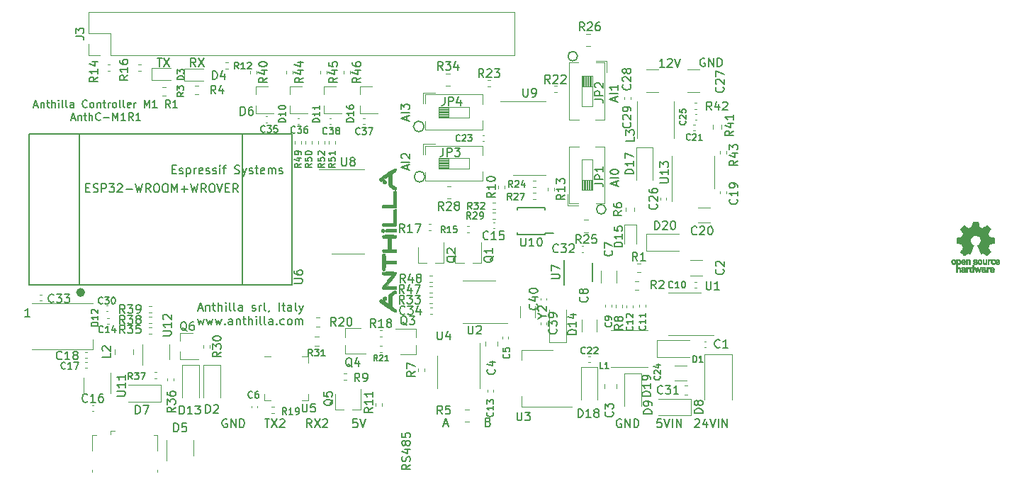
<source format=gbr>
G04 #@! TF.GenerationSoftware,KiCad,Pcbnew,(5.1.9)-1*
G04 #@! TF.CreationDate,2021-06-26T21:34:31-04:00*
G04 #@! TF.ProjectId,esp32 Core  V-0.1,65737033-3220-4436-9f72-652020562d30,rev?*
G04 #@! TF.SameCoordinates,Original*
G04 #@! TF.FileFunction,Legend,Top*
G04 #@! TF.FilePolarity,Positive*
%FSLAX46Y46*%
G04 Gerber Fmt 4.6, Leading zero omitted, Abs format (unit mm)*
G04 Created by KiCad (PCBNEW (5.1.9)-1) date 2021-06-26 21:34:31*
%MOMM*%
%LPD*%
G01*
G04 APERTURE LIST*
%ADD10C,0.150000*%
%ADD11C,0.010000*%
%ADD12C,0.120000*%
%ADD13C,0.500000*%
G04 APERTURE END LIST*
D10*
X248865685Y-119500000D02*
G75*
G03*
X248865685Y-119500000I-565685J0D01*
G01*
X245465685Y-101200000D02*
G75*
G03*
X245465685Y-101200000I-565685J0D01*
G01*
X227240312Y-115600000D02*
G75*
G03*
X227240312Y-115600000I-640312J0D01*
G01*
X227132456Y-109600000D02*
G75*
G03*
X227132456Y-109600000I-632456J0D01*
G01*
X225083666Y-108838880D02*
X225083666Y-108362690D01*
X225369380Y-108934119D02*
X224369380Y-108600785D01*
X225369380Y-108267452D01*
X225369380Y-107934119D02*
X224369380Y-107934119D01*
X224369380Y-107553166D02*
X224369380Y-106934119D01*
X224750333Y-107267452D01*
X224750333Y-107124595D01*
X224797952Y-107029357D01*
X224845571Y-106981738D01*
X224940809Y-106934119D01*
X225178904Y-106934119D01*
X225274142Y-106981738D01*
X225321761Y-107029357D01*
X225369380Y-107124595D01*
X225369380Y-107410309D01*
X225321761Y-107505547D01*
X225274142Y-107553166D01*
X225147166Y-114744380D02*
X225147166Y-114268190D01*
X225432880Y-114839619D02*
X224432880Y-114506285D01*
X225432880Y-114172952D01*
X225432880Y-113839619D02*
X224432880Y-113839619D01*
X224528119Y-113411047D02*
X224480500Y-113363428D01*
X224432880Y-113268190D01*
X224432880Y-113030095D01*
X224480500Y-112934857D01*
X224528119Y-112887238D01*
X224623357Y-112839619D01*
X224718595Y-112839619D01*
X224861452Y-112887238D01*
X225432880Y-113458666D01*
X225432880Y-112839619D01*
X249975666Y-106552880D02*
X249975666Y-106076690D01*
X250261380Y-106648119D02*
X249261380Y-106314785D01*
X250261380Y-105981452D01*
X250261380Y-105648119D02*
X249261380Y-105648119D01*
X250261380Y-104648119D02*
X250261380Y-105219547D01*
X250261380Y-104933833D02*
X249261380Y-104933833D01*
X249404238Y-105029071D01*
X249499476Y-105124309D01*
X249547095Y-105219547D01*
X250102666Y-116649380D02*
X250102666Y-116173190D01*
X250388380Y-116744619D02*
X249388380Y-116411285D01*
X250388380Y-116077952D01*
X250388380Y-115744619D02*
X249388380Y-115744619D01*
X249388380Y-115077952D02*
X249388380Y-114982714D01*
X249436000Y-114887476D01*
X249483619Y-114839857D01*
X249578857Y-114792238D01*
X249769333Y-114744619D01*
X250007428Y-114744619D01*
X250197904Y-114792238D01*
X250293142Y-114839857D01*
X250340761Y-114887476D01*
X250388380Y-114982714D01*
X250388380Y-115077952D01*
X250340761Y-115173190D01*
X250293142Y-115220809D01*
X250197904Y-115268428D01*
X250007428Y-115316047D01*
X249769333Y-115316047D01*
X249578857Y-115268428D01*
X249483619Y-115220809D01*
X249436000Y-115173190D01*
X249388380Y-115077952D01*
X180528571Y-107100000D02*
X180957142Y-107100000D01*
X180442857Y-107357142D02*
X180742857Y-106457142D01*
X181042857Y-107357142D01*
X181342857Y-106757142D02*
X181342857Y-107357142D01*
X181342857Y-106842857D02*
X181385714Y-106800000D01*
X181471428Y-106757142D01*
X181600000Y-106757142D01*
X181685714Y-106800000D01*
X181728571Y-106885714D01*
X181728571Y-107357142D01*
X182028571Y-106757142D02*
X182371428Y-106757142D01*
X182157142Y-106457142D02*
X182157142Y-107228571D01*
X182200000Y-107314285D01*
X182285714Y-107357142D01*
X182371428Y-107357142D01*
X182671428Y-107357142D02*
X182671428Y-106457142D01*
X183057142Y-107357142D02*
X183057142Y-106885714D01*
X183014285Y-106800000D01*
X182928571Y-106757142D01*
X182800000Y-106757142D01*
X182714285Y-106800000D01*
X182671428Y-106842857D01*
X183485714Y-107357142D02*
X183485714Y-106757142D01*
X183485714Y-106457142D02*
X183442857Y-106500000D01*
X183485714Y-106542857D01*
X183528571Y-106500000D01*
X183485714Y-106457142D01*
X183485714Y-106542857D01*
X184042857Y-107357142D02*
X183957142Y-107314285D01*
X183914285Y-107228571D01*
X183914285Y-106457142D01*
X184514285Y-107357142D02*
X184428571Y-107314285D01*
X184385714Y-107228571D01*
X184385714Y-106457142D01*
X185242857Y-107357142D02*
X185242857Y-106885714D01*
X185200000Y-106800000D01*
X185114285Y-106757142D01*
X184942857Y-106757142D01*
X184857142Y-106800000D01*
X185242857Y-107314285D02*
X185157142Y-107357142D01*
X184942857Y-107357142D01*
X184857142Y-107314285D01*
X184814285Y-107228571D01*
X184814285Y-107142857D01*
X184857142Y-107057142D01*
X184942857Y-107014285D01*
X185157142Y-107014285D01*
X185242857Y-106971428D01*
X186871428Y-107271428D02*
X186828571Y-107314285D01*
X186700000Y-107357142D01*
X186614285Y-107357142D01*
X186485714Y-107314285D01*
X186400000Y-107228571D01*
X186357142Y-107142857D01*
X186314285Y-106971428D01*
X186314285Y-106842857D01*
X186357142Y-106671428D01*
X186400000Y-106585714D01*
X186485714Y-106500000D01*
X186614285Y-106457142D01*
X186700000Y-106457142D01*
X186828571Y-106500000D01*
X186871428Y-106542857D01*
X187385714Y-107357142D02*
X187300000Y-107314285D01*
X187257142Y-107271428D01*
X187214285Y-107185714D01*
X187214285Y-106928571D01*
X187257142Y-106842857D01*
X187300000Y-106800000D01*
X187385714Y-106757142D01*
X187514285Y-106757142D01*
X187600000Y-106800000D01*
X187642857Y-106842857D01*
X187685714Y-106928571D01*
X187685714Y-107185714D01*
X187642857Y-107271428D01*
X187600000Y-107314285D01*
X187514285Y-107357142D01*
X187385714Y-107357142D01*
X188071428Y-106757142D02*
X188071428Y-107357142D01*
X188071428Y-106842857D02*
X188114285Y-106800000D01*
X188200000Y-106757142D01*
X188328571Y-106757142D01*
X188414285Y-106800000D01*
X188457142Y-106885714D01*
X188457142Y-107357142D01*
X188757142Y-106757142D02*
X189100000Y-106757142D01*
X188885714Y-106457142D02*
X188885714Y-107228571D01*
X188928571Y-107314285D01*
X189014285Y-107357142D01*
X189100000Y-107357142D01*
X189400000Y-107357142D02*
X189400000Y-106757142D01*
X189400000Y-106928571D02*
X189442857Y-106842857D01*
X189485714Y-106800000D01*
X189571428Y-106757142D01*
X189657142Y-106757142D01*
X190085714Y-107357142D02*
X190000000Y-107314285D01*
X189957142Y-107271428D01*
X189914285Y-107185714D01*
X189914285Y-106928571D01*
X189957142Y-106842857D01*
X190000000Y-106800000D01*
X190085714Y-106757142D01*
X190214285Y-106757142D01*
X190300000Y-106800000D01*
X190342857Y-106842857D01*
X190385714Y-106928571D01*
X190385714Y-107185714D01*
X190342857Y-107271428D01*
X190300000Y-107314285D01*
X190214285Y-107357142D01*
X190085714Y-107357142D01*
X190900000Y-107357142D02*
X190814285Y-107314285D01*
X190771428Y-107228571D01*
X190771428Y-106457142D01*
X191371428Y-107357142D02*
X191285714Y-107314285D01*
X191242857Y-107228571D01*
X191242857Y-106457142D01*
X192057142Y-107314285D02*
X191971428Y-107357142D01*
X191800000Y-107357142D01*
X191714285Y-107314285D01*
X191671428Y-107228571D01*
X191671428Y-106885714D01*
X191714285Y-106800000D01*
X191800000Y-106757142D01*
X191971428Y-106757142D01*
X192057142Y-106800000D01*
X192100000Y-106885714D01*
X192100000Y-106971428D01*
X191671428Y-107057142D01*
X192485714Y-107357142D02*
X192485714Y-106757142D01*
X192485714Y-106928571D02*
X192528571Y-106842857D01*
X192571428Y-106800000D01*
X192657142Y-106757142D01*
X192742857Y-106757142D01*
X193728571Y-107357142D02*
X193728571Y-106457142D01*
X194028571Y-107100000D01*
X194328571Y-106457142D01*
X194328571Y-107357142D01*
X195228571Y-107357142D02*
X194714285Y-107357142D01*
X194971428Y-107357142D02*
X194971428Y-106457142D01*
X194885714Y-106585714D01*
X194800000Y-106671428D01*
X194714285Y-106714285D01*
X196814285Y-107357142D02*
X196514285Y-106928571D01*
X196300000Y-107357142D02*
X196300000Y-106457142D01*
X196642857Y-106457142D01*
X196728571Y-106500000D01*
X196771428Y-106542857D01*
X196814285Y-106628571D01*
X196814285Y-106757142D01*
X196771428Y-106842857D01*
X196728571Y-106885714D01*
X196642857Y-106928571D01*
X196300000Y-106928571D01*
X197671428Y-107357142D02*
X197157142Y-107357142D01*
X197414285Y-107357142D02*
X197414285Y-106457142D01*
X197328571Y-106585714D01*
X197242857Y-106671428D01*
X197157142Y-106714285D01*
X184985714Y-108600000D02*
X185414285Y-108600000D01*
X184900000Y-108857142D02*
X185200000Y-107957142D01*
X185500000Y-108857142D01*
X185800000Y-108257142D02*
X185800000Y-108857142D01*
X185800000Y-108342857D02*
X185842857Y-108300000D01*
X185928571Y-108257142D01*
X186057142Y-108257142D01*
X186142857Y-108300000D01*
X186185714Y-108385714D01*
X186185714Y-108857142D01*
X186485714Y-108257142D02*
X186828571Y-108257142D01*
X186614285Y-107957142D02*
X186614285Y-108728571D01*
X186657142Y-108814285D01*
X186742857Y-108857142D01*
X186828571Y-108857142D01*
X187128571Y-108857142D02*
X187128571Y-107957142D01*
X187514285Y-108857142D02*
X187514285Y-108385714D01*
X187471428Y-108300000D01*
X187385714Y-108257142D01*
X187257142Y-108257142D01*
X187171428Y-108300000D01*
X187128571Y-108342857D01*
X188457142Y-108771428D02*
X188414285Y-108814285D01*
X188285714Y-108857142D01*
X188200000Y-108857142D01*
X188071428Y-108814285D01*
X187985714Y-108728571D01*
X187942857Y-108642857D01*
X187900000Y-108471428D01*
X187900000Y-108342857D01*
X187942857Y-108171428D01*
X187985714Y-108085714D01*
X188071428Y-108000000D01*
X188200000Y-107957142D01*
X188285714Y-107957142D01*
X188414285Y-108000000D01*
X188457142Y-108042857D01*
X188842857Y-108514285D02*
X189528571Y-108514285D01*
X189957142Y-108857142D02*
X189957142Y-107957142D01*
X190257142Y-108600000D01*
X190557142Y-107957142D01*
X190557142Y-108857142D01*
X191457142Y-108857142D02*
X190942857Y-108857142D01*
X191200000Y-108857142D02*
X191200000Y-107957142D01*
X191114285Y-108085714D01*
X191028571Y-108171428D01*
X190942857Y-108214285D01*
X192357142Y-108857142D02*
X192057142Y-108428571D01*
X191842857Y-108857142D02*
X191842857Y-107957142D01*
X192185714Y-107957142D01*
X192271428Y-108000000D01*
X192314285Y-108042857D01*
X192357142Y-108128571D01*
X192357142Y-108257142D01*
X192314285Y-108342857D01*
X192271428Y-108385714D01*
X192185714Y-108428571D01*
X191842857Y-108428571D01*
X193214285Y-108857142D02*
X192700000Y-108857142D01*
X192957142Y-108857142D02*
X192957142Y-107957142D01*
X192871428Y-108085714D01*
X192785714Y-108171428D01*
X192700000Y-108214285D01*
X200161904Y-131341666D02*
X200638095Y-131341666D01*
X200066666Y-131627380D02*
X200400000Y-130627380D01*
X200733333Y-131627380D01*
X201066666Y-130960714D02*
X201066666Y-131627380D01*
X201066666Y-131055952D02*
X201114285Y-131008333D01*
X201209523Y-130960714D01*
X201352380Y-130960714D01*
X201447619Y-131008333D01*
X201495238Y-131103571D01*
X201495238Y-131627380D01*
X201828571Y-130960714D02*
X202209523Y-130960714D01*
X201971428Y-130627380D02*
X201971428Y-131484523D01*
X202019047Y-131579761D01*
X202114285Y-131627380D01*
X202209523Y-131627380D01*
X202542857Y-131627380D02*
X202542857Y-130627380D01*
X202971428Y-131627380D02*
X202971428Y-131103571D01*
X202923809Y-131008333D01*
X202828571Y-130960714D01*
X202685714Y-130960714D01*
X202590476Y-131008333D01*
X202542857Y-131055952D01*
X203447619Y-131627380D02*
X203447619Y-130960714D01*
X203447619Y-130627380D02*
X203400000Y-130675000D01*
X203447619Y-130722619D01*
X203495238Y-130675000D01*
X203447619Y-130627380D01*
X203447619Y-130722619D01*
X204066666Y-131627380D02*
X203971428Y-131579761D01*
X203923809Y-131484523D01*
X203923809Y-130627380D01*
X204590476Y-131627380D02*
X204495238Y-131579761D01*
X204447619Y-131484523D01*
X204447619Y-130627380D01*
X205400000Y-131627380D02*
X205400000Y-131103571D01*
X205352380Y-131008333D01*
X205257142Y-130960714D01*
X205066666Y-130960714D01*
X204971428Y-131008333D01*
X205400000Y-131579761D02*
X205304761Y-131627380D01*
X205066666Y-131627380D01*
X204971428Y-131579761D01*
X204923809Y-131484523D01*
X204923809Y-131389285D01*
X204971428Y-131294047D01*
X205066666Y-131246428D01*
X205304761Y-131246428D01*
X205400000Y-131198809D01*
X206590476Y-131579761D02*
X206685714Y-131627380D01*
X206876190Y-131627380D01*
X206971428Y-131579761D01*
X207019047Y-131484523D01*
X207019047Y-131436904D01*
X206971428Y-131341666D01*
X206876190Y-131294047D01*
X206733333Y-131294047D01*
X206638095Y-131246428D01*
X206590476Y-131151190D01*
X206590476Y-131103571D01*
X206638095Y-131008333D01*
X206733333Y-130960714D01*
X206876190Y-130960714D01*
X206971428Y-131008333D01*
X207447619Y-131627380D02*
X207447619Y-130960714D01*
X207447619Y-131151190D02*
X207495238Y-131055952D01*
X207542857Y-131008333D01*
X207638095Y-130960714D01*
X207733333Y-130960714D01*
X208209523Y-131627380D02*
X208114285Y-131579761D01*
X208066666Y-131484523D01*
X208066666Y-130627380D01*
X208638095Y-131579761D02*
X208638095Y-131627380D01*
X208590476Y-131722619D01*
X208542857Y-131770238D01*
X209828571Y-131627380D02*
X209828571Y-130627380D01*
X210161904Y-130960714D02*
X210542857Y-130960714D01*
X210304761Y-130627380D02*
X210304761Y-131484523D01*
X210352380Y-131579761D01*
X210447619Y-131627380D01*
X210542857Y-131627380D01*
X211304761Y-131627380D02*
X211304761Y-131103571D01*
X211257142Y-131008333D01*
X211161904Y-130960714D01*
X210971428Y-130960714D01*
X210876190Y-131008333D01*
X211304761Y-131579761D02*
X211209523Y-131627380D01*
X210971428Y-131627380D01*
X210876190Y-131579761D01*
X210828571Y-131484523D01*
X210828571Y-131389285D01*
X210876190Y-131294047D01*
X210971428Y-131246428D01*
X211209523Y-131246428D01*
X211304761Y-131198809D01*
X211923809Y-131627380D02*
X211828571Y-131579761D01*
X211780952Y-131484523D01*
X211780952Y-130627380D01*
X212209523Y-130960714D02*
X212447619Y-131627380D01*
X212685714Y-130960714D02*
X212447619Y-131627380D01*
X212352380Y-131865476D01*
X212304761Y-131913095D01*
X212209523Y-131960714D01*
X200090476Y-132610714D02*
X200280952Y-133277380D01*
X200471428Y-132801190D01*
X200661904Y-133277380D01*
X200852380Y-132610714D01*
X201138095Y-132610714D02*
X201328571Y-133277380D01*
X201519047Y-132801190D01*
X201709523Y-133277380D01*
X201900000Y-132610714D01*
X202185714Y-132610714D02*
X202376190Y-133277380D01*
X202566666Y-132801190D01*
X202757142Y-133277380D01*
X202947619Y-132610714D01*
X203328571Y-133182142D02*
X203376190Y-133229761D01*
X203328571Y-133277380D01*
X203280952Y-133229761D01*
X203328571Y-133182142D01*
X203328571Y-133277380D01*
X204233333Y-133277380D02*
X204233333Y-132753571D01*
X204185714Y-132658333D01*
X204090476Y-132610714D01*
X203900000Y-132610714D01*
X203804761Y-132658333D01*
X204233333Y-133229761D02*
X204138095Y-133277380D01*
X203900000Y-133277380D01*
X203804761Y-133229761D01*
X203757142Y-133134523D01*
X203757142Y-133039285D01*
X203804761Y-132944047D01*
X203900000Y-132896428D01*
X204138095Y-132896428D01*
X204233333Y-132848809D01*
X204709523Y-132610714D02*
X204709523Y-133277380D01*
X204709523Y-132705952D02*
X204757142Y-132658333D01*
X204852380Y-132610714D01*
X204995238Y-132610714D01*
X205090476Y-132658333D01*
X205138095Y-132753571D01*
X205138095Y-133277380D01*
X205471428Y-132610714D02*
X205852380Y-132610714D01*
X205614285Y-132277380D02*
X205614285Y-133134523D01*
X205661904Y-133229761D01*
X205757142Y-133277380D01*
X205852380Y-133277380D01*
X206185714Y-133277380D02*
X206185714Y-132277380D01*
X206614285Y-133277380D02*
X206614285Y-132753571D01*
X206566666Y-132658333D01*
X206471428Y-132610714D01*
X206328571Y-132610714D01*
X206233333Y-132658333D01*
X206185714Y-132705952D01*
X207090476Y-133277380D02*
X207090476Y-132610714D01*
X207090476Y-132277380D02*
X207042857Y-132325000D01*
X207090476Y-132372619D01*
X207138095Y-132325000D01*
X207090476Y-132277380D01*
X207090476Y-132372619D01*
X207709523Y-133277380D02*
X207614285Y-133229761D01*
X207566666Y-133134523D01*
X207566666Y-132277380D01*
X208233333Y-133277380D02*
X208138095Y-133229761D01*
X208090476Y-133134523D01*
X208090476Y-132277380D01*
X209042857Y-133277380D02*
X209042857Y-132753571D01*
X208995238Y-132658333D01*
X208900000Y-132610714D01*
X208709523Y-132610714D01*
X208614285Y-132658333D01*
X209042857Y-133229761D02*
X208947619Y-133277380D01*
X208709523Y-133277380D01*
X208614285Y-133229761D01*
X208566666Y-133134523D01*
X208566666Y-133039285D01*
X208614285Y-132944047D01*
X208709523Y-132896428D01*
X208947619Y-132896428D01*
X209042857Y-132848809D01*
X209519047Y-133182142D02*
X209566666Y-133229761D01*
X209519047Y-133277380D01*
X209471428Y-133229761D01*
X209519047Y-133182142D01*
X209519047Y-133277380D01*
X210423809Y-133229761D02*
X210328571Y-133277380D01*
X210138095Y-133277380D01*
X210042857Y-133229761D01*
X209995238Y-133182142D01*
X209947619Y-133086904D01*
X209947619Y-132801190D01*
X209995238Y-132705952D01*
X210042857Y-132658333D01*
X210138095Y-132610714D01*
X210328571Y-132610714D01*
X210423809Y-132658333D01*
X210995238Y-133277380D02*
X210900000Y-133229761D01*
X210852380Y-133182142D01*
X210804761Y-133086904D01*
X210804761Y-132801190D01*
X210852380Y-132705952D01*
X210900000Y-132658333D01*
X210995238Y-132610714D01*
X211138095Y-132610714D01*
X211233333Y-132658333D01*
X211280952Y-132705952D01*
X211328571Y-132801190D01*
X211328571Y-133086904D01*
X211280952Y-133182142D01*
X211233333Y-133229761D01*
X211138095Y-133277380D01*
X210995238Y-133277380D01*
X211757142Y-133277380D02*
X211757142Y-132610714D01*
X211757142Y-132705952D02*
X211804761Y-132658333D01*
X211900000Y-132610714D01*
X212042857Y-132610714D01*
X212138095Y-132658333D01*
X212185714Y-132753571D01*
X212185714Y-133277380D01*
X212185714Y-132753571D02*
X212233333Y-132658333D01*
X212328571Y-132610714D01*
X212471428Y-132610714D01*
X212566666Y-132658333D01*
X212614285Y-132753571D01*
X212614285Y-133277380D01*
X219152523Y-144549880D02*
X218676333Y-144549880D01*
X218628714Y-145026071D01*
X218676333Y-144978452D01*
X218771571Y-144930833D01*
X219009666Y-144930833D01*
X219104904Y-144978452D01*
X219152523Y-145026071D01*
X219200142Y-145121309D01*
X219200142Y-145359404D01*
X219152523Y-145454642D01*
X219104904Y-145502261D01*
X219009666Y-145549880D01*
X218771571Y-145549880D01*
X218676333Y-145502261D01*
X218628714Y-145454642D01*
X219485857Y-144549880D02*
X219819190Y-145549880D01*
X220152523Y-144549880D01*
X213700142Y-145549880D02*
X213366809Y-145073690D01*
X213128714Y-145549880D02*
X213128714Y-144549880D01*
X213509666Y-144549880D01*
X213604904Y-144597500D01*
X213652523Y-144645119D01*
X213700142Y-144740357D01*
X213700142Y-144883214D01*
X213652523Y-144978452D01*
X213604904Y-145026071D01*
X213509666Y-145073690D01*
X213128714Y-145073690D01*
X214033476Y-144549880D02*
X214700142Y-145549880D01*
X214700142Y-144549880D02*
X214033476Y-145549880D01*
X215033476Y-144645119D02*
X215081095Y-144597500D01*
X215176333Y-144549880D01*
X215414428Y-144549880D01*
X215509666Y-144597500D01*
X215557285Y-144645119D01*
X215604904Y-144740357D01*
X215604904Y-144835595D01*
X215557285Y-144978452D01*
X214985857Y-145549880D01*
X215604904Y-145549880D01*
X208104904Y-144549880D02*
X208676333Y-144549880D01*
X208390619Y-145549880D02*
X208390619Y-144549880D01*
X208914428Y-144549880D02*
X209581095Y-145549880D01*
X209581095Y-144549880D02*
X208914428Y-145549880D01*
X209914428Y-144645119D02*
X209962047Y-144597500D01*
X210057285Y-144549880D01*
X210295380Y-144549880D01*
X210390619Y-144597500D01*
X210438238Y-144645119D01*
X210485857Y-144740357D01*
X210485857Y-144835595D01*
X210438238Y-144978452D01*
X209866809Y-145549880D01*
X210485857Y-145549880D01*
X203581095Y-144597500D02*
X203485857Y-144549880D01*
X203343000Y-144549880D01*
X203200142Y-144597500D01*
X203104904Y-144692738D01*
X203057285Y-144787976D01*
X203009666Y-144978452D01*
X203009666Y-145121309D01*
X203057285Y-145311785D01*
X203104904Y-145407023D01*
X203200142Y-145502261D01*
X203343000Y-145549880D01*
X203438238Y-145549880D01*
X203581095Y-145502261D01*
X203628714Y-145454642D01*
X203628714Y-145121309D01*
X203438238Y-145121309D01*
X204057285Y-145549880D02*
X204057285Y-144549880D01*
X204628714Y-145549880D01*
X204628714Y-144549880D01*
X205104904Y-145549880D02*
X205104904Y-144549880D01*
X205343000Y-144549880D01*
X205485857Y-144597500D01*
X205581095Y-144692738D01*
X205628714Y-144787976D01*
X205676333Y-144978452D01*
X205676333Y-145121309D01*
X205628714Y-145311785D01*
X205581095Y-145407023D01*
X205485857Y-145502261D01*
X205343000Y-145549880D01*
X205104904Y-145549880D01*
X225496380Y-149994738D02*
X225020190Y-150328071D01*
X225496380Y-150566166D02*
X224496380Y-150566166D01*
X224496380Y-150185214D01*
X224544000Y-150089976D01*
X224591619Y-150042357D01*
X224686857Y-149994738D01*
X224829714Y-149994738D01*
X224924952Y-150042357D01*
X224972571Y-150089976D01*
X225020190Y-150185214D01*
X225020190Y-150566166D01*
X225448761Y-149613785D02*
X225496380Y-149470928D01*
X225496380Y-149232833D01*
X225448761Y-149137595D01*
X225401142Y-149089976D01*
X225305904Y-149042357D01*
X225210666Y-149042357D01*
X225115428Y-149089976D01*
X225067809Y-149137595D01*
X225020190Y-149232833D01*
X224972571Y-149423309D01*
X224924952Y-149518547D01*
X224877333Y-149566166D01*
X224782095Y-149613785D01*
X224686857Y-149613785D01*
X224591619Y-149566166D01*
X224544000Y-149518547D01*
X224496380Y-149423309D01*
X224496380Y-149185214D01*
X224544000Y-149042357D01*
X224829714Y-148185214D02*
X225496380Y-148185214D01*
X224448761Y-148423309D02*
X225163047Y-148661404D01*
X225163047Y-148042357D01*
X224924952Y-147518547D02*
X224877333Y-147613785D01*
X224829714Y-147661404D01*
X224734476Y-147709023D01*
X224686857Y-147709023D01*
X224591619Y-147661404D01*
X224544000Y-147613785D01*
X224496380Y-147518547D01*
X224496380Y-147328071D01*
X224544000Y-147232833D01*
X224591619Y-147185214D01*
X224686857Y-147137595D01*
X224734476Y-147137595D01*
X224829714Y-147185214D01*
X224877333Y-147232833D01*
X224924952Y-147328071D01*
X224924952Y-147518547D01*
X224972571Y-147613785D01*
X225020190Y-147661404D01*
X225115428Y-147709023D01*
X225305904Y-147709023D01*
X225401142Y-147661404D01*
X225448761Y-147613785D01*
X225496380Y-147518547D01*
X225496380Y-147328071D01*
X225448761Y-147232833D01*
X225401142Y-147185214D01*
X225305904Y-147137595D01*
X225115428Y-147137595D01*
X225020190Y-147185214D01*
X224972571Y-147232833D01*
X224924952Y-147328071D01*
X224496380Y-146232833D02*
X224496380Y-146709023D01*
X224972571Y-146756642D01*
X224924952Y-146709023D01*
X224877333Y-146613785D01*
X224877333Y-146375690D01*
X224924952Y-146280452D01*
X224972571Y-146232833D01*
X225067809Y-146185214D01*
X225305904Y-146185214D01*
X225401142Y-146232833D01*
X225448761Y-146280452D01*
X225496380Y-146375690D01*
X225496380Y-146613785D01*
X225448761Y-146709023D01*
X225401142Y-146756642D01*
X234814428Y-144899071D02*
X234957285Y-144946690D01*
X235004904Y-144994309D01*
X235052523Y-145089547D01*
X235052523Y-145232404D01*
X235004904Y-145327642D01*
X234957285Y-145375261D01*
X234862047Y-145422880D01*
X234481095Y-145422880D01*
X234481095Y-144422880D01*
X234814428Y-144422880D01*
X234909666Y-144470500D01*
X234957285Y-144518119D01*
X235004904Y-144613357D01*
X235004904Y-144708595D01*
X234957285Y-144803833D01*
X234909666Y-144851452D01*
X234814428Y-144899071D01*
X234481095Y-144899071D01*
X229504904Y-145137166D02*
X229981095Y-145137166D01*
X229409666Y-145422880D02*
X229743000Y-144422880D01*
X230076333Y-145422880D01*
X259495619Y-144645119D02*
X259543238Y-144597500D01*
X259638476Y-144549880D01*
X259876571Y-144549880D01*
X259971809Y-144597500D01*
X260019428Y-144645119D01*
X260067047Y-144740357D01*
X260067047Y-144835595D01*
X260019428Y-144978452D01*
X259448000Y-145549880D01*
X260067047Y-145549880D01*
X260924190Y-144883214D02*
X260924190Y-145549880D01*
X260686095Y-144502261D02*
X260448000Y-145216547D01*
X261067047Y-145216547D01*
X261305142Y-144549880D02*
X261638476Y-145549880D01*
X261971809Y-144549880D01*
X262305142Y-145549880D02*
X262305142Y-144549880D01*
X262781333Y-145549880D02*
X262781333Y-144549880D01*
X263352761Y-145549880D01*
X263352761Y-144549880D01*
X255495619Y-144549880D02*
X255019428Y-144549880D01*
X254971809Y-145026071D01*
X255019428Y-144978452D01*
X255114666Y-144930833D01*
X255352761Y-144930833D01*
X255448000Y-144978452D01*
X255495619Y-145026071D01*
X255543238Y-145121309D01*
X255543238Y-145359404D01*
X255495619Y-145454642D01*
X255448000Y-145502261D01*
X255352761Y-145549880D01*
X255114666Y-145549880D01*
X255019428Y-145502261D01*
X254971809Y-145454642D01*
X255828952Y-144549880D02*
X256162285Y-145549880D01*
X256495619Y-144549880D01*
X256828952Y-145549880D02*
X256828952Y-144549880D01*
X257305142Y-145549880D02*
X257305142Y-144549880D01*
X257876571Y-145549880D01*
X257876571Y-144549880D01*
X250686095Y-144597500D02*
X250590857Y-144549880D01*
X250448000Y-144549880D01*
X250305142Y-144597500D01*
X250209904Y-144692738D01*
X250162285Y-144787976D01*
X250114666Y-144978452D01*
X250114666Y-145121309D01*
X250162285Y-145311785D01*
X250209904Y-145407023D01*
X250305142Y-145502261D01*
X250448000Y-145549880D01*
X250543238Y-145549880D01*
X250686095Y-145502261D01*
X250733714Y-145454642D01*
X250733714Y-145121309D01*
X250543238Y-145121309D01*
X251162285Y-145549880D02*
X251162285Y-144549880D01*
X251733714Y-145549880D01*
X251733714Y-144549880D01*
X252209904Y-145549880D02*
X252209904Y-144549880D01*
X252448000Y-144549880D01*
X252590857Y-144597500D01*
X252686095Y-144692738D01*
X252733714Y-144787976D01*
X252781333Y-144978452D01*
X252781333Y-145121309D01*
X252733714Y-145311785D01*
X252686095Y-145407023D01*
X252590857Y-145502261D01*
X252448000Y-145549880D01*
X252209904Y-145549880D01*
X260659095Y-101481000D02*
X260563857Y-101433380D01*
X260421000Y-101433380D01*
X260278142Y-101481000D01*
X260182904Y-101576238D01*
X260135285Y-101671476D01*
X260087666Y-101861952D01*
X260087666Y-102004809D01*
X260135285Y-102195285D01*
X260182904Y-102290523D01*
X260278142Y-102385761D01*
X260421000Y-102433380D01*
X260516238Y-102433380D01*
X260659095Y-102385761D01*
X260706714Y-102338142D01*
X260706714Y-102004809D01*
X260516238Y-102004809D01*
X261135285Y-102433380D02*
X261135285Y-101433380D01*
X261706714Y-102433380D01*
X261706714Y-101433380D01*
X262182904Y-102433380D02*
X262182904Y-101433380D01*
X262421000Y-101433380D01*
X262563857Y-101481000D01*
X262659095Y-101576238D01*
X262706714Y-101671476D01*
X262754333Y-101861952D01*
X262754333Y-102004809D01*
X262706714Y-102195285D01*
X262659095Y-102290523D01*
X262563857Y-102385761D01*
X262421000Y-102433380D01*
X262182904Y-102433380D01*
X255848952Y-102496880D02*
X255277523Y-102496880D01*
X255563238Y-102496880D02*
X255563238Y-101496880D01*
X255468000Y-101639738D01*
X255372761Y-101734976D01*
X255277523Y-101782595D01*
X256229904Y-101592119D02*
X256277523Y-101544500D01*
X256372761Y-101496880D01*
X256610857Y-101496880D01*
X256706095Y-101544500D01*
X256753714Y-101592119D01*
X256801333Y-101687357D01*
X256801333Y-101782595D01*
X256753714Y-101925452D01*
X256182285Y-102496880D01*
X256801333Y-102496880D01*
X257087047Y-101496880D02*
X257420380Y-102496880D01*
X257753714Y-101496880D01*
X199858333Y-102433380D02*
X199525000Y-101957190D01*
X199286904Y-102433380D02*
X199286904Y-101433380D01*
X199667857Y-101433380D01*
X199763095Y-101481000D01*
X199810714Y-101528619D01*
X199858333Y-101623857D01*
X199858333Y-101766714D01*
X199810714Y-101861952D01*
X199763095Y-101909571D01*
X199667857Y-101957190D01*
X199286904Y-101957190D01*
X200191666Y-101433380D02*
X200858333Y-102433380D01*
X200858333Y-101433380D02*
X200191666Y-102433380D01*
X195262595Y-101433380D02*
X195834023Y-101433380D01*
X195548309Y-102433380D02*
X195548309Y-101433380D01*
X196072119Y-101433380D02*
X196738785Y-102433380D01*
X196738785Y-101433380D02*
X196072119Y-102433380D01*
D11*
G04 #@! TO.C,REF\u002A\u002A*
G36*
X291091241Y-125469184D02*
G01*
X291117753Y-125482282D01*
X291150447Y-125505106D01*
X291174275Y-125529996D01*
X291190594Y-125561249D01*
X291200760Y-125603166D01*
X291206128Y-125660044D01*
X291208056Y-125736184D01*
X291208169Y-125768917D01*
X291207839Y-125840656D01*
X291206473Y-125891927D01*
X291203500Y-125927404D01*
X291198351Y-125951763D01*
X291190457Y-125969680D01*
X291182243Y-125981902D01*
X291129813Y-126033905D01*
X291068070Y-126065184D01*
X291001464Y-126074592D01*
X290934442Y-126060980D01*
X290913208Y-126051354D01*
X290862376Y-126024859D01*
X290862376Y-126440052D01*
X290899475Y-126420868D01*
X290948357Y-126406025D01*
X291008439Y-126402222D01*
X291068436Y-126409243D01*
X291113744Y-126425013D01*
X291151325Y-126455047D01*
X291183436Y-126498024D01*
X291185850Y-126502436D01*
X291196033Y-126523221D01*
X291203470Y-126544170D01*
X291208589Y-126569548D01*
X291211819Y-126603618D01*
X291213587Y-126650641D01*
X291214323Y-126714882D01*
X291214456Y-126787176D01*
X291214456Y-127017822D01*
X291076139Y-127017822D01*
X291076139Y-126592533D01*
X291037451Y-126559979D01*
X290997262Y-126533940D01*
X290959203Y-126529205D01*
X290920934Y-126541389D01*
X290900538Y-126553320D01*
X290885358Y-126570313D01*
X290874562Y-126595995D01*
X290867317Y-126633991D01*
X290862792Y-126687926D01*
X290860156Y-126761425D01*
X290859228Y-126810347D01*
X290856089Y-127011535D01*
X290790074Y-127015336D01*
X290724060Y-127019136D01*
X290724060Y-125770650D01*
X290862376Y-125770650D01*
X290865903Y-125840254D01*
X290877785Y-125888569D01*
X290899980Y-125918631D01*
X290934441Y-125933471D01*
X290969258Y-125936436D01*
X291008671Y-125933028D01*
X291034829Y-125919617D01*
X291051186Y-125901896D01*
X291064063Y-125882835D01*
X291071728Y-125861601D01*
X291075139Y-125831849D01*
X291075251Y-125787236D01*
X291074103Y-125749880D01*
X291071468Y-125693604D01*
X291067544Y-125656658D01*
X291060937Y-125633223D01*
X291050251Y-125617480D01*
X291040167Y-125608380D01*
X290998030Y-125588537D01*
X290948160Y-125585332D01*
X290919524Y-125592168D01*
X290891172Y-125616464D01*
X290872391Y-125663728D01*
X290863288Y-125733624D01*
X290862376Y-125770650D01*
X290724060Y-125770650D01*
X290724060Y-125458614D01*
X290793218Y-125458614D01*
X290834740Y-125460256D01*
X290856162Y-125466087D01*
X290862374Y-125477461D01*
X290862376Y-125477798D01*
X290865258Y-125488938D01*
X290877970Y-125487673D01*
X290903243Y-125475433D01*
X290962131Y-125456707D01*
X291028385Y-125454739D01*
X291091241Y-125469184D01*
G37*
X291091241Y-125469184D02*
X291117753Y-125482282D01*
X291150447Y-125505106D01*
X291174275Y-125529996D01*
X291190594Y-125561249D01*
X291200760Y-125603166D01*
X291206128Y-125660044D01*
X291208056Y-125736184D01*
X291208169Y-125768917D01*
X291207839Y-125840656D01*
X291206473Y-125891927D01*
X291203500Y-125927404D01*
X291198351Y-125951763D01*
X291190457Y-125969680D01*
X291182243Y-125981902D01*
X291129813Y-126033905D01*
X291068070Y-126065184D01*
X291001464Y-126074592D01*
X290934442Y-126060980D01*
X290913208Y-126051354D01*
X290862376Y-126024859D01*
X290862376Y-126440052D01*
X290899475Y-126420868D01*
X290948357Y-126406025D01*
X291008439Y-126402222D01*
X291068436Y-126409243D01*
X291113744Y-126425013D01*
X291151325Y-126455047D01*
X291183436Y-126498024D01*
X291185850Y-126502436D01*
X291196033Y-126523221D01*
X291203470Y-126544170D01*
X291208589Y-126569548D01*
X291211819Y-126603618D01*
X291213587Y-126650641D01*
X291214323Y-126714882D01*
X291214456Y-126787176D01*
X291214456Y-127017822D01*
X291076139Y-127017822D01*
X291076139Y-126592533D01*
X291037451Y-126559979D01*
X290997262Y-126533940D01*
X290959203Y-126529205D01*
X290920934Y-126541389D01*
X290900538Y-126553320D01*
X290885358Y-126570313D01*
X290874562Y-126595995D01*
X290867317Y-126633991D01*
X290862792Y-126687926D01*
X290860156Y-126761425D01*
X290859228Y-126810347D01*
X290856089Y-127011535D01*
X290790074Y-127015336D01*
X290724060Y-127019136D01*
X290724060Y-125770650D01*
X290862376Y-125770650D01*
X290865903Y-125840254D01*
X290877785Y-125888569D01*
X290899980Y-125918631D01*
X290934441Y-125933471D01*
X290969258Y-125936436D01*
X291008671Y-125933028D01*
X291034829Y-125919617D01*
X291051186Y-125901896D01*
X291064063Y-125882835D01*
X291071728Y-125861601D01*
X291075139Y-125831849D01*
X291075251Y-125787236D01*
X291074103Y-125749880D01*
X291071468Y-125693604D01*
X291067544Y-125656658D01*
X291060937Y-125633223D01*
X291050251Y-125617480D01*
X291040167Y-125608380D01*
X290998030Y-125588537D01*
X290948160Y-125585332D01*
X290919524Y-125592168D01*
X290891172Y-125616464D01*
X290872391Y-125663728D01*
X290863288Y-125733624D01*
X290862376Y-125770650D01*
X290724060Y-125770650D01*
X290724060Y-125458614D01*
X290793218Y-125458614D01*
X290834740Y-125460256D01*
X290856162Y-125466087D01*
X290862374Y-125477461D01*
X290862376Y-125477798D01*
X290865258Y-125488938D01*
X290877970Y-125487673D01*
X290903243Y-125475433D01*
X290962131Y-125456707D01*
X291028385Y-125454739D01*
X291091241Y-125469184D01*
G36*
X291615790Y-126406555D02*
G01*
X291674945Y-126422339D01*
X291719977Y-126450948D01*
X291751754Y-126488419D01*
X291761634Y-126504411D01*
X291768927Y-126521163D01*
X291774026Y-126542592D01*
X291777321Y-126572616D01*
X291779203Y-126615154D01*
X291780063Y-126674122D01*
X291780293Y-126753440D01*
X291780297Y-126774484D01*
X291780297Y-127017822D01*
X291719941Y-127017822D01*
X291681443Y-127015126D01*
X291652977Y-127008295D01*
X291645845Y-127004083D01*
X291626348Y-126996813D01*
X291606434Y-127004083D01*
X291573647Y-127013160D01*
X291526022Y-127016813D01*
X291473236Y-127015228D01*
X291424964Y-127008589D01*
X291396782Y-127000072D01*
X291342247Y-126965063D01*
X291308165Y-126916479D01*
X291292843Y-126851882D01*
X291292701Y-126850223D01*
X291294045Y-126821566D01*
X291415644Y-126821566D01*
X291426274Y-126854161D01*
X291443590Y-126872505D01*
X291478348Y-126886379D01*
X291524227Y-126891917D01*
X291571012Y-126889191D01*
X291608486Y-126878274D01*
X291618985Y-126871269D01*
X291637332Y-126838904D01*
X291641980Y-126802111D01*
X291641980Y-126753763D01*
X291572418Y-126753763D01*
X291506333Y-126758850D01*
X291456236Y-126773263D01*
X291425071Y-126795729D01*
X291415644Y-126821566D01*
X291294045Y-126821566D01*
X291296013Y-126779647D01*
X291319290Y-126723845D01*
X291363052Y-126681647D01*
X291369101Y-126677808D01*
X291395093Y-126665309D01*
X291427265Y-126657740D01*
X291472240Y-126654061D01*
X291525669Y-126653216D01*
X291641980Y-126653169D01*
X291641980Y-126604411D01*
X291637047Y-126566581D01*
X291624457Y-126541236D01*
X291622983Y-126539887D01*
X291594966Y-126528800D01*
X291552674Y-126524503D01*
X291505936Y-126526615D01*
X291464582Y-126534756D01*
X291440043Y-126546965D01*
X291426747Y-126556746D01*
X291412706Y-126558613D01*
X291393329Y-126550600D01*
X291364024Y-126530739D01*
X291320197Y-126497063D01*
X291316175Y-126493909D01*
X291318236Y-126482236D01*
X291335432Y-126462822D01*
X291361567Y-126441248D01*
X291390448Y-126423096D01*
X291399522Y-126418809D01*
X291432620Y-126410256D01*
X291481120Y-126404155D01*
X291535305Y-126401708D01*
X291537839Y-126401703D01*
X291615790Y-126406555D01*
G37*
X291615790Y-126406555D02*
X291674945Y-126422339D01*
X291719977Y-126450948D01*
X291751754Y-126488419D01*
X291761634Y-126504411D01*
X291768927Y-126521163D01*
X291774026Y-126542592D01*
X291777321Y-126572616D01*
X291779203Y-126615154D01*
X291780063Y-126674122D01*
X291780293Y-126753440D01*
X291780297Y-126774484D01*
X291780297Y-127017822D01*
X291719941Y-127017822D01*
X291681443Y-127015126D01*
X291652977Y-127008295D01*
X291645845Y-127004083D01*
X291626348Y-126996813D01*
X291606434Y-127004083D01*
X291573647Y-127013160D01*
X291526022Y-127016813D01*
X291473236Y-127015228D01*
X291424964Y-127008589D01*
X291396782Y-127000072D01*
X291342247Y-126965063D01*
X291308165Y-126916479D01*
X291292843Y-126851882D01*
X291292701Y-126850223D01*
X291294045Y-126821566D01*
X291415644Y-126821566D01*
X291426274Y-126854161D01*
X291443590Y-126872505D01*
X291478348Y-126886379D01*
X291524227Y-126891917D01*
X291571012Y-126889191D01*
X291608486Y-126878274D01*
X291618985Y-126871269D01*
X291637332Y-126838904D01*
X291641980Y-126802111D01*
X291641980Y-126753763D01*
X291572418Y-126753763D01*
X291506333Y-126758850D01*
X291456236Y-126773263D01*
X291425071Y-126795729D01*
X291415644Y-126821566D01*
X291294045Y-126821566D01*
X291296013Y-126779647D01*
X291319290Y-126723845D01*
X291363052Y-126681647D01*
X291369101Y-126677808D01*
X291395093Y-126665309D01*
X291427265Y-126657740D01*
X291472240Y-126654061D01*
X291525669Y-126653216D01*
X291641980Y-126653169D01*
X291641980Y-126604411D01*
X291637047Y-126566581D01*
X291624457Y-126541236D01*
X291622983Y-126539887D01*
X291594966Y-126528800D01*
X291552674Y-126524503D01*
X291505936Y-126526615D01*
X291464582Y-126534756D01*
X291440043Y-126546965D01*
X291426747Y-126556746D01*
X291412706Y-126558613D01*
X291393329Y-126550600D01*
X291364024Y-126530739D01*
X291320197Y-126497063D01*
X291316175Y-126493909D01*
X291318236Y-126482236D01*
X291335432Y-126462822D01*
X291361567Y-126441248D01*
X291390448Y-126423096D01*
X291399522Y-126418809D01*
X291432620Y-126410256D01*
X291481120Y-126404155D01*
X291535305Y-126401708D01*
X291537839Y-126401703D01*
X291615790Y-126406555D01*
G36*
X292006644Y-126403020D02*
G01*
X292025461Y-126408660D01*
X292031527Y-126421053D01*
X292031782Y-126426647D01*
X292032871Y-126442230D01*
X292040368Y-126444676D01*
X292060619Y-126433993D01*
X292072649Y-126426694D01*
X292110600Y-126411063D01*
X292155928Y-126403334D01*
X292203456Y-126402740D01*
X292248005Y-126408513D01*
X292284398Y-126419884D01*
X292307457Y-126436088D01*
X292312004Y-126456355D01*
X292309709Y-126461843D01*
X292292980Y-126484626D01*
X292267037Y-126512647D01*
X292262345Y-126517177D01*
X292237617Y-126538005D01*
X292216282Y-126544735D01*
X292186445Y-126540038D01*
X292174492Y-126536917D01*
X292137295Y-126529421D01*
X292111141Y-126532792D01*
X292089054Y-126544681D01*
X292068822Y-126560635D01*
X292053921Y-126580700D01*
X292043566Y-126608702D01*
X292036971Y-126648467D01*
X292033351Y-126703823D01*
X292031922Y-126778594D01*
X292031782Y-126823740D01*
X292031782Y-127017822D01*
X291906040Y-127017822D01*
X291906040Y-126401683D01*
X291968911Y-126401683D01*
X292006644Y-126403020D01*
G37*
X292006644Y-126403020D02*
X292025461Y-126408660D01*
X292031527Y-126421053D01*
X292031782Y-126426647D01*
X292032871Y-126442230D01*
X292040368Y-126444676D01*
X292060619Y-126433993D01*
X292072649Y-126426694D01*
X292110600Y-126411063D01*
X292155928Y-126403334D01*
X292203456Y-126402740D01*
X292248005Y-126408513D01*
X292284398Y-126419884D01*
X292307457Y-126436088D01*
X292312004Y-126456355D01*
X292309709Y-126461843D01*
X292292980Y-126484626D01*
X292267037Y-126512647D01*
X292262345Y-126517177D01*
X292237617Y-126538005D01*
X292216282Y-126544735D01*
X292186445Y-126540038D01*
X292174492Y-126536917D01*
X292137295Y-126529421D01*
X292111141Y-126532792D01*
X292089054Y-126544681D01*
X292068822Y-126560635D01*
X292053921Y-126580700D01*
X292043566Y-126608702D01*
X292036971Y-126648467D01*
X292033351Y-126703823D01*
X292031922Y-126778594D01*
X292031782Y-126823740D01*
X292031782Y-127017822D01*
X291906040Y-127017822D01*
X291906040Y-126401683D01*
X291968911Y-126401683D01*
X292006644Y-126403020D01*
G36*
X292798812Y-127017822D02*
G01*
X292729654Y-127017822D01*
X292689512Y-127016645D01*
X292668606Y-127011772D01*
X292661078Y-127001186D01*
X292660495Y-126994029D01*
X292659226Y-126979676D01*
X292651221Y-126976923D01*
X292630185Y-126985771D01*
X292613827Y-126994029D01*
X292551023Y-127013597D01*
X292482752Y-127014729D01*
X292427248Y-127000135D01*
X292375562Y-126964877D01*
X292336162Y-126912835D01*
X292314587Y-126851450D01*
X292314038Y-126848018D01*
X292310833Y-126810571D01*
X292309239Y-126756813D01*
X292309367Y-126716155D01*
X292446721Y-126716155D01*
X292449903Y-126770194D01*
X292457141Y-126814735D01*
X292466940Y-126839888D01*
X292504011Y-126874260D01*
X292548026Y-126886582D01*
X292593416Y-126876618D01*
X292632203Y-126846895D01*
X292646892Y-126826905D01*
X292655481Y-126803050D01*
X292659504Y-126768230D01*
X292660495Y-126715930D01*
X292658722Y-126664139D01*
X292654037Y-126618634D01*
X292647397Y-126588181D01*
X292646290Y-126585452D01*
X292619509Y-126553000D01*
X292580421Y-126535183D01*
X292536685Y-126532306D01*
X292495962Y-126544674D01*
X292465913Y-126572593D01*
X292462796Y-126578148D01*
X292453039Y-126612022D01*
X292447723Y-126660728D01*
X292446721Y-126716155D01*
X292309367Y-126716155D01*
X292309432Y-126695540D01*
X292310336Y-126662563D01*
X292316486Y-126580981D01*
X292329267Y-126519730D01*
X292350529Y-126474449D01*
X292382122Y-126440779D01*
X292412793Y-126421014D01*
X292455646Y-126407120D01*
X292508944Y-126402354D01*
X292563520Y-126406236D01*
X292610208Y-126418282D01*
X292634876Y-126432693D01*
X292660495Y-126455878D01*
X292660495Y-126162773D01*
X292798812Y-126162773D01*
X292798812Y-127017822D01*
G37*
X292798812Y-127017822D02*
X292729654Y-127017822D01*
X292689512Y-127016645D01*
X292668606Y-127011772D01*
X292661078Y-127001186D01*
X292660495Y-126994029D01*
X292659226Y-126979676D01*
X292651221Y-126976923D01*
X292630185Y-126985771D01*
X292613827Y-126994029D01*
X292551023Y-127013597D01*
X292482752Y-127014729D01*
X292427248Y-127000135D01*
X292375562Y-126964877D01*
X292336162Y-126912835D01*
X292314587Y-126851450D01*
X292314038Y-126848018D01*
X292310833Y-126810571D01*
X292309239Y-126756813D01*
X292309367Y-126716155D01*
X292446721Y-126716155D01*
X292449903Y-126770194D01*
X292457141Y-126814735D01*
X292466940Y-126839888D01*
X292504011Y-126874260D01*
X292548026Y-126886582D01*
X292593416Y-126876618D01*
X292632203Y-126846895D01*
X292646892Y-126826905D01*
X292655481Y-126803050D01*
X292659504Y-126768230D01*
X292660495Y-126715930D01*
X292658722Y-126664139D01*
X292654037Y-126618634D01*
X292647397Y-126588181D01*
X292646290Y-126585452D01*
X292619509Y-126553000D01*
X292580421Y-126535183D01*
X292536685Y-126532306D01*
X292495962Y-126544674D01*
X292465913Y-126572593D01*
X292462796Y-126578148D01*
X292453039Y-126612022D01*
X292447723Y-126660728D01*
X292446721Y-126716155D01*
X292309367Y-126716155D01*
X292309432Y-126695540D01*
X292310336Y-126662563D01*
X292316486Y-126580981D01*
X292329267Y-126519730D01*
X292350529Y-126474449D01*
X292382122Y-126440779D01*
X292412793Y-126421014D01*
X292455646Y-126407120D01*
X292508944Y-126402354D01*
X292563520Y-126406236D01*
X292610208Y-126418282D01*
X292634876Y-126432693D01*
X292660495Y-126455878D01*
X292660495Y-126162773D01*
X292798812Y-126162773D01*
X292798812Y-127017822D01*
G36*
X293281524Y-126404237D02*
G01*
X293331255Y-126407971D01*
X293461291Y-126797773D01*
X293481678Y-126728614D01*
X293493946Y-126685874D01*
X293510085Y-126628115D01*
X293527512Y-126564625D01*
X293536726Y-126530570D01*
X293571388Y-126401683D01*
X293714391Y-126401683D01*
X293671646Y-126536857D01*
X293650596Y-126603342D01*
X293625167Y-126683539D01*
X293598610Y-126767193D01*
X293574902Y-126841782D01*
X293520902Y-127011535D01*
X293462598Y-127015328D01*
X293404295Y-127019122D01*
X293372679Y-126914734D01*
X293353182Y-126849889D01*
X293331904Y-126778400D01*
X293313308Y-126715263D01*
X293312574Y-126712750D01*
X293298684Y-126669969D01*
X293286429Y-126640779D01*
X293277846Y-126629741D01*
X293276082Y-126631018D01*
X293269891Y-126648130D01*
X293258128Y-126684787D01*
X293242225Y-126736378D01*
X293223614Y-126798294D01*
X293213543Y-126832352D01*
X293159007Y-127017822D01*
X293043264Y-127017822D01*
X292950737Y-126725471D01*
X292924744Y-126643462D01*
X292901066Y-126568987D01*
X292880820Y-126505544D01*
X292865126Y-126456632D01*
X292855102Y-126425749D01*
X292852055Y-126416726D01*
X292854467Y-126407487D01*
X292873408Y-126403441D01*
X292912823Y-126403846D01*
X292918993Y-126404152D01*
X292992086Y-126407971D01*
X293039957Y-126584010D01*
X293057553Y-126648211D01*
X293073277Y-126704649D01*
X293085746Y-126748422D01*
X293093574Y-126774630D01*
X293095020Y-126778903D01*
X293101014Y-126773990D01*
X293113101Y-126748532D01*
X293129893Y-126705997D01*
X293150003Y-126649850D01*
X293167003Y-126599130D01*
X293231794Y-126400504D01*
X293281524Y-126404237D01*
G37*
X293281524Y-126404237D02*
X293331255Y-126407971D01*
X293461291Y-126797773D01*
X293481678Y-126728614D01*
X293493946Y-126685874D01*
X293510085Y-126628115D01*
X293527512Y-126564625D01*
X293536726Y-126530570D01*
X293571388Y-126401683D01*
X293714391Y-126401683D01*
X293671646Y-126536857D01*
X293650596Y-126603342D01*
X293625167Y-126683539D01*
X293598610Y-126767193D01*
X293574902Y-126841782D01*
X293520902Y-127011535D01*
X293462598Y-127015328D01*
X293404295Y-127019122D01*
X293372679Y-126914734D01*
X293353182Y-126849889D01*
X293331904Y-126778400D01*
X293313308Y-126715263D01*
X293312574Y-126712750D01*
X293298684Y-126669969D01*
X293286429Y-126640779D01*
X293277846Y-126629741D01*
X293276082Y-126631018D01*
X293269891Y-126648130D01*
X293258128Y-126684787D01*
X293242225Y-126736378D01*
X293223614Y-126798294D01*
X293213543Y-126832352D01*
X293159007Y-127017822D01*
X293043264Y-127017822D01*
X292950737Y-126725471D01*
X292924744Y-126643462D01*
X292901066Y-126568987D01*
X292880820Y-126505544D01*
X292865126Y-126456632D01*
X292855102Y-126425749D01*
X292852055Y-126416726D01*
X292854467Y-126407487D01*
X292873408Y-126403441D01*
X292912823Y-126403846D01*
X292918993Y-126404152D01*
X292992086Y-126407971D01*
X293039957Y-126584010D01*
X293057553Y-126648211D01*
X293073277Y-126704649D01*
X293085746Y-126748422D01*
X293093574Y-126774630D01*
X293095020Y-126778903D01*
X293101014Y-126773990D01*
X293113101Y-126748532D01*
X293129893Y-126705997D01*
X293150003Y-126649850D01*
X293167003Y-126599130D01*
X293231794Y-126400504D01*
X293281524Y-126404237D01*
G36*
X294038411Y-126405417D02*
G01*
X294091411Y-126418290D01*
X294106731Y-126425110D01*
X294136428Y-126442974D01*
X294159220Y-126463093D01*
X294176083Y-126488962D01*
X294187998Y-126524073D01*
X294195942Y-126571920D01*
X294200894Y-126635996D01*
X294203831Y-126719794D01*
X294204947Y-126775768D01*
X294209052Y-127017822D01*
X294138932Y-127017822D01*
X294096393Y-127016038D01*
X294074476Y-127009942D01*
X294068812Y-126999706D01*
X294065821Y-126988637D01*
X294052451Y-126990754D01*
X294034233Y-126999629D01*
X293988624Y-127013233D01*
X293930007Y-127016899D01*
X293868354Y-127010903D01*
X293813638Y-126995521D01*
X293808730Y-126993386D01*
X293758723Y-126958255D01*
X293725756Y-126909419D01*
X293710587Y-126852333D01*
X293711746Y-126831824D01*
X293835508Y-126831824D01*
X293846413Y-126859425D01*
X293878745Y-126879204D01*
X293930910Y-126889819D01*
X293958787Y-126891228D01*
X294005247Y-126887620D01*
X294036129Y-126873597D01*
X294043664Y-126866931D01*
X294064076Y-126830666D01*
X294068812Y-126797773D01*
X294068812Y-126753763D01*
X294007513Y-126753763D01*
X293936256Y-126757395D01*
X293886276Y-126768818D01*
X293854696Y-126788824D01*
X293847626Y-126797743D01*
X293835508Y-126831824D01*
X293711746Y-126831824D01*
X293713971Y-126792456D01*
X293736663Y-126735244D01*
X293767624Y-126696580D01*
X293786376Y-126679864D01*
X293804733Y-126668878D01*
X293828619Y-126662180D01*
X293863957Y-126658326D01*
X293916669Y-126655873D01*
X293937577Y-126655168D01*
X294068812Y-126650879D01*
X294068620Y-126611158D01*
X294063537Y-126569405D01*
X294045162Y-126544158D01*
X294008039Y-126528030D01*
X294007043Y-126527742D01*
X293954410Y-126521400D01*
X293902906Y-126529684D01*
X293864630Y-126549827D01*
X293849272Y-126559773D01*
X293832730Y-126558397D01*
X293807275Y-126543987D01*
X293792328Y-126533817D01*
X293763091Y-126512088D01*
X293744980Y-126495800D01*
X293742074Y-126491137D01*
X293754040Y-126467005D01*
X293789396Y-126438185D01*
X293804753Y-126428461D01*
X293848901Y-126411714D01*
X293908398Y-126402227D01*
X293974487Y-126400095D01*
X294038411Y-126405417D01*
G37*
X294038411Y-126405417D02*
X294091411Y-126418290D01*
X294106731Y-126425110D01*
X294136428Y-126442974D01*
X294159220Y-126463093D01*
X294176083Y-126488962D01*
X294187998Y-126524073D01*
X294195942Y-126571920D01*
X294200894Y-126635996D01*
X294203831Y-126719794D01*
X294204947Y-126775768D01*
X294209052Y-127017822D01*
X294138932Y-127017822D01*
X294096393Y-127016038D01*
X294074476Y-127009942D01*
X294068812Y-126999706D01*
X294065821Y-126988637D01*
X294052451Y-126990754D01*
X294034233Y-126999629D01*
X293988624Y-127013233D01*
X293930007Y-127016899D01*
X293868354Y-127010903D01*
X293813638Y-126995521D01*
X293808730Y-126993386D01*
X293758723Y-126958255D01*
X293725756Y-126909419D01*
X293710587Y-126852333D01*
X293711746Y-126831824D01*
X293835508Y-126831824D01*
X293846413Y-126859425D01*
X293878745Y-126879204D01*
X293930910Y-126889819D01*
X293958787Y-126891228D01*
X294005247Y-126887620D01*
X294036129Y-126873597D01*
X294043664Y-126866931D01*
X294064076Y-126830666D01*
X294068812Y-126797773D01*
X294068812Y-126753763D01*
X294007513Y-126753763D01*
X293936256Y-126757395D01*
X293886276Y-126768818D01*
X293854696Y-126788824D01*
X293847626Y-126797743D01*
X293835508Y-126831824D01*
X293711746Y-126831824D01*
X293713971Y-126792456D01*
X293736663Y-126735244D01*
X293767624Y-126696580D01*
X293786376Y-126679864D01*
X293804733Y-126668878D01*
X293828619Y-126662180D01*
X293863957Y-126658326D01*
X293916669Y-126655873D01*
X293937577Y-126655168D01*
X294068812Y-126650879D01*
X294068620Y-126611158D01*
X294063537Y-126569405D01*
X294045162Y-126544158D01*
X294008039Y-126528030D01*
X294007043Y-126527742D01*
X293954410Y-126521400D01*
X293902906Y-126529684D01*
X293864630Y-126549827D01*
X293849272Y-126559773D01*
X293832730Y-126558397D01*
X293807275Y-126543987D01*
X293792328Y-126533817D01*
X293763091Y-126512088D01*
X293744980Y-126495800D01*
X293742074Y-126491137D01*
X293754040Y-126467005D01*
X293789396Y-126438185D01*
X293804753Y-126428461D01*
X293848901Y-126411714D01*
X293908398Y-126402227D01*
X293974487Y-126400095D01*
X294038411Y-126405417D01*
G36*
X294635255Y-126401486D02*
G01*
X294683595Y-126411015D01*
X294711114Y-126425125D01*
X294740064Y-126448568D01*
X294698876Y-126500571D01*
X294673482Y-126532064D01*
X294656238Y-126547428D01*
X294639102Y-126549776D01*
X294614027Y-126542217D01*
X294602257Y-126537941D01*
X294554270Y-126531631D01*
X294510324Y-126545156D01*
X294478060Y-126575710D01*
X294472819Y-126585452D01*
X294467112Y-126611258D01*
X294462706Y-126658817D01*
X294459811Y-126724758D01*
X294458631Y-126805710D01*
X294458614Y-126817226D01*
X294458614Y-127017822D01*
X294320297Y-127017822D01*
X294320297Y-126401683D01*
X294389456Y-126401683D01*
X294429333Y-126402725D01*
X294450107Y-126407358D01*
X294457789Y-126417849D01*
X294458614Y-126427745D01*
X294458614Y-126453806D01*
X294491745Y-126427745D01*
X294529735Y-126409965D01*
X294580770Y-126401174D01*
X294635255Y-126401486D01*
G37*
X294635255Y-126401486D02*
X294683595Y-126411015D01*
X294711114Y-126425125D01*
X294740064Y-126448568D01*
X294698876Y-126500571D01*
X294673482Y-126532064D01*
X294656238Y-126547428D01*
X294639102Y-126549776D01*
X294614027Y-126542217D01*
X294602257Y-126537941D01*
X294554270Y-126531631D01*
X294510324Y-126545156D01*
X294478060Y-126575710D01*
X294472819Y-126585452D01*
X294467112Y-126611258D01*
X294462706Y-126658817D01*
X294459811Y-126724758D01*
X294458631Y-126805710D01*
X294458614Y-126817226D01*
X294458614Y-127017822D01*
X294320297Y-127017822D01*
X294320297Y-126401683D01*
X294389456Y-126401683D01*
X294429333Y-126402725D01*
X294450107Y-126407358D01*
X294457789Y-126417849D01*
X294458614Y-126427745D01*
X294458614Y-126453806D01*
X294491745Y-126427745D01*
X294529735Y-126409965D01*
X294580770Y-126401174D01*
X294635255Y-126401486D01*
G36*
X295032581Y-126404970D02*
G01*
X295092685Y-126420597D01*
X295143021Y-126452848D01*
X295167393Y-126476940D01*
X295207345Y-126533895D01*
X295230242Y-126599965D01*
X295238108Y-126681182D01*
X295238148Y-126687748D01*
X295238218Y-126753763D01*
X294858264Y-126753763D01*
X294866363Y-126788342D01*
X294880987Y-126819659D01*
X294906581Y-126852291D01*
X294911935Y-126857500D01*
X294957943Y-126885694D01*
X295010410Y-126890475D01*
X295070803Y-126871926D01*
X295081040Y-126866931D01*
X295112439Y-126851745D01*
X295133470Y-126843094D01*
X295137139Y-126842293D01*
X295149948Y-126850063D01*
X295174378Y-126869072D01*
X295186779Y-126879460D01*
X295212476Y-126903321D01*
X295220915Y-126919077D01*
X295215058Y-126933571D01*
X295211928Y-126937534D01*
X295190725Y-126954879D01*
X295155738Y-126975959D01*
X295131337Y-126988265D01*
X295062072Y-127009946D01*
X294985388Y-127016971D01*
X294912765Y-127008647D01*
X294892426Y-127002686D01*
X294829476Y-126968952D01*
X294782815Y-126917045D01*
X294752173Y-126846459D01*
X294737282Y-126756692D01*
X294735647Y-126709753D01*
X294740421Y-126641413D01*
X294860990Y-126641413D01*
X294872652Y-126646465D01*
X294903998Y-126650429D01*
X294949571Y-126652768D01*
X294980446Y-126653169D01*
X295035981Y-126652783D01*
X295071033Y-126650975D01*
X295090262Y-126646773D01*
X295098330Y-126639203D01*
X295099901Y-126628218D01*
X295089121Y-126594381D01*
X295061980Y-126560940D01*
X295026277Y-126535272D01*
X294990560Y-126524772D01*
X294942048Y-126534086D01*
X294900053Y-126561013D01*
X294870936Y-126599827D01*
X294860990Y-126641413D01*
X294740421Y-126641413D01*
X294742599Y-126610236D01*
X294764055Y-126530949D01*
X294800470Y-126471263D01*
X294852297Y-126430549D01*
X294919990Y-126408179D01*
X294956662Y-126403871D01*
X295032581Y-126404970D01*
G37*
X295032581Y-126404970D02*
X295092685Y-126420597D01*
X295143021Y-126452848D01*
X295167393Y-126476940D01*
X295207345Y-126533895D01*
X295230242Y-126599965D01*
X295238108Y-126681182D01*
X295238148Y-126687748D01*
X295238218Y-126753763D01*
X294858264Y-126753763D01*
X294866363Y-126788342D01*
X294880987Y-126819659D01*
X294906581Y-126852291D01*
X294911935Y-126857500D01*
X294957943Y-126885694D01*
X295010410Y-126890475D01*
X295070803Y-126871926D01*
X295081040Y-126866931D01*
X295112439Y-126851745D01*
X295133470Y-126843094D01*
X295137139Y-126842293D01*
X295149948Y-126850063D01*
X295174378Y-126869072D01*
X295186779Y-126879460D01*
X295212476Y-126903321D01*
X295220915Y-126919077D01*
X295215058Y-126933571D01*
X295211928Y-126937534D01*
X295190725Y-126954879D01*
X295155738Y-126975959D01*
X295131337Y-126988265D01*
X295062072Y-127009946D01*
X294985388Y-127016971D01*
X294912765Y-127008647D01*
X294892426Y-127002686D01*
X294829476Y-126968952D01*
X294782815Y-126917045D01*
X294752173Y-126846459D01*
X294737282Y-126756692D01*
X294735647Y-126709753D01*
X294740421Y-126641413D01*
X294860990Y-126641413D01*
X294872652Y-126646465D01*
X294903998Y-126650429D01*
X294949571Y-126652768D01*
X294980446Y-126653169D01*
X295035981Y-126652783D01*
X295071033Y-126650975D01*
X295090262Y-126646773D01*
X295098330Y-126639203D01*
X295099901Y-126628218D01*
X295089121Y-126594381D01*
X295061980Y-126560940D01*
X295026277Y-126535272D01*
X294990560Y-126524772D01*
X294942048Y-126534086D01*
X294900053Y-126561013D01*
X294870936Y-126599827D01*
X294860990Y-126641413D01*
X294740421Y-126641413D01*
X294742599Y-126610236D01*
X294764055Y-126530949D01*
X294800470Y-126471263D01*
X294852297Y-126430549D01*
X294919990Y-126408179D01*
X294956662Y-126403871D01*
X295032581Y-126404970D01*
G36*
X290461739Y-125465148D02*
G01*
X290527521Y-125494231D01*
X290577460Y-125542793D01*
X290611626Y-125610908D01*
X290630093Y-125698651D01*
X290631417Y-125712351D01*
X290632454Y-125808939D01*
X290619007Y-125893602D01*
X290591892Y-125962221D01*
X290577373Y-125984294D01*
X290526799Y-126031011D01*
X290462391Y-126061268D01*
X290390334Y-126073824D01*
X290316815Y-126067439D01*
X290260928Y-126047772D01*
X290212868Y-126014629D01*
X290173588Y-125971175D01*
X290172908Y-125970158D01*
X290156956Y-125943338D01*
X290146590Y-125916368D01*
X290140312Y-125882332D01*
X290136627Y-125834310D01*
X290135003Y-125794931D01*
X290134328Y-125759219D01*
X290260045Y-125759219D01*
X290261274Y-125794770D01*
X290265734Y-125842094D01*
X290273603Y-125872465D01*
X290287793Y-125894072D01*
X290301083Y-125906694D01*
X290348198Y-125933122D01*
X290397495Y-125936653D01*
X290443407Y-125917639D01*
X290466362Y-125896331D01*
X290482904Y-125874859D01*
X290492579Y-125854313D01*
X290496826Y-125827574D01*
X290497080Y-125787523D01*
X290495772Y-125750638D01*
X290492957Y-125697947D01*
X290488495Y-125663772D01*
X290480452Y-125641480D01*
X290466897Y-125624442D01*
X290456155Y-125614703D01*
X290411223Y-125589123D01*
X290362751Y-125587847D01*
X290322106Y-125602999D01*
X290287433Y-125634642D01*
X290266776Y-125686620D01*
X290260045Y-125759219D01*
X290134328Y-125759219D01*
X290133521Y-125716621D01*
X290136052Y-125658056D01*
X290143638Y-125614007D01*
X290157319Y-125579248D01*
X290178135Y-125548551D01*
X290185853Y-125539436D01*
X290234111Y-125494021D01*
X290285872Y-125467493D01*
X290349172Y-125456379D01*
X290380039Y-125455471D01*
X290461739Y-125465148D01*
G37*
X290461739Y-125465148D02*
X290527521Y-125494231D01*
X290577460Y-125542793D01*
X290611626Y-125610908D01*
X290630093Y-125698651D01*
X290631417Y-125712351D01*
X290632454Y-125808939D01*
X290619007Y-125893602D01*
X290591892Y-125962221D01*
X290577373Y-125984294D01*
X290526799Y-126031011D01*
X290462391Y-126061268D01*
X290390334Y-126073824D01*
X290316815Y-126067439D01*
X290260928Y-126047772D01*
X290212868Y-126014629D01*
X290173588Y-125971175D01*
X290172908Y-125970158D01*
X290156956Y-125943338D01*
X290146590Y-125916368D01*
X290140312Y-125882332D01*
X290136627Y-125834310D01*
X290135003Y-125794931D01*
X290134328Y-125759219D01*
X290260045Y-125759219D01*
X290261274Y-125794770D01*
X290265734Y-125842094D01*
X290273603Y-125872465D01*
X290287793Y-125894072D01*
X290301083Y-125906694D01*
X290348198Y-125933122D01*
X290397495Y-125936653D01*
X290443407Y-125917639D01*
X290466362Y-125896331D01*
X290482904Y-125874859D01*
X290492579Y-125854313D01*
X290496826Y-125827574D01*
X290497080Y-125787523D01*
X290495772Y-125750638D01*
X290492957Y-125697947D01*
X290488495Y-125663772D01*
X290480452Y-125641480D01*
X290466897Y-125624442D01*
X290456155Y-125614703D01*
X290411223Y-125589123D01*
X290362751Y-125587847D01*
X290322106Y-125602999D01*
X290287433Y-125634642D01*
X290266776Y-125686620D01*
X290260045Y-125759219D01*
X290134328Y-125759219D01*
X290133521Y-125716621D01*
X290136052Y-125658056D01*
X290143638Y-125614007D01*
X290157319Y-125579248D01*
X290178135Y-125548551D01*
X290185853Y-125539436D01*
X290234111Y-125494021D01*
X290285872Y-125467493D01*
X290349172Y-125456379D01*
X290380039Y-125455471D01*
X290461739Y-125465148D01*
G36*
X291643301Y-125472614D02*
G01*
X291655832Y-125478514D01*
X291699201Y-125510283D01*
X291740210Y-125556646D01*
X291770832Y-125607696D01*
X291779541Y-125631166D01*
X291787488Y-125673091D01*
X291792226Y-125723757D01*
X291792801Y-125744679D01*
X291792871Y-125810693D01*
X291412917Y-125810693D01*
X291421017Y-125845273D01*
X291440896Y-125886170D01*
X291475653Y-125921514D01*
X291517002Y-125944282D01*
X291543351Y-125949010D01*
X291579084Y-125943273D01*
X291621718Y-125928882D01*
X291636201Y-125922262D01*
X291689760Y-125895513D01*
X291735467Y-125930376D01*
X291761842Y-125953955D01*
X291775876Y-125973417D01*
X291776586Y-125979129D01*
X291764049Y-125992973D01*
X291736572Y-126014012D01*
X291711634Y-126030425D01*
X291644336Y-126059930D01*
X291568890Y-126073284D01*
X291494112Y-126069812D01*
X291434505Y-126051663D01*
X291373059Y-126012784D01*
X291329392Y-125961595D01*
X291302074Y-125895367D01*
X291289678Y-125811371D01*
X291288579Y-125772936D01*
X291292978Y-125684861D01*
X291293518Y-125682299D01*
X291419418Y-125682299D01*
X291422885Y-125690558D01*
X291437137Y-125695113D01*
X291466530Y-125697065D01*
X291515425Y-125697517D01*
X291534252Y-125697525D01*
X291591533Y-125696843D01*
X291627859Y-125694364D01*
X291647396Y-125689443D01*
X291654310Y-125681434D01*
X291654555Y-125678862D01*
X291646664Y-125658423D01*
X291626915Y-125629789D01*
X291618425Y-125619763D01*
X291586906Y-125591408D01*
X291554051Y-125580259D01*
X291536349Y-125579327D01*
X291488461Y-125590981D01*
X291448301Y-125622285D01*
X291422827Y-125667752D01*
X291422375Y-125669233D01*
X291419418Y-125682299D01*
X291293518Y-125682299D01*
X291307608Y-125615510D01*
X291333962Y-125560025D01*
X291366193Y-125520639D01*
X291425783Y-125477931D01*
X291495832Y-125455109D01*
X291570339Y-125453046D01*
X291643301Y-125472614D01*
G37*
X291643301Y-125472614D02*
X291655832Y-125478514D01*
X291699201Y-125510283D01*
X291740210Y-125556646D01*
X291770832Y-125607696D01*
X291779541Y-125631166D01*
X291787488Y-125673091D01*
X291792226Y-125723757D01*
X291792801Y-125744679D01*
X291792871Y-125810693D01*
X291412917Y-125810693D01*
X291421017Y-125845273D01*
X291440896Y-125886170D01*
X291475653Y-125921514D01*
X291517002Y-125944282D01*
X291543351Y-125949010D01*
X291579084Y-125943273D01*
X291621718Y-125928882D01*
X291636201Y-125922262D01*
X291689760Y-125895513D01*
X291735467Y-125930376D01*
X291761842Y-125953955D01*
X291775876Y-125973417D01*
X291776586Y-125979129D01*
X291764049Y-125992973D01*
X291736572Y-126014012D01*
X291711634Y-126030425D01*
X291644336Y-126059930D01*
X291568890Y-126073284D01*
X291494112Y-126069812D01*
X291434505Y-126051663D01*
X291373059Y-126012784D01*
X291329392Y-125961595D01*
X291302074Y-125895367D01*
X291289678Y-125811371D01*
X291288579Y-125772936D01*
X291292978Y-125684861D01*
X291293518Y-125682299D01*
X291419418Y-125682299D01*
X291422885Y-125690558D01*
X291437137Y-125695113D01*
X291466530Y-125697065D01*
X291515425Y-125697517D01*
X291534252Y-125697525D01*
X291591533Y-125696843D01*
X291627859Y-125694364D01*
X291647396Y-125689443D01*
X291654310Y-125681434D01*
X291654555Y-125678862D01*
X291646664Y-125658423D01*
X291626915Y-125629789D01*
X291618425Y-125619763D01*
X291586906Y-125591408D01*
X291554051Y-125580259D01*
X291536349Y-125579327D01*
X291488461Y-125590981D01*
X291448301Y-125622285D01*
X291422827Y-125667752D01*
X291422375Y-125669233D01*
X291419418Y-125682299D01*
X291293518Y-125682299D01*
X291307608Y-125615510D01*
X291333962Y-125560025D01*
X291366193Y-125520639D01*
X291425783Y-125477931D01*
X291495832Y-125455109D01*
X291570339Y-125453046D01*
X291643301Y-125472614D01*
G36*
X293014017Y-125456452D02*
G01*
X293061634Y-125465482D01*
X293111034Y-125484370D01*
X293116312Y-125486777D01*
X293153774Y-125506476D01*
X293179717Y-125524781D01*
X293188103Y-125536508D01*
X293180117Y-125555632D01*
X293160720Y-125583850D01*
X293152110Y-125594384D01*
X293116628Y-125635847D01*
X293070885Y-125608858D01*
X293027350Y-125590878D01*
X292977050Y-125581267D01*
X292928812Y-125580660D01*
X292891467Y-125589691D01*
X292882505Y-125595327D01*
X292865437Y-125621171D01*
X292863363Y-125650941D01*
X292876134Y-125674197D01*
X292883688Y-125678708D01*
X292906325Y-125684309D01*
X292946115Y-125690892D01*
X292995166Y-125697183D01*
X293004215Y-125698170D01*
X293082996Y-125711798D01*
X293140136Y-125734946D01*
X293178030Y-125769752D01*
X293199079Y-125818354D01*
X293205635Y-125877718D01*
X293196577Y-125945198D01*
X293167164Y-125998188D01*
X293117278Y-126036783D01*
X293046800Y-126061081D01*
X292968565Y-126070667D01*
X292904766Y-126070552D01*
X292853016Y-126061845D01*
X292817673Y-126049825D01*
X292773017Y-126028880D01*
X292731747Y-126004574D01*
X292717079Y-125993876D01*
X292679357Y-125963084D01*
X292724852Y-125917049D01*
X292770347Y-125871013D01*
X292822072Y-125905243D01*
X292873952Y-125930952D01*
X292929351Y-125944399D01*
X292982605Y-125945818D01*
X293028049Y-125935443D01*
X293060016Y-125913507D01*
X293070338Y-125894998D01*
X293068789Y-125865314D01*
X293043140Y-125842615D01*
X292993460Y-125826940D01*
X292939031Y-125819695D01*
X292855264Y-125805873D01*
X292793033Y-125779796D01*
X292751507Y-125740699D01*
X292729853Y-125687820D01*
X292726853Y-125625126D01*
X292741671Y-125559642D01*
X292775454Y-125510144D01*
X292828505Y-125476408D01*
X292901126Y-125458207D01*
X292954928Y-125454639D01*
X293014017Y-125456452D01*
G37*
X293014017Y-125456452D02*
X293061634Y-125465482D01*
X293111034Y-125484370D01*
X293116312Y-125486777D01*
X293153774Y-125506476D01*
X293179717Y-125524781D01*
X293188103Y-125536508D01*
X293180117Y-125555632D01*
X293160720Y-125583850D01*
X293152110Y-125594384D01*
X293116628Y-125635847D01*
X293070885Y-125608858D01*
X293027350Y-125590878D01*
X292977050Y-125581267D01*
X292928812Y-125580660D01*
X292891467Y-125589691D01*
X292882505Y-125595327D01*
X292865437Y-125621171D01*
X292863363Y-125650941D01*
X292876134Y-125674197D01*
X292883688Y-125678708D01*
X292906325Y-125684309D01*
X292946115Y-125690892D01*
X292995166Y-125697183D01*
X293004215Y-125698170D01*
X293082996Y-125711798D01*
X293140136Y-125734946D01*
X293178030Y-125769752D01*
X293199079Y-125818354D01*
X293205635Y-125877718D01*
X293196577Y-125945198D01*
X293167164Y-125998188D01*
X293117278Y-126036783D01*
X293046800Y-126061081D01*
X292968565Y-126070667D01*
X292904766Y-126070552D01*
X292853016Y-126061845D01*
X292817673Y-126049825D01*
X292773017Y-126028880D01*
X292731747Y-126004574D01*
X292717079Y-125993876D01*
X292679357Y-125963084D01*
X292724852Y-125917049D01*
X292770347Y-125871013D01*
X292822072Y-125905243D01*
X292873952Y-125930952D01*
X292929351Y-125944399D01*
X292982605Y-125945818D01*
X293028049Y-125935443D01*
X293060016Y-125913507D01*
X293070338Y-125894998D01*
X293068789Y-125865314D01*
X293043140Y-125842615D01*
X292993460Y-125826940D01*
X292939031Y-125819695D01*
X292855264Y-125805873D01*
X292793033Y-125779796D01*
X292751507Y-125740699D01*
X292729853Y-125687820D01*
X292726853Y-125625126D01*
X292741671Y-125559642D01*
X292775454Y-125510144D01*
X292828505Y-125476408D01*
X292901126Y-125458207D01*
X292954928Y-125454639D01*
X293014017Y-125456452D01*
G36*
X293610762Y-125466055D02*
G01*
X293674363Y-125500692D01*
X293724123Y-125555372D01*
X293747568Y-125599842D01*
X293757634Y-125639121D01*
X293764156Y-125695116D01*
X293766951Y-125759621D01*
X293765836Y-125824429D01*
X293760626Y-125881334D01*
X293754541Y-125911727D01*
X293734014Y-125953306D01*
X293698463Y-125997468D01*
X293655619Y-126036087D01*
X293613211Y-126061034D01*
X293612177Y-126061430D01*
X293559553Y-126072331D01*
X293497188Y-126072601D01*
X293437924Y-126062676D01*
X293415040Y-126054722D01*
X293356102Y-126021300D01*
X293313890Y-125977511D01*
X293286156Y-125919538D01*
X293270651Y-125843565D01*
X293267143Y-125803771D01*
X293267590Y-125753766D01*
X293402376Y-125753766D01*
X293406917Y-125826732D01*
X293419986Y-125882334D01*
X293440756Y-125917861D01*
X293455552Y-125928020D01*
X293493464Y-125935104D01*
X293538527Y-125933007D01*
X293577487Y-125922812D01*
X293587704Y-125917204D01*
X293614659Y-125884538D01*
X293632451Y-125834545D01*
X293640024Y-125773705D01*
X293636325Y-125708497D01*
X293628057Y-125669253D01*
X293604320Y-125623805D01*
X293566849Y-125595396D01*
X293521720Y-125585573D01*
X293475011Y-125595887D01*
X293439132Y-125621112D01*
X293420277Y-125641925D01*
X293409272Y-125662439D01*
X293404026Y-125690203D01*
X293402449Y-125732762D01*
X293402376Y-125753766D01*
X293267590Y-125753766D01*
X293268094Y-125697580D01*
X293285388Y-125610501D01*
X293319029Y-125542530D01*
X293369018Y-125493664D01*
X293435356Y-125463899D01*
X293449601Y-125460448D01*
X293535210Y-125452345D01*
X293610762Y-125466055D01*
G37*
X293610762Y-125466055D02*
X293674363Y-125500692D01*
X293724123Y-125555372D01*
X293747568Y-125599842D01*
X293757634Y-125639121D01*
X293764156Y-125695116D01*
X293766951Y-125759621D01*
X293765836Y-125824429D01*
X293760626Y-125881334D01*
X293754541Y-125911727D01*
X293734014Y-125953306D01*
X293698463Y-125997468D01*
X293655619Y-126036087D01*
X293613211Y-126061034D01*
X293612177Y-126061430D01*
X293559553Y-126072331D01*
X293497188Y-126072601D01*
X293437924Y-126062676D01*
X293415040Y-126054722D01*
X293356102Y-126021300D01*
X293313890Y-125977511D01*
X293286156Y-125919538D01*
X293270651Y-125843565D01*
X293267143Y-125803771D01*
X293267590Y-125753766D01*
X293402376Y-125753766D01*
X293406917Y-125826732D01*
X293419986Y-125882334D01*
X293440756Y-125917861D01*
X293455552Y-125928020D01*
X293493464Y-125935104D01*
X293538527Y-125933007D01*
X293577487Y-125922812D01*
X293587704Y-125917204D01*
X293614659Y-125884538D01*
X293632451Y-125834545D01*
X293640024Y-125773705D01*
X293636325Y-125708497D01*
X293628057Y-125669253D01*
X293604320Y-125623805D01*
X293566849Y-125595396D01*
X293521720Y-125585573D01*
X293475011Y-125595887D01*
X293439132Y-125621112D01*
X293420277Y-125641925D01*
X293409272Y-125662439D01*
X293404026Y-125690203D01*
X293402449Y-125732762D01*
X293402376Y-125753766D01*
X293267590Y-125753766D01*
X293268094Y-125697580D01*
X293285388Y-125610501D01*
X293319029Y-125542530D01*
X293369018Y-125493664D01*
X293435356Y-125463899D01*
X293449601Y-125460448D01*
X293535210Y-125452345D01*
X293610762Y-125466055D01*
G36*
X293993367Y-125654342D02*
G01*
X293994555Y-125746563D01*
X293998897Y-125816610D01*
X294007558Y-125867381D01*
X294021704Y-125901772D01*
X294042500Y-125922679D01*
X294071110Y-125933000D01*
X294106535Y-125935636D01*
X294143636Y-125932682D01*
X294171818Y-125921889D01*
X294192243Y-125900360D01*
X294206079Y-125865199D01*
X294214491Y-125813510D01*
X294218643Y-125742394D01*
X294219703Y-125654342D01*
X294219703Y-125458614D01*
X294358020Y-125458614D01*
X294358020Y-126062179D01*
X294288862Y-126062179D01*
X294247170Y-126060489D01*
X294225701Y-126054556D01*
X294219703Y-126043293D01*
X294216091Y-126033261D01*
X294201714Y-126035383D01*
X294172736Y-126049580D01*
X294106319Y-126071480D01*
X294035875Y-126069928D01*
X293968377Y-126046147D01*
X293936233Y-126027362D01*
X293911715Y-126007022D01*
X293893804Y-125981573D01*
X293881479Y-125947458D01*
X293873723Y-125901121D01*
X293869516Y-125839007D01*
X293867840Y-125757561D01*
X293867624Y-125694578D01*
X293867624Y-125458614D01*
X293993367Y-125458614D01*
X293993367Y-125654342D01*
G37*
X293993367Y-125654342D02*
X293994555Y-125746563D01*
X293998897Y-125816610D01*
X294007558Y-125867381D01*
X294021704Y-125901772D01*
X294042500Y-125922679D01*
X294071110Y-125933000D01*
X294106535Y-125935636D01*
X294143636Y-125932682D01*
X294171818Y-125921889D01*
X294192243Y-125900360D01*
X294206079Y-125865199D01*
X294214491Y-125813510D01*
X294218643Y-125742394D01*
X294219703Y-125654342D01*
X294219703Y-125458614D01*
X294358020Y-125458614D01*
X294358020Y-126062179D01*
X294288862Y-126062179D01*
X294247170Y-126060489D01*
X294225701Y-126054556D01*
X294219703Y-126043293D01*
X294216091Y-126033261D01*
X294201714Y-126035383D01*
X294172736Y-126049580D01*
X294106319Y-126071480D01*
X294035875Y-126069928D01*
X293968377Y-126046147D01*
X293936233Y-126027362D01*
X293911715Y-126007022D01*
X293893804Y-125981573D01*
X293881479Y-125947458D01*
X293873723Y-125901121D01*
X293869516Y-125839007D01*
X293867840Y-125757561D01*
X293867624Y-125694578D01*
X293867624Y-125458614D01*
X293993367Y-125458614D01*
X293993367Y-125654342D01*
G36*
X295217226Y-125463880D02*
G01*
X295290080Y-125494830D01*
X295313027Y-125509895D01*
X295342354Y-125533048D01*
X295360764Y-125551253D01*
X295363961Y-125557183D01*
X295354935Y-125570340D01*
X295331837Y-125592667D01*
X295313344Y-125608250D01*
X295262728Y-125648926D01*
X295222760Y-125615295D01*
X295191874Y-125593584D01*
X295161759Y-125586090D01*
X295127292Y-125587920D01*
X295072561Y-125601528D01*
X295034886Y-125629772D01*
X295011991Y-125675433D01*
X295001597Y-125741289D01*
X295001595Y-125741331D01*
X295002494Y-125814939D01*
X295016463Y-125868946D01*
X295044328Y-125905716D01*
X295063325Y-125918168D01*
X295113776Y-125933673D01*
X295167663Y-125933683D01*
X295214546Y-125918638D01*
X295225644Y-125911287D01*
X295253476Y-125892511D01*
X295275236Y-125889434D01*
X295298704Y-125903409D01*
X295324649Y-125928510D01*
X295365716Y-125970880D01*
X295320121Y-126008464D01*
X295249674Y-126050882D01*
X295170233Y-126071785D01*
X295087215Y-126070272D01*
X295032694Y-126056411D01*
X294968970Y-126022135D01*
X294918005Y-125968212D01*
X294894851Y-125930149D01*
X294876099Y-125875536D01*
X294866715Y-125806369D01*
X294866643Y-125731407D01*
X294875824Y-125659409D01*
X294894199Y-125599137D01*
X294897093Y-125592958D01*
X294939952Y-125532351D01*
X294997979Y-125488224D01*
X295066591Y-125461493D01*
X295141201Y-125453073D01*
X295217226Y-125463880D01*
G37*
X295217226Y-125463880D02*
X295290080Y-125494830D01*
X295313027Y-125509895D01*
X295342354Y-125533048D01*
X295360764Y-125551253D01*
X295363961Y-125557183D01*
X295354935Y-125570340D01*
X295331837Y-125592667D01*
X295313344Y-125608250D01*
X295262728Y-125648926D01*
X295222760Y-125615295D01*
X295191874Y-125593584D01*
X295161759Y-125586090D01*
X295127292Y-125587920D01*
X295072561Y-125601528D01*
X295034886Y-125629772D01*
X295011991Y-125675433D01*
X295001597Y-125741289D01*
X295001595Y-125741331D01*
X295002494Y-125814939D01*
X295016463Y-125868946D01*
X295044328Y-125905716D01*
X295063325Y-125918168D01*
X295113776Y-125933673D01*
X295167663Y-125933683D01*
X295214546Y-125918638D01*
X295225644Y-125911287D01*
X295253476Y-125892511D01*
X295275236Y-125889434D01*
X295298704Y-125903409D01*
X295324649Y-125928510D01*
X295365716Y-125970880D01*
X295320121Y-126008464D01*
X295249674Y-126050882D01*
X295170233Y-126071785D01*
X295087215Y-126070272D01*
X295032694Y-126056411D01*
X294968970Y-126022135D01*
X294918005Y-125968212D01*
X294894851Y-125930149D01*
X294876099Y-125875536D01*
X294866715Y-125806369D01*
X294866643Y-125731407D01*
X294875824Y-125659409D01*
X294894199Y-125599137D01*
X294897093Y-125592958D01*
X294939952Y-125532351D01*
X294997979Y-125488224D01*
X295066591Y-125461493D01*
X295141201Y-125453073D01*
X295217226Y-125463880D01*
G36*
X295677898Y-125456457D02*
G01*
X295710096Y-125464279D01*
X295771825Y-125492921D01*
X295824610Y-125536667D01*
X295861141Y-125589117D01*
X295866160Y-125600893D01*
X295873045Y-125631740D01*
X295877864Y-125677371D01*
X295879505Y-125723492D01*
X295879505Y-125810693D01*
X295697178Y-125810693D01*
X295621979Y-125810978D01*
X295569003Y-125812704D01*
X295535325Y-125817181D01*
X295518020Y-125825720D01*
X295514163Y-125839630D01*
X295520829Y-125860222D01*
X295532770Y-125884315D01*
X295566080Y-125924525D01*
X295612368Y-125944558D01*
X295668944Y-125943905D01*
X295733031Y-125922101D01*
X295788417Y-125895193D01*
X295834375Y-125931532D01*
X295880333Y-125967872D01*
X295837096Y-126007819D01*
X295779374Y-126045563D01*
X295708386Y-126068320D01*
X295632029Y-126074688D01*
X295558199Y-126063268D01*
X295546287Y-126059393D01*
X295481399Y-126025506D01*
X295433130Y-125974986D01*
X295400465Y-125906325D01*
X295382385Y-125818014D01*
X295382175Y-125816121D01*
X295380556Y-125719878D01*
X295387100Y-125685542D01*
X295514852Y-125685542D01*
X295526584Y-125690822D01*
X295558438Y-125694867D01*
X295605397Y-125697176D01*
X295635154Y-125697525D01*
X295690648Y-125697306D01*
X295725346Y-125695916D01*
X295743601Y-125692251D01*
X295749766Y-125685210D01*
X295748195Y-125673690D01*
X295746878Y-125669233D01*
X295724382Y-125627355D01*
X295689003Y-125593604D01*
X295657780Y-125578773D01*
X295616301Y-125579668D01*
X295574269Y-125598164D01*
X295539012Y-125628786D01*
X295517854Y-125666062D01*
X295514852Y-125685542D01*
X295387100Y-125685542D01*
X295396690Y-125635229D01*
X295428698Y-125564191D01*
X295474701Y-125508779D01*
X295532821Y-125471009D01*
X295601180Y-125452896D01*
X295677898Y-125456457D01*
G37*
X295677898Y-125456457D02*
X295710096Y-125464279D01*
X295771825Y-125492921D01*
X295824610Y-125536667D01*
X295861141Y-125589117D01*
X295866160Y-125600893D01*
X295873045Y-125631740D01*
X295877864Y-125677371D01*
X295879505Y-125723492D01*
X295879505Y-125810693D01*
X295697178Y-125810693D01*
X295621979Y-125810978D01*
X295569003Y-125812704D01*
X295535325Y-125817181D01*
X295518020Y-125825720D01*
X295514163Y-125839630D01*
X295520829Y-125860222D01*
X295532770Y-125884315D01*
X295566080Y-125924525D01*
X295612368Y-125944558D01*
X295668944Y-125943905D01*
X295733031Y-125922101D01*
X295788417Y-125895193D01*
X295834375Y-125931532D01*
X295880333Y-125967872D01*
X295837096Y-126007819D01*
X295779374Y-126045563D01*
X295708386Y-126068320D01*
X295632029Y-126074688D01*
X295558199Y-126063268D01*
X295546287Y-126059393D01*
X295481399Y-126025506D01*
X295433130Y-125974986D01*
X295400465Y-125906325D01*
X295382385Y-125818014D01*
X295382175Y-125816121D01*
X295380556Y-125719878D01*
X295387100Y-125685542D01*
X295514852Y-125685542D01*
X295526584Y-125690822D01*
X295558438Y-125694867D01*
X295605397Y-125697176D01*
X295635154Y-125697525D01*
X295690648Y-125697306D01*
X295725346Y-125695916D01*
X295743601Y-125692251D01*
X295749766Y-125685210D01*
X295748195Y-125673690D01*
X295746878Y-125669233D01*
X295724382Y-125627355D01*
X295689003Y-125593604D01*
X295657780Y-125578773D01*
X295616301Y-125579668D01*
X295574269Y-125598164D01*
X295539012Y-125628786D01*
X295517854Y-125666062D01*
X295514852Y-125685542D01*
X295387100Y-125685542D01*
X295396690Y-125635229D01*
X295428698Y-125564191D01*
X295474701Y-125508779D01*
X295532821Y-125471009D01*
X295601180Y-125452896D01*
X295677898Y-125456457D01*
G36*
X292245988Y-125469002D02*
G01*
X292277283Y-125483950D01*
X292307591Y-125505541D01*
X292330682Y-125530391D01*
X292347500Y-125562087D01*
X292358994Y-125604214D01*
X292366109Y-125660358D01*
X292369793Y-125734106D01*
X292370992Y-125829044D01*
X292371011Y-125838985D01*
X292371287Y-126062179D01*
X292232970Y-126062179D01*
X292232970Y-125856418D01*
X292232872Y-125780189D01*
X292232191Y-125724939D01*
X292230349Y-125686501D01*
X292226767Y-125660706D01*
X292220868Y-125643384D01*
X292212073Y-125630368D01*
X292199820Y-125617507D01*
X292156953Y-125589873D01*
X292110157Y-125584745D01*
X292065576Y-125602217D01*
X292050072Y-125615221D01*
X292038690Y-125627447D01*
X292030519Y-125640540D01*
X292025026Y-125658615D01*
X292021680Y-125685787D01*
X292019949Y-125726170D01*
X292019303Y-125783879D01*
X292019208Y-125854132D01*
X292019208Y-126062179D01*
X291880891Y-126062179D01*
X291880891Y-125458614D01*
X291950050Y-125458614D01*
X291991572Y-125460256D01*
X292012994Y-125466087D01*
X292019205Y-125477461D01*
X292019208Y-125477798D01*
X292022090Y-125488938D01*
X292034801Y-125487674D01*
X292060074Y-125475434D01*
X292117395Y-125457424D01*
X292182963Y-125455421D01*
X292245988Y-125469002D01*
G37*
X292245988Y-125469002D02*
X292277283Y-125483950D01*
X292307591Y-125505541D01*
X292330682Y-125530391D01*
X292347500Y-125562087D01*
X292358994Y-125604214D01*
X292366109Y-125660358D01*
X292369793Y-125734106D01*
X292370992Y-125829044D01*
X292371011Y-125838985D01*
X292371287Y-126062179D01*
X292232970Y-126062179D01*
X292232970Y-125856418D01*
X292232872Y-125780189D01*
X292232191Y-125724939D01*
X292230349Y-125686501D01*
X292226767Y-125660706D01*
X292220868Y-125643384D01*
X292212073Y-125630368D01*
X292199820Y-125617507D01*
X292156953Y-125589873D01*
X292110157Y-125584745D01*
X292065576Y-125602217D01*
X292050072Y-125615221D01*
X292038690Y-125627447D01*
X292030519Y-125640540D01*
X292025026Y-125658615D01*
X292021680Y-125685787D01*
X292019949Y-125726170D01*
X292019303Y-125783879D01*
X292019208Y-125854132D01*
X292019208Y-126062179D01*
X291880891Y-126062179D01*
X291880891Y-125458614D01*
X291950050Y-125458614D01*
X291991572Y-125460256D01*
X292012994Y-125466087D01*
X292019205Y-125477461D01*
X292019208Y-125477798D01*
X292022090Y-125488938D01*
X292034801Y-125487674D01*
X292060074Y-125475434D01*
X292117395Y-125457424D01*
X292182963Y-125455421D01*
X292245988Y-125469002D01*
G36*
X294799460Y-125458030D02*
G01*
X294842711Y-125471245D01*
X294870558Y-125487941D01*
X294879629Y-125501145D01*
X294877132Y-125516797D01*
X294860931Y-125541385D01*
X294847232Y-125558800D01*
X294818992Y-125590283D01*
X294797775Y-125603529D01*
X294779688Y-125602664D01*
X294726035Y-125589010D01*
X294686630Y-125589630D01*
X294654632Y-125605104D01*
X294643890Y-125614161D01*
X294609505Y-125646027D01*
X294609505Y-126062179D01*
X294471188Y-126062179D01*
X294471188Y-125458614D01*
X294540347Y-125458614D01*
X294581869Y-125460256D01*
X294603291Y-125466087D01*
X294609502Y-125477461D01*
X294609505Y-125477798D01*
X294612439Y-125489713D01*
X294625704Y-125488159D01*
X294644084Y-125479563D01*
X294682046Y-125463568D01*
X294712872Y-125453945D01*
X294752536Y-125451478D01*
X294799460Y-125458030D01*
G37*
X294799460Y-125458030D02*
X294842711Y-125471245D01*
X294870558Y-125487941D01*
X294879629Y-125501145D01*
X294877132Y-125516797D01*
X294860931Y-125541385D01*
X294847232Y-125558800D01*
X294818992Y-125590283D01*
X294797775Y-125603529D01*
X294779688Y-125602664D01*
X294726035Y-125589010D01*
X294686630Y-125589630D01*
X294654632Y-125605104D01*
X294643890Y-125614161D01*
X294609505Y-125646027D01*
X294609505Y-126062179D01*
X294471188Y-126062179D01*
X294471188Y-125458614D01*
X294540347Y-125458614D01*
X294581869Y-125460256D01*
X294603291Y-125466087D01*
X294609502Y-125477461D01*
X294609505Y-125477798D01*
X294612439Y-125489713D01*
X294625704Y-125488159D01*
X294644084Y-125479563D01*
X294682046Y-125463568D01*
X294712872Y-125453945D01*
X294752536Y-125451478D01*
X294799460Y-125458030D01*
G36*
X293376964Y-121290018D02*
G01*
X293433812Y-121591570D01*
X293853338Y-121764512D01*
X294104984Y-121593395D01*
X294175458Y-121545750D01*
X294239163Y-121503210D01*
X294293126Y-121467715D01*
X294334373Y-121441210D01*
X294359934Y-121425636D01*
X294366895Y-121422278D01*
X294379435Y-121430914D01*
X294406231Y-121454792D01*
X294444280Y-121490859D01*
X294490579Y-121536067D01*
X294542123Y-121587364D01*
X294595909Y-121641701D01*
X294648935Y-121696028D01*
X294698195Y-121747295D01*
X294740687Y-121792451D01*
X294773407Y-121828446D01*
X294793351Y-121852230D01*
X294798119Y-121860190D01*
X294791257Y-121874865D01*
X294772020Y-121907014D01*
X294742430Y-121953492D01*
X294704510Y-122011156D01*
X294660282Y-122076860D01*
X294634654Y-122114336D01*
X294587941Y-122182768D01*
X294546432Y-122244520D01*
X294512140Y-122296519D01*
X294487080Y-122335692D01*
X294473264Y-122358965D01*
X294471188Y-122363855D01*
X294475895Y-122377755D01*
X294488723Y-122410150D01*
X294507738Y-122456485D01*
X294531003Y-122512206D01*
X294556584Y-122572758D01*
X294582545Y-122633586D01*
X294606950Y-122690136D01*
X294627863Y-122737852D01*
X294643349Y-122772181D01*
X294651472Y-122788568D01*
X294651952Y-122789212D01*
X294664707Y-122792341D01*
X294698677Y-122799321D01*
X294750340Y-122809467D01*
X294816176Y-122822092D01*
X294892664Y-122836509D01*
X294937290Y-122844823D01*
X295019021Y-122860384D01*
X295092843Y-122875192D01*
X295155021Y-122888436D01*
X295201822Y-122899305D01*
X295229509Y-122906989D01*
X295235074Y-122909427D01*
X295240526Y-122925930D01*
X295244924Y-122963200D01*
X295248272Y-123016880D01*
X295250574Y-123082612D01*
X295251832Y-123156037D01*
X295252048Y-123232796D01*
X295251227Y-123308532D01*
X295249371Y-123378886D01*
X295246482Y-123439500D01*
X295242565Y-123486016D01*
X295237622Y-123514075D01*
X295234657Y-123519916D01*
X295216934Y-123526917D01*
X295179381Y-123536927D01*
X295126964Y-123548769D01*
X295064652Y-123561267D01*
X295042900Y-123565310D01*
X294938024Y-123584520D01*
X294855180Y-123599991D01*
X294791630Y-123612337D01*
X294744637Y-123622173D01*
X294711463Y-123630114D01*
X294689371Y-123636776D01*
X294675624Y-123642773D01*
X294667484Y-123648719D01*
X294666345Y-123649894D01*
X294654977Y-123668826D01*
X294637635Y-123705669D01*
X294616050Y-123755913D01*
X294591954Y-123815046D01*
X294567079Y-123878556D01*
X294543157Y-123941932D01*
X294521919Y-124000662D01*
X294505097Y-124050235D01*
X294494422Y-124086139D01*
X294491627Y-124103862D01*
X294491860Y-124104483D01*
X294501331Y-124118970D01*
X294522818Y-124150844D01*
X294554063Y-124196789D01*
X294592807Y-124253485D01*
X294636793Y-124317617D01*
X294649319Y-124335842D01*
X294693984Y-124401914D01*
X294733288Y-124462200D01*
X294765088Y-124513235D01*
X294787245Y-124551560D01*
X294797617Y-124573711D01*
X294798119Y-124576432D01*
X294789405Y-124590736D01*
X294765325Y-124619072D01*
X294728976Y-124658396D01*
X294683453Y-124705661D01*
X294631852Y-124757823D01*
X294577267Y-124811835D01*
X294522794Y-124864653D01*
X294471529Y-124913231D01*
X294426567Y-124954523D01*
X294391004Y-124985485D01*
X294367935Y-125003070D01*
X294361554Y-125005941D01*
X294346699Y-124999178D01*
X294316286Y-124980939D01*
X294275268Y-124954297D01*
X294243709Y-124932852D01*
X294186525Y-124893503D01*
X294118806Y-124847171D01*
X294050880Y-124800913D01*
X294014361Y-124776155D01*
X293890752Y-124692547D01*
X293786991Y-124748650D01*
X293739720Y-124773228D01*
X293699523Y-124792331D01*
X293672326Y-124803227D01*
X293665402Y-124804743D01*
X293657077Y-124793549D01*
X293640654Y-124761917D01*
X293617357Y-124712765D01*
X293588414Y-124649010D01*
X293555050Y-124573571D01*
X293518491Y-124489364D01*
X293479964Y-124399308D01*
X293440694Y-124306321D01*
X293401908Y-124213320D01*
X293364830Y-124123223D01*
X293330689Y-124038948D01*
X293300708Y-123963413D01*
X293276116Y-123899534D01*
X293258136Y-123850231D01*
X293247997Y-123818421D01*
X293246366Y-123807496D01*
X293259291Y-123793561D01*
X293287589Y-123770940D01*
X293325346Y-123744333D01*
X293328515Y-123742228D01*
X293426100Y-123664114D01*
X293504786Y-123572982D01*
X293563891Y-123471745D01*
X293602732Y-123363318D01*
X293620628Y-123250614D01*
X293616897Y-123136548D01*
X293590857Y-123024034D01*
X293541825Y-122915985D01*
X293527400Y-122892345D01*
X293452369Y-122796887D01*
X293363730Y-122720232D01*
X293264549Y-122662780D01*
X293157895Y-122624929D01*
X293046836Y-122607078D01*
X292934439Y-122609625D01*
X292823773Y-122632970D01*
X292717906Y-122677510D01*
X292619905Y-122743645D01*
X292589590Y-122770487D01*
X292512438Y-122854512D01*
X292456218Y-122942966D01*
X292417653Y-123042115D01*
X292396174Y-123140303D01*
X292390872Y-123250697D01*
X292408552Y-123361640D01*
X292447419Y-123469381D01*
X292505677Y-123570169D01*
X292581531Y-123660256D01*
X292673183Y-123735892D01*
X292685228Y-123743864D01*
X292723389Y-123769974D01*
X292752399Y-123792595D01*
X292766268Y-123807039D01*
X292766469Y-123807496D01*
X292763492Y-123823121D01*
X292751689Y-123858582D01*
X292732286Y-123910962D01*
X292706512Y-123977345D01*
X292675591Y-124054814D01*
X292640751Y-124140450D01*
X292603217Y-124231337D01*
X292564217Y-124324559D01*
X292524977Y-124417197D01*
X292486724Y-124506335D01*
X292450683Y-124589055D01*
X292418083Y-124662441D01*
X292390148Y-124723575D01*
X292368105Y-124769541D01*
X292353182Y-124797421D01*
X292347172Y-124804743D01*
X292328809Y-124799041D01*
X292294448Y-124783749D01*
X292250016Y-124761599D01*
X292225583Y-124748650D01*
X292121822Y-124692547D01*
X291998213Y-124776155D01*
X291935114Y-124818987D01*
X291866030Y-124866122D01*
X291801293Y-124910503D01*
X291768866Y-124932852D01*
X291723259Y-124963477D01*
X291684640Y-124987747D01*
X291658048Y-125002587D01*
X291649410Y-125005724D01*
X291636839Y-124997261D01*
X291609016Y-124973636D01*
X291568639Y-124937302D01*
X291518405Y-124890711D01*
X291461012Y-124836317D01*
X291424714Y-124801392D01*
X291361210Y-124738996D01*
X291306327Y-124683188D01*
X291262286Y-124636354D01*
X291231305Y-124600882D01*
X291215602Y-124579161D01*
X291214095Y-124574752D01*
X291221086Y-124557985D01*
X291240406Y-124524082D01*
X291269909Y-124476476D01*
X291307455Y-124418599D01*
X291350900Y-124353884D01*
X291363255Y-124335842D01*
X291408273Y-124270267D01*
X291448660Y-124211228D01*
X291482160Y-124162042D01*
X291506514Y-124126028D01*
X291519464Y-124106502D01*
X291520715Y-124104483D01*
X291518844Y-124088922D01*
X291508913Y-124054709D01*
X291492653Y-124006355D01*
X291471795Y-123948371D01*
X291448073Y-123885270D01*
X291423216Y-123821563D01*
X291398958Y-123761761D01*
X291377029Y-123710376D01*
X291359162Y-123671919D01*
X291347087Y-123650902D01*
X291346229Y-123649894D01*
X291338846Y-123643888D01*
X291326375Y-123637948D01*
X291306080Y-123631460D01*
X291275222Y-123623809D01*
X291231066Y-123614380D01*
X291170874Y-123602559D01*
X291091907Y-123587729D01*
X290991430Y-123569277D01*
X290969675Y-123565310D01*
X290905198Y-123552853D01*
X290848989Y-123540666D01*
X290806013Y-123529926D01*
X290781240Y-123521809D01*
X290777918Y-123519916D01*
X290772444Y-123503138D01*
X290767994Y-123465645D01*
X290764572Y-123411794D01*
X290762181Y-123345944D01*
X290760823Y-123272453D01*
X290760501Y-123195680D01*
X290761219Y-123119983D01*
X290762979Y-123049720D01*
X290765784Y-122989250D01*
X290769638Y-122942930D01*
X290774543Y-122915119D01*
X290777500Y-122909427D01*
X290793963Y-122903686D01*
X290831449Y-122894345D01*
X290886225Y-122882215D01*
X290954555Y-122868107D01*
X291032706Y-122852830D01*
X291075284Y-122844823D01*
X291156071Y-122829721D01*
X291228113Y-122816040D01*
X291287889Y-122804467D01*
X291331879Y-122795687D01*
X291356561Y-122790387D01*
X291360623Y-122789212D01*
X291367489Y-122775965D01*
X291382002Y-122744057D01*
X291402229Y-122698047D01*
X291426234Y-122642492D01*
X291452082Y-122581953D01*
X291477840Y-122520986D01*
X291501573Y-122464151D01*
X291521346Y-122416006D01*
X291535224Y-122381110D01*
X291541274Y-122364021D01*
X291541386Y-122363274D01*
X291534528Y-122349793D01*
X291515302Y-122318770D01*
X291485728Y-122273289D01*
X291447827Y-122216432D01*
X291403620Y-122151283D01*
X291377921Y-122113862D01*
X291331093Y-122045247D01*
X291289501Y-121982952D01*
X291255175Y-121930129D01*
X291230143Y-121889927D01*
X291216435Y-121865500D01*
X291214456Y-121860024D01*
X291222966Y-121847278D01*
X291246493Y-121820063D01*
X291282032Y-121781428D01*
X291326577Y-121734423D01*
X291377123Y-121682095D01*
X291430664Y-121627495D01*
X291484195Y-121573670D01*
X291534711Y-121523670D01*
X291579206Y-121480543D01*
X291614675Y-121447339D01*
X291638113Y-121427106D01*
X291645954Y-121422278D01*
X291658720Y-121429067D01*
X291689256Y-121448142D01*
X291734590Y-121477561D01*
X291791756Y-121515381D01*
X291857784Y-121559661D01*
X291907590Y-121593395D01*
X292159236Y-121764512D01*
X292368999Y-121678041D01*
X292578763Y-121591570D01*
X292635611Y-121290018D01*
X292692460Y-120988466D01*
X293320115Y-120988466D01*
X293376964Y-121290018D01*
G37*
X293376964Y-121290018D02*
X293433812Y-121591570D01*
X293853338Y-121764512D01*
X294104984Y-121593395D01*
X294175458Y-121545750D01*
X294239163Y-121503210D01*
X294293126Y-121467715D01*
X294334373Y-121441210D01*
X294359934Y-121425636D01*
X294366895Y-121422278D01*
X294379435Y-121430914D01*
X294406231Y-121454792D01*
X294444280Y-121490859D01*
X294490579Y-121536067D01*
X294542123Y-121587364D01*
X294595909Y-121641701D01*
X294648935Y-121696028D01*
X294698195Y-121747295D01*
X294740687Y-121792451D01*
X294773407Y-121828446D01*
X294793351Y-121852230D01*
X294798119Y-121860190D01*
X294791257Y-121874865D01*
X294772020Y-121907014D01*
X294742430Y-121953492D01*
X294704510Y-122011156D01*
X294660282Y-122076860D01*
X294634654Y-122114336D01*
X294587941Y-122182768D01*
X294546432Y-122244520D01*
X294512140Y-122296519D01*
X294487080Y-122335692D01*
X294473264Y-122358965D01*
X294471188Y-122363855D01*
X294475895Y-122377755D01*
X294488723Y-122410150D01*
X294507738Y-122456485D01*
X294531003Y-122512206D01*
X294556584Y-122572758D01*
X294582545Y-122633586D01*
X294606950Y-122690136D01*
X294627863Y-122737852D01*
X294643349Y-122772181D01*
X294651472Y-122788568D01*
X294651952Y-122789212D01*
X294664707Y-122792341D01*
X294698677Y-122799321D01*
X294750340Y-122809467D01*
X294816176Y-122822092D01*
X294892664Y-122836509D01*
X294937290Y-122844823D01*
X295019021Y-122860384D01*
X295092843Y-122875192D01*
X295155021Y-122888436D01*
X295201822Y-122899305D01*
X295229509Y-122906989D01*
X295235074Y-122909427D01*
X295240526Y-122925930D01*
X295244924Y-122963200D01*
X295248272Y-123016880D01*
X295250574Y-123082612D01*
X295251832Y-123156037D01*
X295252048Y-123232796D01*
X295251227Y-123308532D01*
X295249371Y-123378886D01*
X295246482Y-123439500D01*
X295242565Y-123486016D01*
X295237622Y-123514075D01*
X295234657Y-123519916D01*
X295216934Y-123526917D01*
X295179381Y-123536927D01*
X295126964Y-123548769D01*
X295064652Y-123561267D01*
X295042900Y-123565310D01*
X294938024Y-123584520D01*
X294855180Y-123599991D01*
X294791630Y-123612337D01*
X294744637Y-123622173D01*
X294711463Y-123630114D01*
X294689371Y-123636776D01*
X294675624Y-123642773D01*
X294667484Y-123648719D01*
X294666345Y-123649894D01*
X294654977Y-123668826D01*
X294637635Y-123705669D01*
X294616050Y-123755913D01*
X294591954Y-123815046D01*
X294567079Y-123878556D01*
X294543157Y-123941932D01*
X294521919Y-124000662D01*
X294505097Y-124050235D01*
X294494422Y-124086139D01*
X294491627Y-124103862D01*
X294491860Y-124104483D01*
X294501331Y-124118970D01*
X294522818Y-124150844D01*
X294554063Y-124196789D01*
X294592807Y-124253485D01*
X294636793Y-124317617D01*
X294649319Y-124335842D01*
X294693984Y-124401914D01*
X294733288Y-124462200D01*
X294765088Y-124513235D01*
X294787245Y-124551560D01*
X294797617Y-124573711D01*
X294798119Y-124576432D01*
X294789405Y-124590736D01*
X294765325Y-124619072D01*
X294728976Y-124658396D01*
X294683453Y-124705661D01*
X294631852Y-124757823D01*
X294577267Y-124811835D01*
X294522794Y-124864653D01*
X294471529Y-124913231D01*
X294426567Y-124954523D01*
X294391004Y-124985485D01*
X294367935Y-125003070D01*
X294361554Y-125005941D01*
X294346699Y-124999178D01*
X294316286Y-124980939D01*
X294275268Y-124954297D01*
X294243709Y-124932852D01*
X294186525Y-124893503D01*
X294118806Y-124847171D01*
X294050880Y-124800913D01*
X294014361Y-124776155D01*
X293890752Y-124692547D01*
X293786991Y-124748650D01*
X293739720Y-124773228D01*
X293699523Y-124792331D01*
X293672326Y-124803227D01*
X293665402Y-124804743D01*
X293657077Y-124793549D01*
X293640654Y-124761917D01*
X293617357Y-124712765D01*
X293588414Y-124649010D01*
X293555050Y-124573571D01*
X293518491Y-124489364D01*
X293479964Y-124399308D01*
X293440694Y-124306321D01*
X293401908Y-124213320D01*
X293364830Y-124123223D01*
X293330689Y-124038948D01*
X293300708Y-123963413D01*
X293276116Y-123899534D01*
X293258136Y-123850231D01*
X293247997Y-123818421D01*
X293246366Y-123807496D01*
X293259291Y-123793561D01*
X293287589Y-123770940D01*
X293325346Y-123744333D01*
X293328515Y-123742228D01*
X293426100Y-123664114D01*
X293504786Y-123572982D01*
X293563891Y-123471745D01*
X293602732Y-123363318D01*
X293620628Y-123250614D01*
X293616897Y-123136548D01*
X293590857Y-123024034D01*
X293541825Y-122915985D01*
X293527400Y-122892345D01*
X293452369Y-122796887D01*
X293363730Y-122720232D01*
X293264549Y-122662780D01*
X293157895Y-122624929D01*
X293046836Y-122607078D01*
X292934439Y-122609625D01*
X292823773Y-122632970D01*
X292717906Y-122677510D01*
X292619905Y-122743645D01*
X292589590Y-122770487D01*
X292512438Y-122854512D01*
X292456218Y-122942966D01*
X292417653Y-123042115D01*
X292396174Y-123140303D01*
X292390872Y-123250697D01*
X292408552Y-123361640D01*
X292447419Y-123469381D01*
X292505677Y-123570169D01*
X292581531Y-123660256D01*
X292673183Y-123735892D01*
X292685228Y-123743864D01*
X292723389Y-123769974D01*
X292752399Y-123792595D01*
X292766268Y-123807039D01*
X292766469Y-123807496D01*
X292763492Y-123823121D01*
X292751689Y-123858582D01*
X292732286Y-123910962D01*
X292706512Y-123977345D01*
X292675591Y-124054814D01*
X292640751Y-124140450D01*
X292603217Y-124231337D01*
X292564217Y-124324559D01*
X292524977Y-124417197D01*
X292486724Y-124506335D01*
X292450683Y-124589055D01*
X292418083Y-124662441D01*
X292390148Y-124723575D01*
X292368105Y-124769541D01*
X292353182Y-124797421D01*
X292347172Y-124804743D01*
X292328809Y-124799041D01*
X292294448Y-124783749D01*
X292250016Y-124761599D01*
X292225583Y-124748650D01*
X292121822Y-124692547D01*
X291998213Y-124776155D01*
X291935114Y-124818987D01*
X291866030Y-124866122D01*
X291801293Y-124910503D01*
X291768866Y-124932852D01*
X291723259Y-124963477D01*
X291684640Y-124987747D01*
X291658048Y-125002587D01*
X291649410Y-125005724D01*
X291636839Y-124997261D01*
X291609016Y-124973636D01*
X291568639Y-124937302D01*
X291518405Y-124890711D01*
X291461012Y-124836317D01*
X291424714Y-124801392D01*
X291361210Y-124738996D01*
X291306327Y-124683188D01*
X291262286Y-124636354D01*
X291231305Y-124600882D01*
X291215602Y-124579161D01*
X291214095Y-124574752D01*
X291221086Y-124557985D01*
X291240406Y-124524082D01*
X291269909Y-124476476D01*
X291307455Y-124418599D01*
X291350900Y-124353884D01*
X291363255Y-124335842D01*
X291408273Y-124270267D01*
X291448660Y-124211228D01*
X291482160Y-124162042D01*
X291506514Y-124126028D01*
X291519464Y-124106502D01*
X291520715Y-124104483D01*
X291518844Y-124088922D01*
X291508913Y-124054709D01*
X291492653Y-124006355D01*
X291471795Y-123948371D01*
X291448073Y-123885270D01*
X291423216Y-123821563D01*
X291398958Y-123761761D01*
X291377029Y-123710376D01*
X291359162Y-123671919D01*
X291347087Y-123650902D01*
X291346229Y-123649894D01*
X291338846Y-123643888D01*
X291326375Y-123637948D01*
X291306080Y-123631460D01*
X291275222Y-123623809D01*
X291231066Y-123614380D01*
X291170874Y-123602559D01*
X291091907Y-123587729D01*
X290991430Y-123569277D01*
X290969675Y-123565310D01*
X290905198Y-123552853D01*
X290848989Y-123540666D01*
X290806013Y-123529926D01*
X290781240Y-123521809D01*
X290777918Y-123519916D01*
X290772444Y-123503138D01*
X290767994Y-123465645D01*
X290764572Y-123411794D01*
X290762181Y-123345944D01*
X290760823Y-123272453D01*
X290760501Y-123195680D01*
X290761219Y-123119983D01*
X290762979Y-123049720D01*
X290765784Y-122989250D01*
X290769638Y-122942930D01*
X290774543Y-122915119D01*
X290777500Y-122909427D01*
X290793963Y-122903686D01*
X290831449Y-122894345D01*
X290886225Y-122882215D01*
X290954555Y-122868107D01*
X291032706Y-122852830D01*
X291075284Y-122844823D01*
X291156071Y-122829721D01*
X291228113Y-122816040D01*
X291287889Y-122804467D01*
X291331879Y-122795687D01*
X291356561Y-122790387D01*
X291360623Y-122789212D01*
X291367489Y-122775965D01*
X291382002Y-122744057D01*
X291402229Y-122698047D01*
X291426234Y-122642492D01*
X291452082Y-122581953D01*
X291477840Y-122520986D01*
X291501573Y-122464151D01*
X291521346Y-122416006D01*
X291535224Y-122381110D01*
X291541274Y-122364021D01*
X291541386Y-122363274D01*
X291534528Y-122349793D01*
X291515302Y-122318770D01*
X291485728Y-122273289D01*
X291447827Y-122216432D01*
X291403620Y-122151283D01*
X291377921Y-122113862D01*
X291331093Y-122045247D01*
X291289501Y-121982952D01*
X291255175Y-121930129D01*
X291230143Y-121889927D01*
X291216435Y-121865500D01*
X291214456Y-121860024D01*
X291222966Y-121847278D01*
X291246493Y-121820063D01*
X291282032Y-121781428D01*
X291326577Y-121734423D01*
X291377123Y-121682095D01*
X291430664Y-121627495D01*
X291484195Y-121573670D01*
X291534711Y-121523670D01*
X291579206Y-121480543D01*
X291614675Y-121447339D01*
X291638113Y-121427106D01*
X291645954Y-121422278D01*
X291658720Y-121429067D01*
X291689256Y-121448142D01*
X291734590Y-121477561D01*
X291791756Y-121515381D01*
X291857784Y-121559661D01*
X291907590Y-121593395D01*
X292159236Y-121764512D01*
X292368999Y-121678041D01*
X292578763Y-121591570D01*
X292635611Y-121290018D01*
X292692460Y-120988466D01*
X293320115Y-120988466D01*
X293376964Y-121290018D01*
D12*
G04 #@! TO.C,C40*
X241760000Y-130307836D02*
X241760000Y-130092164D01*
X241040000Y-130307836D02*
X241040000Y-130092164D01*
G04 #@! TO.C,C39*
X241040000Y-133012164D02*
X241040000Y-133227836D01*
X241760000Y-133012164D02*
X241760000Y-133227836D01*
G04 #@! TO.C,D20*
X253655000Y-122444000D02*
X253655000Y-124444000D01*
X253655000Y-124444000D02*
X257555000Y-124444000D01*
X253655000Y-122444000D02*
X257555000Y-122444000D01*
G04 #@! TO.C,JP4*
X227300000Y-105790000D02*
X234121000Y-105790000D01*
X227300000Y-110010000D02*
X234121000Y-110010000D01*
X227300000Y-105790000D02*
X227300000Y-106860000D01*
X227300000Y-108940000D02*
X227300000Y-110010000D01*
X234121000Y-105790000D02*
X234121000Y-106910000D01*
X234121000Y-108890000D02*
X234121000Y-110010000D01*
X227060000Y-105550000D02*
X228443000Y-105550000D01*
X227060000Y-105550000D02*
X227060000Y-106860000D01*
X228900000Y-107265000D02*
X228900000Y-108535000D01*
X228900000Y-108535000D02*
X232520000Y-108535000D01*
X232520000Y-108535000D02*
X232520000Y-107265000D01*
X232520000Y-107265000D02*
X228900000Y-107265000D01*
X228900000Y-107385000D02*
X230106667Y-107385000D01*
X228900000Y-107505000D02*
X230106667Y-107505000D01*
X228900000Y-107625000D02*
X230106667Y-107625000D01*
X228900000Y-107745000D02*
X230106667Y-107745000D01*
X228900000Y-107865000D02*
X230106667Y-107865000D01*
X228900000Y-107985000D02*
X230106667Y-107985000D01*
X228900000Y-108105000D02*
X230106667Y-108105000D01*
X228900000Y-108225000D02*
X230106667Y-108225000D01*
X228900000Y-108345000D02*
X230106667Y-108345000D01*
X228900000Y-108465000D02*
X230106667Y-108465000D01*
X230106667Y-107265000D02*
X230106667Y-108535000D01*
G04 #@! TO.C,JP3*
X227300000Y-111890000D02*
X234121000Y-111890000D01*
X227300000Y-116110000D02*
X234121000Y-116110000D01*
X227300000Y-111890000D02*
X227300000Y-112960000D01*
X227300000Y-115040000D02*
X227300000Y-116110000D01*
X234121000Y-111890000D02*
X234121000Y-113010000D01*
X234121000Y-114990000D02*
X234121000Y-116110000D01*
X227060000Y-111650000D02*
X228443000Y-111650000D01*
X227060000Y-111650000D02*
X227060000Y-112960000D01*
X228900000Y-113365000D02*
X228900000Y-114635000D01*
X228900000Y-114635000D02*
X232520000Y-114635000D01*
X232520000Y-114635000D02*
X232520000Y-113365000D01*
X232520000Y-113365000D02*
X228900000Y-113365000D01*
X228900000Y-113485000D02*
X230106667Y-113485000D01*
X228900000Y-113605000D02*
X230106667Y-113605000D01*
X228900000Y-113725000D02*
X230106667Y-113725000D01*
X228900000Y-113845000D02*
X230106667Y-113845000D01*
X228900000Y-113965000D02*
X230106667Y-113965000D01*
X228900000Y-114085000D02*
X230106667Y-114085000D01*
X228900000Y-114205000D02*
X230106667Y-114205000D01*
X228900000Y-114325000D02*
X230106667Y-114325000D01*
X228900000Y-114445000D02*
X230106667Y-114445000D01*
X228900000Y-114565000D02*
X230106667Y-114565000D01*
X230106667Y-113365000D02*
X230106667Y-114635000D01*
G04 #@! TO.C,JP2*
X248710000Y-101980000D02*
X248710000Y-108801000D01*
X244490000Y-101980000D02*
X244490000Y-108801000D01*
X248710000Y-101980000D02*
X247640000Y-101980000D01*
X245560000Y-101980000D02*
X244490000Y-101980000D01*
X248710000Y-108801000D02*
X247590000Y-108801000D01*
X245610000Y-108801000D02*
X244490000Y-108801000D01*
X248950000Y-101740000D02*
X248950000Y-103123000D01*
X248950000Y-101740000D02*
X247640000Y-101740000D01*
X247235000Y-103580000D02*
X245965000Y-103580000D01*
X245965000Y-103580000D02*
X245965000Y-107200000D01*
X245965000Y-107200000D02*
X247235000Y-107200000D01*
X247235000Y-107200000D02*
X247235000Y-103580000D01*
X247115000Y-103580000D02*
X247115000Y-104786667D01*
X246995000Y-103580000D02*
X246995000Y-104786667D01*
X246875000Y-103580000D02*
X246875000Y-104786667D01*
X246755000Y-103580000D02*
X246755000Y-104786667D01*
X246635000Y-103580000D02*
X246635000Y-104786667D01*
X246515000Y-103580000D02*
X246515000Y-104786667D01*
X246395000Y-103580000D02*
X246395000Y-104786667D01*
X246275000Y-103580000D02*
X246275000Y-104786667D01*
X246155000Y-103580000D02*
X246155000Y-104786667D01*
X246035000Y-103580000D02*
X246035000Y-104786667D01*
X247235000Y-104786667D02*
X245965000Y-104786667D01*
G04 #@! TO.C,JP1*
X244490000Y-118800000D02*
X244490000Y-111979000D01*
X248710000Y-118800000D02*
X248710000Y-111979000D01*
X244490000Y-118800000D02*
X245560000Y-118800000D01*
X247640000Y-118800000D02*
X248710000Y-118800000D01*
X244490000Y-111979000D02*
X245610000Y-111979000D01*
X247590000Y-111979000D02*
X248710000Y-111979000D01*
X244250000Y-119040000D02*
X244250000Y-117657000D01*
X244250000Y-119040000D02*
X245560000Y-119040000D01*
X245965000Y-117200000D02*
X247235000Y-117200000D01*
X247235000Y-117200000D02*
X247235000Y-113580000D01*
X247235000Y-113580000D02*
X245965000Y-113580000D01*
X245965000Y-113580000D02*
X245965000Y-117200000D01*
X246085000Y-117200000D02*
X246085000Y-115993333D01*
X246205000Y-117200000D02*
X246205000Y-115993333D01*
X246325000Y-117200000D02*
X246325000Y-115993333D01*
X246445000Y-117200000D02*
X246445000Y-115993333D01*
X246565000Y-117200000D02*
X246565000Y-115993333D01*
X246685000Y-117200000D02*
X246685000Y-115993333D01*
X246805000Y-117200000D02*
X246805000Y-115993333D01*
X246925000Y-117200000D02*
X246925000Y-115993333D01*
X247045000Y-117200000D02*
X247045000Y-115993333D01*
X247165000Y-117200000D02*
X247165000Y-115993333D01*
X245965000Y-115993333D02*
X247235000Y-115993333D01*
D11*
G04 #@! TO.C,G\u002A\u002A\u002A*
G36*
X221792458Y-130366069D02*
G01*
X221828137Y-130322605D01*
X221883260Y-130291975D01*
X221982521Y-130244641D01*
X222870555Y-130848935D01*
X222884666Y-130251169D01*
X222891305Y-130029527D01*
X222899551Y-129855731D01*
X222909238Y-129732088D01*
X222920198Y-129660909D01*
X222928797Y-129643436D01*
X222961618Y-129623837D01*
X223030446Y-129577151D01*
X223125930Y-129509889D01*
X223238722Y-129428561D01*
X223266485Y-129408290D01*
X223385029Y-129324849D01*
X223492347Y-129255393D01*
X223577974Y-129206272D01*
X223631444Y-129183838D01*
X223637532Y-129183111D01*
X223702629Y-129203044D01*
X223758456Y-129244877D01*
X223796827Y-129309924D01*
X223814407Y-129387821D01*
X223809721Y-129458161D01*
X223781293Y-129500535D01*
X223777070Y-129502456D01*
X223738852Y-129524335D01*
X223666388Y-129571624D01*
X223571176Y-129636668D01*
X223494847Y-129690302D01*
X223251555Y-129863209D01*
X223251555Y-131100502D01*
X223470277Y-131246389D01*
X223575137Y-131317942D01*
X223668587Y-131384582D01*
X223735774Y-131435605D01*
X223752500Y-131449724D01*
X223803747Y-131527198D01*
X223811883Y-131614989D01*
X223775965Y-131692887D01*
X223764388Y-131704626D01*
X223731955Y-131729904D01*
X223696989Y-131744794D01*
X223654625Y-131746897D01*
X223600001Y-131733815D01*
X223528250Y-131703149D01*
X223434510Y-131652501D01*
X223313915Y-131579472D01*
X223161602Y-131481664D01*
X222972707Y-131356679D01*
X222742365Y-131202118D01*
X222734443Y-131196783D01*
X222539826Y-131065317D01*
X222357992Y-130941720D01*
X222194796Y-130830033D01*
X222056095Y-130734293D01*
X221947748Y-130658541D01*
X221875611Y-130606816D01*
X221847500Y-130585086D01*
X221793383Y-130499930D01*
X221784000Y-130433624D01*
X221792458Y-130366069D01*
G37*
X221792458Y-130366069D02*
X221828137Y-130322605D01*
X221883260Y-130291975D01*
X221982521Y-130244641D01*
X222870555Y-130848935D01*
X222884666Y-130251169D01*
X222891305Y-130029527D01*
X222899551Y-129855731D01*
X222909238Y-129732088D01*
X222920198Y-129660909D01*
X222928797Y-129643436D01*
X222961618Y-129623837D01*
X223030446Y-129577151D01*
X223125930Y-129509889D01*
X223238722Y-129428561D01*
X223266485Y-129408290D01*
X223385029Y-129324849D01*
X223492347Y-129255393D01*
X223577974Y-129206272D01*
X223631444Y-129183838D01*
X223637532Y-129183111D01*
X223702629Y-129203044D01*
X223758456Y-129244877D01*
X223796827Y-129309924D01*
X223814407Y-129387821D01*
X223809721Y-129458161D01*
X223781293Y-129500535D01*
X223777070Y-129502456D01*
X223738852Y-129524335D01*
X223666388Y-129571624D01*
X223571176Y-129636668D01*
X223494847Y-129690302D01*
X223251555Y-129863209D01*
X223251555Y-131100502D01*
X223470277Y-131246389D01*
X223575137Y-131317942D01*
X223668587Y-131384582D01*
X223735774Y-131435605D01*
X223752500Y-131449724D01*
X223803747Y-131527198D01*
X223811883Y-131614989D01*
X223775965Y-131692887D01*
X223764388Y-131704626D01*
X223731955Y-131729904D01*
X223696989Y-131744794D01*
X223654625Y-131746897D01*
X223600001Y-131733815D01*
X223528250Y-131703149D01*
X223434510Y-131652501D01*
X223313915Y-131579472D01*
X223161602Y-131481664D01*
X222972707Y-131356679D01*
X222742365Y-131202118D01*
X222734443Y-131196783D01*
X222539826Y-131065317D01*
X222357992Y-130941720D01*
X222194796Y-130830033D01*
X222056095Y-130734293D01*
X221947748Y-130658541D01*
X221875611Y-130606816D01*
X221847500Y-130585086D01*
X221793383Y-130499930D01*
X221784000Y-130433624D01*
X221792458Y-130366069D01*
G36*
X222133054Y-127036012D02*
G01*
X222168033Y-126988319D01*
X222177255Y-126982771D01*
X222223508Y-126973437D01*
X222321515Y-126965691D01*
X222466604Y-126959706D01*
X222654105Y-126955654D01*
X222879345Y-126953708D01*
X222969333Y-126953556D01*
X223207089Y-126954697D01*
X223408799Y-126958006D01*
X223569791Y-126963311D01*
X223685392Y-126970439D01*
X223750930Y-126979217D01*
X223761410Y-126982771D01*
X223804864Y-127033266D01*
X223816000Y-127108488D01*
X223809836Y-127155927D01*
X223787897Y-127211119D01*
X223745013Y-127282565D01*
X223676013Y-127378769D01*
X223575726Y-127508230D01*
X223563428Y-127523773D01*
X223456303Y-127659119D01*
X223327186Y-127822467D01*
X223188994Y-127997463D01*
X223054643Y-128167753D01*
X222988410Y-128251778D01*
X222665963Y-128661000D01*
X223177481Y-128667995D01*
X223383310Y-128671654D01*
X223539508Y-128677645D01*
X223652887Y-128688040D01*
X223730258Y-128704913D01*
X223778434Y-128730338D01*
X223804228Y-128766386D01*
X223814452Y-128815133D01*
X223816000Y-128862332D01*
X223808060Y-128950386D01*
X223780374Y-128999730D01*
X223761410Y-129012785D01*
X223715158Y-129022119D01*
X223617151Y-129029865D01*
X223472061Y-129035850D01*
X223284560Y-129039902D01*
X223059321Y-129041848D01*
X222969333Y-129042000D01*
X222731576Y-129040859D01*
X222529866Y-129037550D01*
X222368875Y-129032245D01*
X222253274Y-129025117D01*
X222187736Y-129016339D01*
X222177255Y-129012785D01*
X222138028Y-128971942D01*
X222123231Y-128896400D01*
X222122666Y-128869967D01*
X222124716Y-128836169D01*
X222133256Y-128800632D01*
X222151875Y-128758208D01*
X222184162Y-128703750D01*
X222233704Y-128632110D01*
X222304090Y-128538141D01*
X222398908Y-128416694D01*
X222521745Y-128262624D01*
X222676191Y-128070781D01*
X222702326Y-128038404D01*
X223281985Y-127320445D01*
X222765050Y-127320445D01*
X222558375Y-127319438D01*
X222401357Y-127315025D01*
X222287225Y-127305117D01*
X222209206Y-127287624D01*
X222160528Y-127260459D01*
X222134420Y-127221531D01*
X222124110Y-127168752D01*
X222122666Y-127122282D01*
X222133054Y-127036012D01*
G37*
X222133054Y-127036012D02*
X222168033Y-126988319D01*
X222177255Y-126982771D01*
X222223508Y-126973437D01*
X222321515Y-126965691D01*
X222466604Y-126959706D01*
X222654105Y-126955654D01*
X222879345Y-126953708D01*
X222969333Y-126953556D01*
X223207089Y-126954697D01*
X223408799Y-126958006D01*
X223569791Y-126963311D01*
X223685392Y-126970439D01*
X223750930Y-126979217D01*
X223761410Y-126982771D01*
X223804864Y-127033266D01*
X223816000Y-127108488D01*
X223809836Y-127155927D01*
X223787897Y-127211119D01*
X223745013Y-127282565D01*
X223676013Y-127378769D01*
X223575726Y-127508230D01*
X223563428Y-127523773D01*
X223456303Y-127659119D01*
X223327186Y-127822467D01*
X223188994Y-127997463D01*
X223054643Y-128167753D01*
X222988410Y-128251778D01*
X222665963Y-128661000D01*
X223177481Y-128667995D01*
X223383310Y-128671654D01*
X223539508Y-128677645D01*
X223652887Y-128688040D01*
X223730258Y-128704913D01*
X223778434Y-128730338D01*
X223804228Y-128766386D01*
X223814452Y-128815133D01*
X223816000Y-128862332D01*
X223808060Y-128950386D01*
X223780374Y-128999730D01*
X223761410Y-129012785D01*
X223715158Y-129022119D01*
X223617151Y-129029865D01*
X223472061Y-129035850D01*
X223284560Y-129039902D01*
X223059321Y-129041848D01*
X222969333Y-129042000D01*
X222731576Y-129040859D01*
X222529866Y-129037550D01*
X222368875Y-129032245D01*
X222253274Y-129025117D01*
X222187736Y-129016339D01*
X222177255Y-129012785D01*
X222138028Y-128971942D01*
X222123231Y-128896400D01*
X222122666Y-128869967D01*
X222124716Y-128836169D01*
X222133256Y-128800632D01*
X222151875Y-128758208D01*
X222184162Y-128703750D01*
X222233704Y-128632110D01*
X222304090Y-128538141D01*
X222398908Y-128416694D01*
X222521745Y-128262624D01*
X222676191Y-128070781D01*
X222702326Y-128038404D01*
X223281985Y-127320445D01*
X222765050Y-127320445D01*
X222558375Y-127319438D01*
X222401357Y-127315025D01*
X222287225Y-127305117D01*
X222209206Y-127287624D01*
X222160528Y-127260459D01*
X222134420Y-127221531D01*
X222124110Y-127168752D01*
X222122666Y-127122282D01*
X222133054Y-127036012D01*
G36*
X222122856Y-125523394D02*
G01*
X222123645Y-125323592D01*
X222125363Y-125168133D01*
X222128340Y-125050964D01*
X222132907Y-124966036D01*
X222139393Y-124907297D01*
X222148127Y-124868697D01*
X222159441Y-124844185D01*
X222173664Y-124827710D01*
X222174277Y-124827152D01*
X222249405Y-124789922D01*
X222341056Y-124783289D01*
X222422507Y-124807486D01*
X222445206Y-124824794D01*
X222463899Y-124853844D01*
X222476713Y-124903238D01*
X222484614Y-124982204D01*
X222488570Y-125099973D01*
X222489555Y-125248127D01*
X222489555Y-125627111D01*
X223098188Y-125627111D01*
X223305650Y-125628482D01*
X223482193Y-125632407D01*
X223621390Y-125638602D01*
X223716809Y-125646785D01*
X223761410Y-125656326D01*
X223802038Y-125706282D01*
X223818927Y-125784965D01*
X223812188Y-125869945D01*
X223781930Y-125938788D01*
X223759938Y-125958989D01*
X223718594Y-125971997D01*
X223638741Y-125981770D01*
X223516026Y-125988540D01*
X223346099Y-125992535D01*
X223124608Y-125993986D01*
X223096716Y-125994000D01*
X222489555Y-125994000D01*
X222489555Y-126340498D01*
X222486823Y-126516211D01*
X222476706Y-126643134D01*
X222456325Y-126728742D01*
X222422801Y-126780512D01*
X222373253Y-126805919D01*
X222307756Y-126812445D01*
X222259769Y-126810820D01*
X222220882Y-126802369D01*
X222190139Y-126781725D01*
X222166584Y-126743522D01*
X222149262Y-126682395D01*
X222137217Y-126592978D01*
X222129491Y-126469905D01*
X222125130Y-126307810D01*
X222123177Y-126101327D01*
X222122676Y-125845090D01*
X222122666Y-125773589D01*
X222122856Y-125523394D01*
G37*
X222122856Y-125523394D02*
X222123645Y-125323592D01*
X222125363Y-125168133D01*
X222128340Y-125050964D01*
X222132907Y-124966036D01*
X222139393Y-124907297D01*
X222148127Y-124868697D01*
X222159441Y-124844185D01*
X222173664Y-124827710D01*
X222174277Y-124827152D01*
X222249405Y-124789922D01*
X222341056Y-124783289D01*
X222422507Y-124807486D01*
X222445206Y-124824794D01*
X222463899Y-124853844D01*
X222476713Y-124903238D01*
X222484614Y-124982204D01*
X222488570Y-125099973D01*
X222489555Y-125248127D01*
X222489555Y-125627111D01*
X223098188Y-125627111D01*
X223305650Y-125628482D01*
X223482193Y-125632407D01*
X223621390Y-125638602D01*
X223716809Y-125646785D01*
X223761410Y-125656326D01*
X223802038Y-125706282D01*
X223818927Y-125784965D01*
X223812188Y-125869945D01*
X223781930Y-125938788D01*
X223759938Y-125958989D01*
X223718594Y-125971997D01*
X223638741Y-125981770D01*
X223516026Y-125988540D01*
X223346099Y-125992535D01*
X223124608Y-125993986D01*
X223096716Y-125994000D01*
X222489555Y-125994000D01*
X222489555Y-126340498D01*
X222486823Y-126516211D01*
X222476706Y-126643134D01*
X222456325Y-126728742D01*
X222422801Y-126780512D01*
X222373253Y-126805919D01*
X222307756Y-126812445D01*
X222259769Y-126810820D01*
X222220882Y-126802369D01*
X222190139Y-126781725D01*
X222166584Y-126743522D01*
X222149262Y-126682395D01*
X222137217Y-126592978D01*
X222129491Y-126469905D01*
X222125130Y-126307810D01*
X222123177Y-126101327D01*
X222122676Y-125845090D01*
X222122666Y-125773589D01*
X222122856Y-125523394D01*
G36*
X222104657Y-124409410D02*
G01*
X222156210Y-124329988D01*
X222191394Y-124303484D01*
X222236667Y-124286519D01*
X222304504Y-124277060D01*
X222407383Y-124273072D01*
X222508988Y-124272445D01*
X222800000Y-124272445D01*
X222800000Y-122946000D01*
X222538944Y-122945584D01*
X222378555Y-122941496D01*
X222265917Y-122927281D01*
X222192691Y-122899121D01*
X222150535Y-122853195D01*
X222131111Y-122785684D01*
X222128228Y-122757486D01*
X222125635Y-122699086D01*
X222131248Y-122652873D01*
X222150869Y-122617422D01*
X222190300Y-122591308D01*
X222255345Y-122573106D01*
X222351805Y-122561391D01*
X222485483Y-122554737D01*
X222662182Y-122551720D01*
X222887704Y-122550913D01*
X222969333Y-122550889D01*
X223211346Y-122551296D01*
X223402718Y-122553468D01*
X223549252Y-122558829D01*
X223656750Y-122568805D01*
X223731014Y-122584821D01*
X223777846Y-122608302D01*
X223803050Y-122640674D01*
X223812428Y-122683362D01*
X223811782Y-122737790D01*
X223810437Y-122757486D01*
X223796129Y-122834465D01*
X223760828Y-122887770D01*
X223696148Y-122921379D01*
X223593702Y-122939270D01*
X223445106Y-122945419D01*
X223413833Y-122945584D01*
X223166888Y-122946000D01*
X223166888Y-124272445D01*
X223444737Y-124272445D01*
X223577888Y-124274046D01*
X223666585Y-124280117D01*
X223722760Y-124292554D01*
X223758346Y-124313254D01*
X223769292Y-124324056D01*
X223806522Y-124399184D01*
X223813155Y-124490835D01*
X223788958Y-124572285D01*
X223771650Y-124594984D01*
X223751583Y-124608467D01*
X223717284Y-124618973D01*
X223662337Y-124626854D01*
X223580326Y-124632465D01*
X223464836Y-124636159D01*
X223309451Y-124638291D01*
X223107755Y-124639213D01*
X222967317Y-124639333D01*
X222739885Y-124639140D01*
X222562139Y-124638248D01*
X222427321Y-124636190D01*
X222328672Y-124632499D01*
X222259435Y-124626708D01*
X222212852Y-124618350D01*
X222182165Y-124606956D01*
X222160615Y-124592061D01*
X222150888Y-124582889D01*
X222102062Y-124499585D01*
X222104657Y-124409410D01*
G37*
X222104657Y-124409410D02*
X222156210Y-124329988D01*
X222191394Y-124303484D01*
X222236667Y-124286519D01*
X222304504Y-124277060D01*
X222407383Y-124273072D01*
X222508988Y-124272445D01*
X222800000Y-124272445D01*
X222800000Y-122946000D01*
X222538944Y-122945584D01*
X222378555Y-122941496D01*
X222265917Y-122927281D01*
X222192691Y-122899121D01*
X222150535Y-122853195D01*
X222131111Y-122785684D01*
X222128228Y-122757486D01*
X222125635Y-122699086D01*
X222131248Y-122652873D01*
X222150869Y-122617422D01*
X222190300Y-122591308D01*
X222255345Y-122573106D01*
X222351805Y-122561391D01*
X222485483Y-122554737D01*
X222662182Y-122551720D01*
X222887704Y-122550913D01*
X222969333Y-122550889D01*
X223211346Y-122551296D01*
X223402718Y-122553468D01*
X223549252Y-122558829D01*
X223656750Y-122568805D01*
X223731014Y-122584821D01*
X223777846Y-122608302D01*
X223803050Y-122640674D01*
X223812428Y-122683362D01*
X223811782Y-122737790D01*
X223810437Y-122757486D01*
X223796129Y-122834465D01*
X223760828Y-122887770D01*
X223696148Y-122921379D01*
X223593702Y-122939270D01*
X223445106Y-122945419D01*
X223413833Y-122945584D01*
X223166888Y-122946000D01*
X223166888Y-124272445D01*
X223444737Y-124272445D01*
X223577888Y-124274046D01*
X223666585Y-124280117D01*
X223722760Y-124292554D01*
X223758346Y-124313254D01*
X223769292Y-124324056D01*
X223806522Y-124399184D01*
X223813155Y-124490835D01*
X223788958Y-124572285D01*
X223771650Y-124594984D01*
X223751583Y-124608467D01*
X223717284Y-124618973D01*
X223662337Y-124626854D01*
X223580326Y-124632465D01*
X223464836Y-124636159D01*
X223309451Y-124638291D01*
X223107755Y-124639213D01*
X222967317Y-124639333D01*
X222739885Y-124639140D01*
X222562139Y-124638248D01*
X222427321Y-124636190D01*
X222328672Y-124632499D01*
X222259435Y-124626708D01*
X222212852Y-124618350D01*
X222182165Y-124606956D01*
X222160615Y-124592061D01*
X222150888Y-124582889D01*
X222102062Y-124499585D01*
X222104657Y-124409410D01*
G36*
X222552326Y-121911326D02*
G01*
X222569388Y-121892041D01*
X222594078Y-121875813D01*
X222632415Y-121863757D01*
X222692161Y-121855284D01*
X222781081Y-121849804D01*
X222906937Y-121846729D01*
X223077493Y-121845468D01*
X223184633Y-121845333D01*
X223401155Y-121846581D01*
X223565275Y-121850475D01*
X223680981Y-121857240D01*
X223752265Y-121867104D01*
X223782133Y-121879200D01*
X223805655Y-121932930D01*
X223814881Y-122015813D01*
X223809813Y-122102397D01*
X223790448Y-122167230D01*
X223782133Y-122178356D01*
X223748597Y-122191231D01*
X223674501Y-122200831D01*
X223555840Y-122207378D01*
X223388614Y-122211100D01*
X223179729Y-122212222D01*
X222984995Y-122211813D01*
X222838883Y-122210146D01*
X222733571Y-122206566D01*
X222661240Y-122200418D01*
X222614071Y-122191045D01*
X222584242Y-122177790D01*
X222564485Y-122160611D01*
X222525994Y-122083153D01*
X222522097Y-121991510D01*
X222552326Y-121911326D01*
G37*
X222552326Y-121911326D02*
X222569388Y-121892041D01*
X222594078Y-121875813D01*
X222632415Y-121863757D01*
X222692161Y-121855284D01*
X222781081Y-121849804D01*
X222906937Y-121846729D01*
X223077493Y-121845468D01*
X223184633Y-121845333D01*
X223401155Y-121846581D01*
X223565275Y-121850475D01*
X223680981Y-121857240D01*
X223752265Y-121867104D01*
X223782133Y-121879200D01*
X223805655Y-121932930D01*
X223814881Y-122015813D01*
X223809813Y-122102397D01*
X223790448Y-122167230D01*
X223782133Y-122178356D01*
X223748597Y-122191231D01*
X223674501Y-122200831D01*
X223555840Y-122207378D01*
X223388614Y-122211100D01*
X223179729Y-122212222D01*
X222984995Y-122211813D01*
X222838883Y-122210146D01*
X222733571Y-122206566D01*
X222661240Y-122200418D01*
X222614071Y-122191045D01*
X222584242Y-122177790D01*
X222564485Y-122160611D01*
X222525994Y-122083153D01*
X222522097Y-121991510D01*
X222552326Y-121911326D01*
G36*
X222130563Y-121231585D02*
G01*
X222158116Y-121182203D01*
X222177255Y-121168993D01*
X222224199Y-121159158D01*
X222321139Y-121151035D01*
X222461648Y-121144909D01*
X222639295Y-121141063D01*
X222840477Y-121139778D01*
X223449111Y-121139778D01*
X223449111Y-119584990D01*
X223518383Y-119515717D01*
X223600343Y-119457729D01*
X223681556Y-119454175D01*
X223753275Y-119490378D01*
X223770172Y-119503153D01*
X223783724Y-119519202D01*
X223794300Y-119544391D01*
X223802270Y-119584585D01*
X223808001Y-119645649D01*
X223811863Y-119733449D01*
X223814226Y-119853849D01*
X223815456Y-120012715D01*
X223815925Y-120215913D01*
X223815999Y-120469306D01*
X223816000Y-120487737D01*
X223816000Y-121441162D01*
X223744116Y-121473915D01*
X223687787Y-121486133D01*
X223578240Y-121495479D01*
X223414653Y-121501988D01*
X223196202Y-121505694D01*
X222969333Y-121506667D01*
X222728701Y-121506250D01*
X222538572Y-121504126D01*
X222393004Y-121498982D01*
X222286057Y-121489506D01*
X222211790Y-121474386D01*
X222164263Y-121452311D01*
X222137534Y-121421968D01*
X222125663Y-121382045D01*
X222122710Y-121331230D01*
X222122666Y-121319685D01*
X222130563Y-121231585D01*
G37*
X222130563Y-121231585D02*
X222158116Y-121182203D01*
X222177255Y-121168993D01*
X222224199Y-121159158D01*
X222321139Y-121151035D01*
X222461648Y-121144909D01*
X222639295Y-121141063D01*
X222840477Y-121139778D01*
X223449111Y-121139778D01*
X223449111Y-119584990D01*
X223518383Y-119515717D01*
X223600343Y-119457729D01*
X223681556Y-119454175D01*
X223753275Y-119490378D01*
X223770172Y-119503153D01*
X223783724Y-119519202D01*
X223794300Y-119544391D01*
X223802270Y-119584585D01*
X223808001Y-119645649D01*
X223811863Y-119733449D01*
X223814226Y-119853849D01*
X223815456Y-120012715D01*
X223815925Y-120215913D01*
X223815999Y-120469306D01*
X223816000Y-120487737D01*
X223816000Y-121441162D01*
X223744116Y-121473915D01*
X223687787Y-121486133D01*
X223578240Y-121495479D01*
X223414653Y-121501988D01*
X223196202Y-121505694D01*
X222969333Y-121506667D01*
X222728701Y-121506250D01*
X222538572Y-121504126D01*
X222393004Y-121498982D01*
X222286057Y-121489506D01*
X222211790Y-121474386D01*
X222164263Y-121452311D01*
X222137534Y-121421968D01*
X222125663Y-121382045D01*
X222122710Y-121331230D01*
X222122666Y-121319685D01*
X222130563Y-121231585D01*
G36*
X222125180Y-119104490D02*
G01*
X222136987Y-119057809D01*
X222164489Y-119023040D01*
X222214085Y-118998437D01*
X222292174Y-118982251D01*
X222405158Y-118972737D01*
X222559435Y-118968147D01*
X222761406Y-118966734D01*
X222848612Y-118966667D01*
X223449111Y-118966667D01*
X223449111Y-118216077D01*
X223449479Y-117986260D01*
X223450855Y-117805943D01*
X223453641Y-117668189D01*
X223458240Y-117566055D01*
X223465058Y-117492602D01*
X223474496Y-117440891D01*
X223486959Y-117403980D01*
X223497529Y-117383521D01*
X223549945Y-117321887D01*
X223620196Y-117301865D01*
X223634266Y-117301556D01*
X223681427Y-117302496D01*
X223719630Y-117308903D01*
X223749818Y-117326155D01*
X223772934Y-117359631D01*
X223789923Y-117414710D01*
X223801728Y-117496771D01*
X223809293Y-117611193D01*
X223813561Y-117763354D01*
X223815475Y-117958633D01*
X223815981Y-118202410D01*
X223816000Y-118337489D01*
X223815663Y-118597723D01*
X223814498Y-118807032D01*
X223812269Y-118970934D01*
X223808741Y-119094945D01*
X223803678Y-119184583D01*
X223796847Y-119245363D01*
X223788012Y-119282803D01*
X223776939Y-119302420D01*
X223774821Y-119304375D01*
X223735456Y-119314016D01*
X223648777Y-119321907D01*
X223523888Y-119328055D01*
X223369892Y-119332465D01*
X223195891Y-119335145D01*
X223010990Y-119336102D01*
X222824291Y-119335341D01*
X222644898Y-119332869D01*
X222481914Y-119328693D01*
X222344443Y-119322819D01*
X222241587Y-119315254D01*
X222182451Y-119306005D01*
X222175177Y-119303228D01*
X222136203Y-119259349D01*
X222122784Y-119176526D01*
X222122666Y-119164830D01*
X222125180Y-119104490D01*
G37*
X222125180Y-119104490D02*
X222136987Y-119057809D01*
X222164489Y-119023040D01*
X222214085Y-118998437D01*
X222292174Y-118982251D01*
X222405158Y-118972737D01*
X222559435Y-118968147D01*
X222761406Y-118966734D01*
X222848612Y-118966667D01*
X223449111Y-118966667D01*
X223449111Y-118216077D01*
X223449479Y-117986260D01*
X223450855Y-117805943D01*
X223453641Y-117668189D01*
X223458240Y-117566055D01*
X223465058Y-117492602D01*
X223474496Y-117440891D01*
X223486959Y-117403980D01*
X223497529Y-117383521D01*
X223549945Y-117321887D01*
X223620196Y-117301865D01*
X223634266Y-117301556D01*
X223681427Y-117302496D01*
X223719630Y-117308903D01*
X223749818Y-117326155D01*
X223772934Y-117359631D01*
X223789923Y-117414710D01*
X223801728Y-117496771D01*
X223809293Y-117611193D01*
X223813561Y-117763354D01*
X223815475Y-117958633D01*
X223815981Y-118202410D01*
X223816000Y-118337489D01*
X223815663Y-118597723D01*
X223814498Y-118807032D01*
X223812269Y-118970934D01*
X223808741Y-119094945D01*
X223803678Y-119184583D01*
X223796847Y-119245363D01*
X223788012Y-119282803D01*
X223776939Y-119302420D01*
X223774821Y-119304375D01*
X223735456Y-119314016D01*
X223648777Y-119321907D01*
X223523888Y-119328055D01*
X223369892Y-119332465D01*
X223195891Y-119335145D01*
X223010990Y-119336102D01*
X222824291Y-119335341D01*
X222644898Y-119332869D01*
X222481914Y-119328693D01*
X222344443Y-119322819D01*
X222241587Y-119315254D01*
X222182451Y-119306005D01*
X222175177Y-119303228D01*
X222136203Y-119259349D01*
X222122784Y-119176526D01*
X222122666Y-119164830D01*
X222125180Y-119104490D01*
G36*
X221808543Y-115835688D02*
G01*
X221847500Y-115786692D01*
X221885325Y-115757850D01*
X221964197Y-115701646D01*
X222078257Y-115622119D01*
X222221649Y-115523308D01*
X222388517Y-115409253D01*
X222573001Y-115283994D01*
X222734443Y-115174995D01*
X222968008Y-115018268D01*
X223159914Y-114891326D01*
X223314928Y-114791854D01*
X223437817Y-114717534D01*
X223533348Y-114666050D01*
X223606289Y-114635084D01*
X223661406Y-114622321D01*
X223703467Y-114625442D01*
X223737238Y-114642132D01*
X223767487Y-114670074D01*
X223769292Y-114672056D01*
X223810972Y-114755428D01*
X223803710Y-114846054D01*
X223752500Y-114922054D01*
X223700657Y-114963401D01*
X223616356Y-115024828D01*
X223514449Y-115095633D01*
X223470277Y-115125389D01*
X223251555Y-115271276D01*
X223251555Y-116508569D01*
X223494847Y-116681476D01*
X223599327Y-116754576D01*
X223689356Y-116815442D01*
X223753435Y-116856420D01*
X223777070Y-116869323D01*
X223807963Y-116907760D01*
X223814967Y-116976214D01*
X223799556Y-117054275D01*
X223763206Y-117121533D01*
X223758456Y-117126901D01*
X223695760Y-117172243D01*
X223637532Y-117188667D01*
X223592025Y-117172549D01*
X223512195Y-117128431D01*
X223408508Y-117062662D01*
X223291428Y-116981594D01*
X223266485Y-116963488D01*
X223151004Y-116879818D01*
X223050652Y-116808698D01*
X222974779Y-116756636D01*
X222932734Y-116730145D01*
X222928797Y-116728342D01*
X222917023Y-116696427D01*
X222906402Y-116610385D01*
X222897100Y-116472523D01*
X222889285Y-116285152D01*
X222884666Y-116120609D01*
X222870555Y-115522844D01*
X222426538Y-115824990D01*
X221982521Y-116127137D01*
X221883260Y-116079803D01*
X221816408Y-116039886D01*
X221788571Y-115992711D01*
X221784000Y-115938154D01*
X221808543Y-115835688D01*
G37*
X221808543Y-115835688D02*
X221847500Y-115786692D01*
X221885325Y-115757850D01*
X221964197Y-115701646D01*
X222078257Y-115622119D01*
X222221649Y-115523308D01*
X222388517Y-115409253D01*
X222573001Y-115283994D01*
X222734443Y-115174995D01*
X222968008Y-115018268D01*
X223159914Y-114891326D01*
X223314928Y-114791854D01*
X223437817Y-114717534D01*
X223533348Y-114666050D01*
X223606289Y-114635084D01*
X223661406Y-114622321D01*
X223703467Y-114625442D01*
X223737238Y-114642132D01*
X223767487Y-114670074D01*
X223769292Y-114672056D01*
X223810972Y-114755428D01*
X223803710Y-114846054D01*
X223752500Y-114922054D01*
X223700657Y-114963401D01*
X223616356Y-115024828D01*
X223514449Y-115095633D01*
X223470277Y-115125389D01*
X223251555Y-115271276D01*
X223251555Y-116508569D01*
X223494847Y-116681476D01*
X223599327Y-116754576D01*
X223689356Y-116815442D01*
X223753435Y-116856420D01*
X223777070Y-116869323D01*
X223807963Y-116907760D01*
X223814967Y-116976214D01*
X223799556Y-117054275D01*
X223763206Y-117121533D01*
X223758456Y-117126901D01*
X223695760Y-117172243D01*
X223637532Y-117188667D01*
X223592025Y-117172549D01*
X223512195Y-117128431D01*
X223408508Y-117062662D01*
X223291428Y-116981594D01*
X223266485Y-116963488D01*
X223151004Y-116879818D01*
X223050652Y-116808698D01*
X222974779Y-116756636D01*
X222932734Y-116730145D01*
X222928797Y-116728342D01*
X222917023Y-116696427D01*
X222906402Y-116610385D01*
X222897100Y-116472523D01*
X222889285Y-116285152D01*
X222884666Y-116120609D01*
X222870555Y-115522844D01*
X222426538Y-115824990D01*
X221982521Y-116127137D01*
X221883260Y-116079803D01*
X221816408Y-116039886D01*
X221788571Y-115992711D01*
X221784000Y-115938154D01*
X221808543Y-115835688D01*
G36*
X222203669Y-130047603D02*
G01*
X222265346Y-129981150D01*
X222346143Y-129932686D01*
X222417928Y-129916889D01*
X222515794Y-129940543D01*
X222586373Y-130002206D01*
X222624429Y-130087926D01*
X222624727Y-130183754D01*
X222582031Y-130275739D01*
X222561393Y-130299172D01*
X222474080Y-130353331D01*
X222379833Y-130360661D01*
X222291395Y-130327236D01*
X222221512Y-130259131D01*
X222182926Y-130162421D01*
X222179111Y-130116965D01*
X222203669Y-130047603D01*
G37*
X222203669Y-130047603D02*
X222265346Y-129981150D01*
X222346143Y-129932686D01*
X222417928Y-129916889D01*
X222515794Y-129940543D01*
X222586373Y-130002206D01*
X222624429Y-130087926D01*
X222624727Y-130183754D01*
X222582031Y-130275739D01*
X222561393Y-130299172D01*
X222474080Y-130353331D01*
X222379833Y-130360661D01*
X222291395Y-130327236D01*
X222221512Y-130259131D01*
X222182926Y-130162421D01*
X222179111Y-130116965D01*
X222203669Y-130047603D01*
G36*
X222201563Y-116148337D02*
G01*
X222260426Y-116068030D01*
X222342953Y-116019968D01*
X222436401Y-116010224D01*
X222528026Y-116044873D01*
X222561393Y-116072606D01*
X222618739Y-116163955D01*
X222629693Y-116265570D01*
X222594043Y-116360212D01*
X222565347Y-116393525D01*
X222472462Y-116446663D01*
X222370901Y-116448273D01*
X222273761Y-116398901D01*
X222253515Y-116380485D01*
X222204039Y-116317951D01*
X222179649Y-116261512D01*
X222179111Y-116254813D01*
X222201563Y-116148337D01*
G37*
X222201563Y-116148337D02*
X222260426Y-116068030D01*
X222342953Y-116019968D01*
X222436401Y-116010224D01*
X222528026Y-116044873D01*
X222561393Y-116072606D01*
X222618739Y-116163955D01*
X222629693Y-116265570D01*
X222594043Y-116360212D01*
X222565347Y-116393525D01*
X222472462Y-116446663D01*
X222370901Y-116448273D01*
X222273761Y-116398901D01*
X222253515Y-116380485D01*
X222204039Y-116317951D01*
X222179649Y-116261512D01*
X222179111Y-116254813D01*
X222201563Y-116148337D01*
G36*
X222029408Y-121899723D02*
G01*
X222110112Y-121830150D01*
X222168842Y-121805362D01*
X222241249Y-121809800D01*
X222314776Y-121854070D01*
X222376026Y-121923459D01*
X222411601Y-122003255D01*
X222410814Y-122071111D01*
X222358431Y-122162355D01*
X222277659Y-122219320D01*
X222183701Y-122237707D01*
X222091762Y-122213217D01*
X222042919Y-122175126D01*
X221991356Y-122085295D01*
X221988337Y-121989133D01*
X222029408Y-121899723D01*
G37*
X222029408Y-121899723D02*
X222110112Y-121830150D01*
X222168842Y-121805362D01*
X222241249Y-121809800D01*
X222314776Y-121854070D01*
X222376026Y-121923459D01*
X222411601Y-122003255D01*
X222410814Y-122071111D01*
X222358431Y-122162355D01*
X222277659Y-122219320D01*
X222183701Y-122237707D01*
X222091762Y-122213217D01*
X222042919Y-122175126D01*
X221991356Y-122085295D01*
X221988337Y-121989133D01*
X222029408Y-121899723D01*
D12*
G04 #@! TO.C,U13*
X256710000Y-115096000D02*
X256710000Y-118546000D01*
X256710000Y-115096000D02*
X256710000Y-113146000D01*
X261830000Y-115096000D02*
X261830000Y-117046000D01*
X261830000Y-115096000D02*
X261830000Y-113146000D01*
G04 #@! TO.C,U1*
X258246000Y-134536000D02*
X261696000Y-134536000D01*
X258246000Y-134536000D02*
X256296000Y-134536000D01*
X258246000Y-129416000D02*
X260196000Y-129416000D01*
X258246000Y-129416000D02*
X256296000Y-129416000D01*
G04 #@! TO.C,R52*
X214504000Y-111350359D02*
X214504000Y-111657641D01*
X215264000Y-111350359D02*
X215264000Y-111657641D01*
G04 #@! TO.C,R51*
X215774000Y-111350359D02*
X215774000Y-111657641D01*
X216534000Y-111350359D02*
X216534000Y-111657641D01*
G04 #@! TO.C,R50*
X212980000Y-111350359D02*
X212980000Y-111657641D01*
X213740000Y-111350359D02*
X213740000Y-111657641D01*
G04 #@! TO.C,R49*
X211710000Y-111350359D02*
X211710000Y-111657641D01*
X212470000Y-111350359D02*
X212470000Y-111657641D01*
G04 #@! TO.C,C38*
X215820164Y-109326000D02*
X216035836Y-109326000D01*
X215820164Y-108606000D02*
X216035836Y-108606000D01*
G04 #@! TO.C,C37*
X219856164Y-109326000D02*
X220071836Y-109326000D01*
X219856164Y-108606000D02*
X220071836Y-108606000D01*
G04 #@! TO.C,C36*
X212010164Y-109326000D02*
X212225836Y-109326000D01*
X212010164Y-108606000D02*
X212225836Y-108606000D01*
G04 #@! TO.C,C35*
X208200164Y-109135500D02*
X208415836Y-109135500D01*
X208200164Y-108415500D02*
X208415836Y-108415500D01*
G04 #@! TO.C,C34*
X228107836Y-131960000D02*
X227892164Y-131960000D01*
X228107836Y-131240000D02*
X227892164Y-131240000D01*
G04 #@! TO.C,U2*
X233680000Y-127996000D02*
X231730000Y-127996000D01*
X233680000Y-127996000D02*
X235630000Y-127996000D01*
X233680000Y-133116000D02*
X231730000Y-133116000D01*
X233680000Y-133116000D02*
X237130000Y-133116000D01*
G04 #@! TO.C,Y2*
X240375000Y-132425000D02*
X240375000Y-131075000D01*
X238625000Y-132425000D02*
X238625000Y-131075000D01*
G04 #@! TO.C,R48*
X227792359Y-127398000D02*
X228099641Y-127398000D01*
X227792359Y-128158000D02*
X228099641Y-128158000D01*
G04 #@! TO.C,R47*
X227790359Y-128668000D02*
X228097641Y-128668000D01*
X227790359Y-129428000D02*
X228097641Y-129428000D01*
G04 #@! TO.C,R17*
X227989641Y-122046000D02*
X227682359Y-122046000D01*
X227989641Y-121286000D02*
X227682359Y-121286000D01*
G04 #@! TO.C,R15*
X232563641Y-122300000D02*
X232256359Y-122300000D01*
X232563641Y-121540000D02*
X232256359Y-121540000D01*
G04 #@! TO.C,Q2*
X227460000Y-125918000D02*
X226410000Y-125918000D01*
X226410000Y-125918000D02*
X226410000Y-124068000D01*
X229460000Y-125918000D02*
X228460000Y-125918000D01*
X229470000Y-125898000D02*
X229470000Y-123468000D01*
G04 #@! TO.C,Q1*
X231910000Y-125918000D02*
X230860000Y-125918000D01*
X230860000Y-125918000D02*
X230860000Y-124068000D01*
X233910000Y-125918000D02*
X232910000Y-125918000D01*
X233920000Y-125898000D02*
X233920000Y-123468000D01*
G04 #@! TO.C,D19*
X253095000Y-139100000D02*
X253095000Y-143000000D01*
X251095000Y-139100000D02*
X251095000Y-143000000D01*
X253095000Y-139100000D02*
X251095000Y-139100000D01*
G04 #@! TO.C,D18*
X247888000Y-138338000D02*
X245888000Y-138338000D01*
X245888000Y-138338000D02*
X245888000Y-142238000D01*
X247888000Y-138338000D02*
X247888000Y-142238000D01*
G04 #@! TO.C,C33*
X181220164Y-129688000D02*
X181435836Y-129688000D01*
X181220164Y-130408000D02*
X181435836Y-130408000D01*
G04 #@! TO.C,C32*
X245979164Y-123873000D02*
X246194836Y-123873000D01*
X245979164Y-124593000D02*
X246194836Y-124593000D01*
D10*
G04 #@! TO.C,U7*
X247279000Y-125927000D02*
X247279000Y-128127000D01*
X243879000Y-125552000D02*
X243879000Y-128502000D01*
D12*
G04 #@! TO.C,L1*
X253895000Y-133944000D02*
X249495000Y-133944000D01*
X253895000Y-138344000D02*
X249495000Y-138344000D01*
G04 #@! TO.C,L3*
X257025000Y-111001000D02*
X257025000Y-106601000D01*
X252625000Y-111001000D02*
X252625000Y-106601000D01*
G04 #@! TO.C,C23*
X234323836Y-111358000D02*
X234108164Y-111358000D01*
X234323836Y-110638000D02*
X234108164Y-110638000D01*
G04 #@! TO.C,R46*
X218312000Y-102968359D02*
X218312000Y-103275641D01*
X217552000Y-102968359D02*
X217552000Y-103275641D01*
G04 #@! TO.C,R45*
X215518000Y-102968359D02*
X215518000Y-103275641D01*
X214758000Y-102968359D02*
X214758000Y-103275641D01*
G04 #@! TO.C,R44*
X211454000Y-102968359D02*
X211454000Y-103275641D01*
X210694000Y-102968359D02*
X210694000Y-103275641D01*
G04 #@! TO.C,R40*
X207136000Y-102972359D02*
X207136000Y-103279641D01*
X206376000Y-102972359D02*
X206376000Y-103279641D01*
G04 #@! TO.C,D16*
X219442000Y-104846000D02*
X219442000Y-105776000D01*
X219442000Y-108006000D02*
X219442000Y-107076000D01*
X219442000Y-108006000D02*
X221602000Y-108006000D01*
X219442000Y-104846000D02*
X220902000Y-104846000D01*
G04 #@! TO.C,D11*
X215124000Y-104846000D02*
X215124000Y-105776000D01*
X215124000Y-108006000D02*
X215124000Y-107076000D01*
X215124000Y-108006000D02*
X217284000Y-108006000D01*
X215124000Y-104846000D02*
X216584000Y-104846000D01*
G04 #@! TO.C,D10*
X211060000Y-104846000D02*
X211060000Y-105776000D01*
X211060000Y-108006000D02*
X211060000Y-107076000D01*
X211060000Y-108006000D02*
X213220000Y-108006000D01*
X211060000Y-104846000D02*
X212520000Y-104846000D01*
G04 #@! TO.C,D6*
X206996000Y-104846000D02*
X206996000Y-105776000D01*
X206996000Y-108006000D02*
X206996000Y-107076000D01*
X206996000Y-108006000D02*
X209156000Y-108006000D01*
X206996000Y-104846000D02*
X208456000Y-104846000D01*
G04 #@! TO.C,R34*
X230214564Y-103265000D02*
X229760436Y-103265000D01*
X230214564Y-104735000D02*
X229760436Y-104735000D01*
G04 #@! TO.C,R28*
X230314564Y-116765000D02*
X229860436Y-116765000D01*
X230314564Y-118235000D02*
X229860436Y-118235000D01*
G04 #@! TO.C,R26*
X246964564Y-98565000D02*
X246510436Y-98565000D01*
X246964564Y-100035000D02*
X246510436Y-100035000D01*
G04 #@! TO.C,R25*
X246260436Y-122235000D02*
X246714564Y-122235000D01*
X246260436Y-120765000D02*
X246714564Y-120765000D01*
G04 #@! TO.C,C31*
X258572580Y-140587000D02*
X258291420Y-140587000D01*
X258572580Y-141607000D02*
X258291420Y-141607000D01*
G04 #@! TO.C,C24*
X258521252Y-138155000D02*
X257098748Y-138155000D01*
X258521252Y-139975000D02*
X257098748Y-139975000D01*
G04 #@! TO.C,C30*
X189365836Y-131678000D02*
X189150164Y-131678000D01*
X189365836Y-130958000D02*
X189150164Y-130958000D01*
G04 #@! TO.C,C14*
X189492836Y-133202000D02*
X189277164Y-133202000D01*
X189492836Y-132482000D02*
X189277164Y-132482000D01*
G04 #@! TO.C,C4*
X234469000Y-135836252D02*
X234469000Y-135313748D01*
X235939000Y-135836252D02*
X235939000Y-135313748D01*
G04 #@! TO.C,C3*
X250163000Y-140388748D02*
X250163000Y-140911252D01*
X248693000Y-140388748D02*
X248693000Y-140911252D01*
D10*
G04 #@! TO.C,U6*
X211352000Y-110524000D02*
X211352000Y-128524000D01*
X179952000Y-110524000D02*
X179952000Y-128524000D01*
X205452000Y-110524000D02*
X205452000Y-128524000D01*
X179952000Y-110524000D02*
X211352000Y-110524000D01*
X179952000Y-128524000D02*
X211352000Y-128524000D01*
X185952000Y-110524000D02*
X185952000Y-128524000D01*
D13*
X186381981Y-129430000D02*
G75*
G03*
X186381981Y-129430000I-283981J0D01*
G01*
D12*
G04 #@! TO.C,R43*
X262510000Y-112834641D02*
X262510000Y-112527359D01*
X263270000Y-112834641D02*
X263270000Y-112527359D01*
G04 #@! TO.C,R42*
X259739641Y-107568000D02*
X259432359Y-107568000D01*
X259739641Y-106808000D02*
X259432359Y-106808000D01*
G04 #@! TO.C,R41*
X261605500Y-109902258D02*
X261605500Y-109427742D01*
X262650500Y-109902258D02*
X262650500Y-109427742D01*
G04 #@! TO.C,D17*
X254492000Y-112085000D02*
X252492000Y-112085000D01*
X252492000Y-112085000D02*
X252492000Y-115985000D01*
X254492000Y-112085000D02*
X254492000Y-115985000D01*
G04 #@! TO.C,C29*
X251100000Y-106307836D02*
X251100000Y-106092164D01*
X251820000Y-106307836D02*
X251820000Y-106092164D01*
G04 #@! TO.C,C28*
X255141252Y-105500000D02*
X253718748Y-105500000D01*
X255141252Y-102780000D02*
X253718748Y-102780000D01*
G04 #@! TO.C,C27*
X258573748Y-102780000D02*
X259996252Y-102780000D01*
X258573748Y-105500000D02*
X259996252Y-105500000D01*
G04 #@! TO.C,C26*
X255354000Y-118350836D02*
X255354000Y-118135164D01*
X256074000Y-118350836D02*
X256074000Y-118135164D01*
G04 #@! TO.C,C25*
X259723836Y-108818000D02*
X259508164Y-108818000D01*
X259723836Y-108098000D02*
X259508164Y-108098000D01*
G04 #@! TO.C,C21*
X259532836Y-110088000D02*
X259317164Y-110088000D01*
X259532836Y-109368000D02*
X259317164Y-109368000D01*
G04 #@! TO.C,C20*
X259843748Y-119266000D02*
X261266252Y-119266000D01*
X259843748Y-121086000D02*
X261266252Y-121086000D01*
G04 #@! TO.C,C19*
X262530000Y-117588836D02*
X262530000Y-117373164D01*
X263250000Y-117588836D02*
X263250000Y-117373164D01*
G04 #@! TO.C,D9*
X259045000Y-144129000D02*
X259045000Y-142129000D01*
X259045000Y-142129000D02*
X255145000Y-142129000D01*
X259045000Y-144129000D02*
X255145000Y-144129000D01*
G04 #@! TO.C,U12*
X193462000Y-135625000D02*
X193462000Y-138075000D01*
X196682000Y-137425000D02*
X196682000Y-135625000D01*
G04 #@! TO.C,U11*
X189697000Y-141446000D02*
X189697000Y-138996000D01*
X186477000Y-139646000D02*
X186477000Y-141446000D01*
G04 #@! TO.C,R39*
X194281359Y-131825000D02*
X194588641Y-131825000D01*
X194281359Y-131065000D02*
X194588641Y-131065000D01*
G04 #@! TO.C,R38*
X194592641Y-132335000D02*
X194285359Y-132335000D01*
X194592641Y-133095000D02*
X194285359Y-133095000D01*
G04 #@! TO.C,R37*
X194916359Y-139699000D02*
X195223641Y-139699000D01*
X194916359Y-138939000D02*
X195223641Y-138939000D01*
G04 #@! TO.C,R36*
X196470000Y-139675359D02*
X196470000Y-139982641D01*
X197230000Y-139675359D02*
X197230000Y-139982641D01*
G04 #@! TO.C,R35*
X194592641Y-134365000D02*
X194285359Y-134365000D01*
X194592641Y-133605000D02*
X194285359Y-133605000D01*
G04 #@! TO.C,R30*
X201548000Y-136041641D02*
X201548000Y-135734359D01*
X200788000Y-136041641D02*
X200788000Y-135734359D01*
G04 #@! TO.C,Q6*
X198011000Y-134249000D02*
X199471000Y-134249000D01*
X198011000Y-137409000D02*
X200171000Y-137409000D01*
X198011000Y-137409000D02*
X198011000Y-136479000D01*
X198011000Y-134249000D02*
X198011000Y-135179000D01*
G04 #@! TO.C,L2*
X190152000Y-136263748D02*
X190152000Y-136786252D01*
X192372000Y-136263748D02*
X192372000Y-136786252D01*
G04 #@! TO.C,D15*
X251024000Y-121296500D02*
X251024000Y-123581500D01*
X252494000Y-121296500D02*
X251024000Y-121296500D01*
X252494000Y-123581500D02*
X252494000Y-121296500D01*
G04 #@! TO.C,D14*
X242100000Y-135350000D02*
X242100000Y-131450000D01*
X244100000Y-135350000D02*
X244100000Y-131450000D01*
X242100000Y-135350000D02*
X244100000Y-135350000D01*
G04 #@! TO.C,D13*
X200263000Y-138084000D02*
X200263000Y-141984000D01*
X198263000Y-138084000D02*
X198263000Y-141984000D01*
X200263000Y-138084000D02*
X198263000Y-138084000D01*
G04 #@! TO.C,D7*
X195672000Y-142478000D02*
X191772000Y-142478000D01*
X195672000Y-140478000D02*
X191772000Y-140478000D01*
X195672000Y-142478000D02*
X195672000Y-140478000D01*
G04 #@! TO.C,C18*
X186887836Y-136540000D02*
X186672164Y-136540000D01*
X186887836Y-137260000D02*
X186672164Y-137260000D01*
G04 #@! TO.C,C17*
X186887836Y-137740000D02*
X186672164Y-137740000D01*
X186887836Y-138460000D02*
X186672164Y-138460000D01*
G04 #@! TO.C,C16*
X187443164Y-143616000D02*
X187658836Y-143616000D01*
X187443164Y-142896000D02*
X187658836Y-142896000D01*
D10*
G04 #@! TO.C,U10*
X241558000Y-122529000D02*
X241558000Y-122354000D01*
X238308000Y-122529000D02*
X238308000Y-122254000D01*
X238308000Y-119279000D02*
X238308000Y-119554000D01*
X241558000Y-119279000D02*
X241558000Y-119554000D01*
X241558000Y-122529000D02*
X238308000Y-122529000D01*
X241558000Y-119279000D02*
X238308000Y-119279000D01*
X241558000Y-122354000D02*
X242633000Y-122354000D01*
D12*
G04 #@! TO.C,J3*
X187042600Y-101102300D02*
X187042600Y-99772300D01*
X188372600Y-101102300D02*
X187042600Y-101102300D01*
X187042600Y-98502300D02*
X187042600Y-95902300D01*
X189642600Y-98502300D02*
X187042600Y-98502300D01*
X189642600Y-101102300D02*
X189642600Y-98502300D01*
X187042600Y-95902300D02*
X237962600Y-95902300D01*
X189642600Y-101102300D02*
X237962600Y-101102300D01*
X237962600Y-101102300D02*
X237962600Y-95902300D01*
G04 #@! TO.C,D12*
X187546000Y-136227000D02*
X187546000Y-135077000D01*
X180246000Y-136227000D02*
X187546000Y-136227000D01*
X180246000Y-130727000D02*
X187546000Y-130727000D01*
G04 #@! TO.C,C15*
X235607836Y-121040000D02*
X235392164Y-121040000D01*
X235607836Y-121760000D02*
X235392164Y-121760000D01*
G04 #@! TO.C,R23*
X234746359Y-104070000D02*
X235053641Y-104070000D01*
X234746359Y-104830000D02*
X235053641Y-104830000D01*
G04 #@! TO.C,R10*
X236020000Y-116995641D02*
X236020000Y-116688359D01*
X236780000Y-116995641D02*
X236780000Y-116688359D01*
G04 #@! TO.C,R33*
X227790359Y-129938000D02*
X228097641Y-129938000D01*
X227790359Y-130698000D02*
X228097641Y-130698000D01*
G04 #@! TO.C,D2*
X202803000Y-138084000D02*
X200803000Y-138084000D01*
X200803000Y-138084000D02*
X200803000Y-141984000D01*
X202803000Y-138084000D02*
X202803000Y-141984000D01*
G04 #@! TO.C,U9*
X239679000Y-115433000D02*
X241629000Y-115433000D01*
X239679000Y-115433000D02*
X237729000Y-115433000D01*
X239679000Y-106563000D02*
X241629000Y-106563000D01*
X239679000Y-106563000D02*
X236229000Y-106563000D01*
G04 #@! TO.C,R32*
X235336359Y-118727000D02*
X235643641Y-118727000D01*
X235336359Y-119487000D02*
X235643641Y-119487000D01*
G04 #@! TO.C,R29*
X235340359Y-119870000D02*
X235647641Y-119870000D01*
X235340359Y-120630000D02*
X235647641Y-120630000D01*
G04 #@! TO.C,D8*
X263905000Y-136840000D02*
X260605000Y-136840000D01*
X260605000Y-136840000D02*
X260605000Y-142240000D01*
X263905000Y-136840000D02*
X263905000Y-142240000D01*
G04 #@! TO.C,D1*
X254924000Y-135144000D02*
X254924000Y-137144000D01*
X254924000Y-137144000D02*
X258824000Y-137144000D01*
X254924000Y-135144000D02*
X258824000Y-135144000D01*
G04 #@! TO.C,U3*
X244790000Y-143096000D02*
X238780000Y-143096000D01*
X242540000Y-136276000D02*
X238780000Y-136276000D01*
X238780000Y-143096000D02*
X238780000Y-141836000D01*
X238780000Y-136276000D02*
X238780000Y-137536000D01*
G04 #@! TO.C,U5*
X208808000Y-137090000D02*
X208083000Y-137090000D01*
X213303000Y-142310000D02*
X213303000Y-141585000D01*
X212578000Y-142310000D02*
X213303000Y-142310000D01*
X208083000Y-142310000D02*
X208083000Y-141585000D01*
X208808000Y-142310000D02*
X208083000Y-142310000D01*
X213303000Y-137090000D02*
X213303000Y-137815000D01*
X212578000Y-137090000D02*
X213303000Y-137090000D01*
G04 #@! TO.C,U4*
X228707000Y-138938000D02*
X228707000Y-140888000D01*
X228707000Y-138938000D02*
X228707000Y-136988000D01*
X233827000Y-138938000D02*
X233827000Y-140888000D01*
X233827000Y-138938000D02*
X233827000Y-135488000D01*
G04 #@! TO.C,Q4*
X217746000Y-134755000D02*
X217746000Y-133705000D01*
X217746000Y-133705000D02*
X219596000Y-133705000D01*
X217746000Y-136755000D02*
X217746000Y-135755000D01*
X217766000Y-136765000D02*
X220196000Y-136765000D01*
G04 #@! TO.C,Q3*
X226131000Y-135755000D02*
X226131000Y-136805000D01*
X226131000Y-136805000D02*
X224281000Y-136805000D01*
X226131000Y-133755000D02*
X226131000Y-134755000D01*
X226111000Y-133745000D02*
X223681000Y-133745000D01*
G04 #@! TO.C,D4*
X200812500Y-102665000D02*
X198527500Y-102665000D01*
X198527500Y-102665000D02*
X198527500Y-104135000D01*
X198527500Y-104135000D02*
X200812500Y-104135000D01*
G04 #@! TO.C,D3*
X194627500Y-104085000D02*
X196912500Y-104085000D01*
X194627500Y-102615000D02*
X194627500Y-104085000D01*
X196912500Y-102615000D02*
X194627500Y-102615000D01*
G04 #@! TO.C,Q5*
X219569000Y-143384000D02*
X219569000Y-140954000D01*
X219559000Y-143404000D02*
X218559000Y-143404000D01*
X216509000Y-143404000D02*
X216509000Y-141554000D01*
X217559000Y-143404000D02*
X216509000Y-143404000D01*
G04 #@! TO.C,R31*
X214074742Y-135777500D02*
X214549258Y-135777500D01*
X214074742Y-134732500D02*
X214549258Y-134732500D01*
G04 #@! TO.C,R27*
X240146359Y-118280000D02*
X240453641Y-118280000D01*
X240146359Y-117520000D02*
X240453641Y-117520000D01*
G04 #@! TO.C,R24*
X240146359Y-116880000D02*
X240453641Y-116880000D01*
X240146359Y-116120000D02*
X240453641Y-116120000D01*
G04 #@! TO.C,R22*
X242672359Y-105536000D02*
X242979641Y-105536000D01*
X242672359Y-104776000D02*
X242979641Y-104776000D01*
G04 #@! TO.C,R21*
X222121641Y-135830000D02*
X221814359Y-135830000D01*
X222121641Y-136590000D02*
X221814359Y-136590000D01*
G04 #@! TO.C,R20*
X214676258Y-132446500D02*
X214201742Y-132446500D01*
X214676258Y-133491500D02*
X214201742Y-133491500D01*
G04 #@! TO.C,R19*
X209197641Y-143130000D02*
X208890359Y-143130000D01*
X209197641Y-143890000D02*
X208890359Y-143890000D01*
G04 #@! TO.C,R18*
X221814359Y-134685000D02*
X222121641Y-134685000D01*
X221814359Y-133925000D02*
X222121641Y-133925000D01*
G04 #@! TO.C,R16*
X193320641Y-102236000D02*
X193013359Y-102236000D01*
X193320641Y-102996000D02*
X193013359Y-102996000D01*
G04 #@! TO.C,R14*
X189328359Y-102996000D02*
X189635641Y-102996000D01*
X189328359Y-102236000D02*
X189635641Y-102236000D01*
G04 #@! TO.C,R13*
X241936000Y-116942359D02*
X241936000Y-117249641D01*
X242696000Y-116942359D02*
X242696000Y-117249641D01*
G04 #@! TO.C,R12*
X203425359Y-102742000D02*
X203732641Y-102742000D01*
X203425359Y-101982000D02*
X203732641Y-101982000D01*
G04 #@! TO.C,R11*
X222080000Y-142963641D02*
X222080000Y-142656359D01*
X221320000Y-142963641D02*
X221320000Y-142656359D01*
G04 #@! TO.C,R9*
X217843641Y-139120000D02*
X217536359Y-139120000D01*
X217843641Y-139880000D02*
X217536359Y-139880000D01*
G04 #@! TO.C,R8*
X250824000Y-131219641D02*
X250824000Y-130912359D01*
X250064000Y-131219641D02*
X250064000Y-130912359D01*
G04 #@! TO.C,R7*
X227180000Y-138853641D02*
X227180000Y-138546359D01*
X226420000Y-138853641D02*
X226420000Y-138546359D01*
G04 #@! TO.C,R6*
X252281500Y-119755258D02*
X252281500Y-119280742D01*
X251236500Y-119755258D02*
X251236500Y-119280742D01*
G04 #@! TO.C,R5*
X232486564Y-143410000D02*
X232032436Y-143410000D01*
X232486564Y-144880000D02*
X232032436Y-144880000D01*
G04 #@! TO.C,R4*
X200212258Y-104727500D02*
X199737742Y-104727500D01*
X200212258Y-105772500D02*
X199737742Y-105772500D01*
G04 #@! TO.C,R3*
X196312258Y-105922500D02*
X195837742Y-105922500D01*
X196312258Y-104877500D02*
X195837742Y-104877500D01*
G04 #@! TO.C,R2*
X252776258Y-128064500D02*
X252301742Y-128064500D01*
X252776258Y-129109500D02*
X252301742Y-129109500D01*
G04 #@! TO.C,R1*
X253030258Y-125969500D02*
X252555742Y-125969500D01*
X253030258Y-127014500D02*
X252555742Y-127014500D01*
G04 #@! TO.C,C22*
X246780164Y-137774000D02*
X246995836Y-137774000D01*
X246780164Y-137054000D02*
X246995836Y-137054000D01*
G04 #@! TO.C,C13*
X234717000Y-141088164D02*
X234717000Y-141303836D01*
X235437000Y-141088164D02*
X235437000Y-141303836D01*
G04 #@! TO.C,C12*
X251354000Y-130984164D02*
X251354000Y-131199836D01*
X252074000Y-130984164D02*
X252074000Y-131199836D01*
G04 #@! TO.C,C11*
X252871000Y-130928164D02*
X252871000Y-131143836D01*
X253591000Y-130928164D02*
X253591000Y-131143836D01*
G04 #@! TO.C,C10*
X259660836Y-128164000D02*
X259445164Y-128164000D01*
X259660836Y-128884000D02*
X259445164Y-128884000D01*
G04 #@! TO.C,C9*
X248814000Y-130928164D02*
X248814000Y-131143836D01*
X249534000Y-130928164D02*
X249534000Y-131143836D01*
G04 #@! TO.C,C8*
X247798000Y-134110252D02*
X247798000Y-132687748D01*
X245978000Y-134110252D02*
X245978000Y-132687748D01*
G04 #@! TO.C,C7*
X250110000Y-128236252D02*
X250110000Y-126813748D01*
X248290000Y-128236252D02*
X248290000Y-126813748D01*
G04 #@! TO.C,C6*
X206523000Y-142993164D02*
X206523000Y-143208836D01*
X207243000Y-142993164D02*
X207243000Y-143208836D01*
G04 #@! TO.C,C5*
X237215000Y-134953836D02*
X237215000Y-134738164D01*
X236495000Y-134953836D02*
X236495000Y-134738164D01*
G04 #@! TO.C,C2*
X260348252Y-125582000D02*
X258925748Y-125582000D01*
X260348252Y-127402000D02*
X258925748Y-127402000D01*
G04 #@! TO.C,C1*
X260810836Y-135276000D02*
X260595164Y-135276000D01*
X260810836Y-135996000D02*
X260595164Y-135996000D01*
G04 #@! TO.C,U8*
X218059000Y-114701000D02*
X214609000Y-114701000D01*
X218059000Y-114701000D02*
X220009000Y-114701000D01*
X218059000Y-124821000D02*
X216109000Y-124821000D01*
X218059000Y-124821000D02*
X220009000Y-124821000D01*
G04 #@! TO.C,D5*
X199603000Y-148898000D02*
X199603000Y-147098000D01*
X196383000Y-147098000D02*
X196383000Y-149548000D01*
G04 #@! TO.C,J1*
X187505000Y-146479000D02*
X187955000Y-146479000D01*
X187505000Y-148329000D02*
X187505000Y-146479000D01*
X195305000Y-150879000D02*
X195305000Y-150629000D01*
X187505000Y-150879000D02*
X187505000Y-150629000D01*
X195305000Y-148329000D02*
X195305000Y-146479000D01*
X195305000Y-146479000D02*
X194855000Y-146479000D01*
X189705000Y-145929000D02*
X190155000Y-145929000D01*
X189705000Y-145929000D02*
X189705000Y-146379000D01*
G04 #@! TO.C,C40*
D10*
X240597142Y-130842857D02*
X240644761Y-130890476D01*
X240692380Y-131033333D01*
X240692380Y-131128571D01*
X240644761Y-131271428D01*
X240549523Y-131366666D01*
X240454285Y-131414285D01*
X240263809Y-131461904D01*
X240120952Y-131461904D01*
X239930476Y-131414285D01*
X239835238Y-131366666D01*
X239740000Y-131271428D01*
X239692380Y-131128571D01*
X239692380Y-131033333D01*
X239740000Y-130890476D01*
X239787619Y-130842857D01*
X240025714Y-129985714D02*
X240692380Y-129985714D01*
X239644761Y-130223809D02*
X240359047Y-130461904D01*
X240359047Y-129842857D01*
X239692380Y-129271428D02*
X239692380Y-129176190D01*
X239740000Y-129080952D01*
X239787619Y-129033333D01*
X239882857Y-128985714D01*
X240073333Y-128938095D01*
X240311428Y-128938095D01*
X240501904Y-128985714D01*
X240597142Y-129033333D01*
X240644761Y-129080952D01*
X240692380Y-129176190D01*
X240692380Y-129271428D01*
X240644761Y-129366666D01*
X240597142Y-129414285D01*
X240501904Y-129461904D01*
X240311428Y-129509523D01*
X240073333Y-129509523D01*
X239882857Y-129461904D01*
X239787619Y-129414285D01*
X239740000Y-129366666D01*
X239692380Y-129271428D01*
G04 #@! TO.C,C39*
X242917142Y-133762857D02*
X242964761Y-133810476D01*
X243012380Y-133953333D01*
X243012380Y-134048571D01*
X242964761Y-134191428D01*
X242869523Y-134286666D01*
X242774285Y-134334285D01*
X242583809Y-134381904D01*
X242440952Y-134381904D01*
X242250476Y-134334285D01*
X242155238Y-134286666D01*
X242060000Y-134191428D01*
X242012380Y-134048571D01*
X242012380Y-133953333D01*
X242060000Y-133810476D01*
X242107619Y-133762857D01*
X242012380Y-133429523D02*
X242012380Y-132810476D01*
X242393333Y-133143809D01*
X242393333Y-133000952D01*
X242440952Y-132905714D01*
X242488571Y-132858095D01*
X242583809Y-132810476D01*
X242821904Y-132810476D01*
X242917142Y-132858095D01*
X242964761Y-132905714D01*
X243012380Y-133000952D01*
X243012380Y-133286666D01*
X242964761Y-133381904D01*
X242917142Y-133429523D01*
X243012380Y-132334285D02*
X243012380Y-132143809D01*
X242964761Y-132048571D01*
X242917142Y-132000952D01*
X242774285Y-131905714D01*
X242583809Y-131858095D01*
X242202857Y-131858095D01*
X242107619Y-131905714D01*
X242060000Y-131953333D01*
X242012380Y-132048571D01*
X242012380Y-132239047D01*
X242060000Y-132334285D01*
X242107619Y-132381904D01*
X242202857Y-132429523D01*
X242440952Y-132429523D01*
X242536190Y-132381904D01*
X242583809Y-132334285D01*
X242631428Y-132239047D01*
X242631428Y-132048571D01*
X242583809Y-131953333D01*
X242536190Y-131905714D01*
X242440952Y-131858095D01*
G04 #@! TO.C,D20*
X254690714Y-121896380D02*
X254690714Y-120896380D01*
X254928809Y-120896380D01*
X255071666Y-120944000D01*
X255166904Y-121039238D01*
X255214523Y-121134476D01*
X255262142Y-121324952D01*
X255262142Y-121467809D01*
X255214523Y-121658285D01*
X255166904Y-121753523D01*
X255071666Y-121848761D01*
X254928809Y-121896380D01*
X254690714Y-121896380D01*
X255643095Y-120991619D02*
X255690714Y-120944000D01*
X255785952Y-120896380D01*
X256024047Y-120896380D01*
X256119285Y-120944000D01*
X256166904Y-120991619D01*
X256214523Y-121086857D01*
X256214523Y-121182095D01*
X256166904Y-121324952D01*
X255595476Y-121896380D01*
X256214523Y-121896380D01*
X256833571Y-120896380D02*
X256928809Y-120896380D01*
X257024047Y-120944000D01*
X257071666Y-120991619D01*
X257119285Y-121086857D01*
X257166904Y-121277333D01*
X257166904Y-121515428D01*
X257119285Y-121705904D01*
X257071666Y-121801142D01*
X257024047Y-121848761D01*
X256928809Y-121896380D01*
X256833571Y-121896380D01*
X256738333Y-121848761D01*
X256690714Y-121801142D01*
X256643095Y-121705904D01*
X256595476Y-121515428D01*
X256595476Y-121277333D01*
X256643095Y-121086857D01*
X256690714Y-120991619D01*
X256738333Y-120944000D01*
X256833571Y-120896380D01*
G04 #@! TO.C,JP4*
X229608166Y-106068880D02*
X229608166Y-106783166D01*
X229560547Y-106926023D01*
X229465309Y-107021261D01*
X229322452Y-107068880D01*
X229227214Y-107068880D01*
X230084357Y-107068880D02*
X230084357Y-106068880D01*
X230465309Y-106068880D01*
X230560547Y-106116500D01*
X230608166Y-106164119D01*
X230655785Y-106259357D01*
X230655785Y-106402214D01*
X230608166Y-106497452D01*
X230560547Y-106545071D01*
X230465309Y-106592690D01*
X230084357Y-106592690D01*
X231512928Y-106402214D02*
X231512928Y-107068880D01*
X231274833Y-106021261D02*
X231036738Y-106735547D01*
X231655785Y-106735547D01*
G04 #@! TO.C,JP3*
X229417666Y-112164880D02*
X229417666Y-112879166D01*
X229370047Y-113022023D01*
X229274809Y-113117261D01*
X229131952Y-113164880D01*
X229036714Y-113164880D01*
X229893857Y-113164880D02*
X229893857Y-112164880D01*
X230274809Y-112164880D01*
X230370047Y-112212500D01*
X230417666Y-112260119D01*
X230465285Y-112355357D01*
X230465285Y-112498214D01*
X230417666Y-112593452D01*
X230370047Y-112641071D01*
X230274809Y-112688690D01*
X229893857Y-112688690D01*
X230798619Y-112164880D02*
X231417666Y-112164880D01*
X231084333Y-112545833D01*
X231227190Y-112545833D01*
X231322428Y-112593452D01*
X231370047Y-112641071D01*
X231417666Y-112736309D01*
X231417666Y-112974404D01*
X231370047Y-113069642D01*
X231322428Y-113117261D01*
X231227190Y-113164880D01*
X230941476Y-113164880D01*
X230846238Y-113117261D01*
X230798619Y-113069642D01*
G04 #@! TO.C,JP2*
X247546880Y-106370333D02*
X248261166Y-106370333D01*
X248404023Y-106417952D01*
X248499261Y-106513190D01*
X248546880Y-106656047D01*
X248546880Y-106751285D01*
X248546880Y-105894142D02*
X247546880Y-105894142D01*
X247546880Y-105513190D01*
X247594500Y-105417952D01*
X247642119Y-105370333D01*
X247737357Y-105322714D01*
X247880214Y-105322714D01*
X247975452Y-105370333D01*
X248023071Y-105417952D01*
X248070690Y-105513190D01*
X248070690Y-105894142D01*
X247642119Y-104941761D02*
X247594500Y-104894142D01*
X247546880Y-104798904D01*
X247546880Y-104560809D01*
X247594500Y-104465571D01*
X247642119Y-104417952D01*
X247737357Y-104370333D01*
X247832595Y-104370333D01*
X247975452Y-104417952D01*
X248546880Y-104989380D01*
X248546880Y-104370333D01*
G04 #@! TO.C,JP1*
X247546880Y-116403333D02*
X248261166Y-116403333D01*
X248404023Y-116450952D01*
X248499261Y-116546190D01*
X248546880Y-116689047D01*
X248546880Y-116784285D01*
X248546880Y-115927142D02*
X247546880Y-115927142D01*
X247546880Y-115546190D01*
X247594500Y-115450952D01*
X247642119Y-115403333D01*
X247737357Y-115355714D01*
X247880214Y-115355714D01*
X247975452Y-115403333D01*
X248023071Y-115450952D01*
X248070690Y-115546190D01*
X248070690Y-115927142D01*
X248546880Y-114403333D02*
X248546880Y-114974761D01*
X248546880Y-114689047D02*
X247546880Y-114689047D01*
X247689738Y-114784285D01*
X247784976Y-114879523D01*
X247832595Y-114974761D01*
G04 #@! TO.C,U13*
X255322380Y-116334095D02*
X256131904Y-116334095D01*
X256227142Y-116286476D01*
X256274761Y-116238857D01*
X256322380Y-116143619D01*
X256322380Y-115953142D01*
X256274761Y-115857904D01*
X256227142Y-115810285D01*
X256131904Y-115762666D01*
X255322380Y-115762666D01*
X256322380Y-114762666D02*
X256322380Y-115334095D01*
X256322380Y-115048380D02*
X255322380Y-115048380D01*
X255465238Y-115143619D01*
X255560476Y-115238857D01*
X255608095Y-115334095D01*
X255322380Y-114429333D02*
X255322380Y-113810285D01*
X255703333Y-114143619D01*
X255703333Y-114000761D01*
X255750952Y-113905523D01*
X255798571Y-113857904D01*
X255893809Y-113810285D01*
X256131904Y-113810285D01*
X256227142Y-113857904D01*
X256274761Y-113905523D01*
X256322380Y-114000761D01*
X256322380Y-114286476D01*
X256274761Y-114381714D01*
X256227142Y-114429333D01*
G04 #@! TO.C,U1*
X260858095Y-128103380D02*
X260858095Y-128912904D01*
X260905714Y-129008142D01*
X260953333Y-129055761D01*
X261048571Y-129103380D01*
X261239047Y-129103380D01*
X261334285Y-129055761D01*
X261381904Y-129008142D01*
X261429523Y-128912904D01*
X261429523Y-128103380D01*
X262429523Y-129103380D02*
X261858095Y-129103380D01*
X262143809Y-129103380D02*
X262143809Y-128103380D01*
X262048571Y-128246238D01*
X261953333Y-128341476D01*
X261858095Y-128389095D01*
G04 #@! TO.C,R52*
X215245904Y-114052285D02*
X214864952Y-114318952D01*
X215245904Y-114509428D02*
X214445904Y-114509428D01*
X214445904Y-114204666D01*
X214484000Y-114128476D01*
X214522095Y-114090380D01*
X214598285Y-114052285D01*
X214712571Y-114052285D01*
X214788761Y-114090380D01*
X214826857Y-114128476D01*
X214864952Y-114204666D01*
X214864952Y-114509428D01*
X214445904Y-113328476D02*
X214445904Y-113709428D01*
X214826857Y-113747523D01*
X214788761Y-113709428D01*
X214750666Y-113633238D01*
X214750666Y-113442761D01*
X214788761Y-113366571D01*
X214826857Y-113328476D01*
X214903047Y-113290380D01*
X215093523Y-113290380D01*
X215169714Y-113328476D01*
X215207809Y-113366571D01*
X215245904Y-113442761D01*
X215245904Y-113633238D01*
X215207809Y-113709428D01*
X215169714Y-113747523D01*
X214522095Y-112985619D02*
X214484000Y-112947523D01*
X214445904Y-112871333D01*
X214445904Y-112680857D01*
X214484000Y-112604666D01*
X214522095Y-112566571D01*
X214598285Y-112528476D01*
X214674476Y-112528476D01*
X214788761Y-112566571D01*
X215245904Y-113023714D01*
X215245904Y-112528476D01*
G04 #@! TO.C,R51*
X216515904Y-114052285D02*
X216134952Y-114318952D01*
X216515904Y-114509428D02*
X215715904Y-114509428D01*
X215715904Y-114204666D01*
X215754000Y-114128476D01*
X215792095Y-114090380D01*
X215868285Y-114052285D01*
X215982571Y-114052285D01*
X216058761Y-114090380D01*
X216096857Y-114128476D01*
X216134952Y-114204666D01*
X216134952Y-114509428D01*
X215715904Y-113328476D02*
X215715904Y-113709428D01*
X216096857Y-113747523D01*
X216058761Y-113709428D01*
X216020666Y-113633238D01*
X216020666Y-113442761D01*
X216058761Y-113366571D01*
X216096857Y-113328476D01*
X216173047Y-113290380D01*
X216363523Y-113290380D01*
X216439714Y-113328476D01*
X216477809Y-113366571D01*
X216515904Y-113442761D01*
X216515904Y-113633238D01*
X216477809Y-113709428D01*
X216439714Y-113747523D01*
X216515904Y-112528476D02*
X216515904Y-112985619D01*
X216515904Y-112757047D02*
X215715904Y-112757047D01*
X215830190Y-112833238D01*
X215906380Y-112909428D01*
X215944476Y-112985619D01*
G04 #@! TO.C,R50*
X213721904Y-114052285D02*
X213340952Y-114318952D01*
X213721904Y-114509428D02*
X212921904Y-114509428D01*
X212921904Y-114204666D01*
X212960000Y-114128476D01*
X212998095Y-114090380D01*
X213074285Y-114052285D01*
X213188571Y-114052285D01*
X213264761Y-114090380D01*
X213302857Y-114128476D01*
X213340952Y-114204666D01*
X213340952Y-114509428D01*
X212921904Y-113328476D02*
X212921904Y-113709428D01*
X213302857Y-113747523D01*
X213264761Y-113709428D01*
X213226666Y-113633238D01*
X213226666Y-113442761D01*
X213264761Y-113366571D01*
X213302857Y-113328476D01*
X213379047Y-113290380D01*
X213569523Y-113290380D01*
X213645714Y-113328476D01*
X213683809Y-113366571D01*
X213721904Y-113442761D01*
X213721904Y-113633238D01*
X213683809Y-113709428D01*
X213645714Y-113747523D01*
X212921904Y-112795142D02*
X212921904Y-112718952D01*
X212960000Y-112642761D01*
X212998095Y-112604666D01*
X213074285Y-112566571D01*
X213226666Y-112528476D01*
X213417142Y-112528476D01*
X213569523Y-112566571D01*
X213645714Y-112604666D01*
X213683809Y-112642761D01*
X213721904Y-112718952D01*
X213721904Y-112795142D01*
X213683809Y-112871333D01*
X213645714Y-112909428D01*
X213569523Y-112947523D01*
X213417142Y-112985619D01*
X213226666Y-112985619D01*
X213074285Y-112947523D01*
X212998095Y-112909428D01*
X212960000Y-112871333D01*
X212921904Y-112795142D01*
G04 #@! TO.C,R49*
X212451904Y-114052285D02*
X212070952Y-114318952D01*
X212451904Y-114509428D02*
X211651904Y-114509428D01*
X211651904Y-114204666D01*
X211690000Y-114128476D01*
X211728095Y-114090380D01*
X211804285Y-114052285D01*
X211918571Y-114052285D01*
X211994761Y-114090380D01*
X212032857Y-114128476D01*
X212070952Y-114204666D01*
X212070952Y-114509428D01*
X211918571Y-113366571D02*
X212451904Y-113366571D01*
X211613809Y-113557047D02*
X212185238Y-113747523D01*
X212185238Y-113252285D01*
X212451904Y-112909428D02*
X212451904Y-112757047D01*
X212413809Y-112680857D01*
X212375714Y-112642761D01*
X212261428Y-112566571D01*
X212109047Y-112528476D01*
X211804285Y-112528476D01*
X211728095Y-112566571D01*
X211690000Y-112604666D01*
X211651904Y-112680857D01*
X211651904Y-112833238D01*
X211690000Y-112909428D01*
X211728095Y-112947523D01*
X211804285Y-112985619D01*
X211994761Y-112985619D01*
X212070952Y-112947523D01*
X212109047Y-112909428D01*
X212147142Y-112833238D01*
X212147142Y-112680857D01*
X212109047Y-112604666D01*
X212070952Y-112566571D01*
X211994761Y-112528476D01*
G04 #@! TO.C,C38*
X215538114Y-110420114D02*
X215500019Y-110458209D01*
X215385733Y-110496304D01*
X215309542Y-110496304D01*
X215195257Y-110458209D01*
X215119066Y-110382019D01*
X215080971Y-110305828D01*
X215042876Y-110153447D01*
X215042876Y-110039161D01*
X215080971Y-109886780D01*
X215119066Y-109810590D01*
X215195257Y-109734400D01*
X215309542Y-109696304D01*
X215385733Y-109696304D01*
X215500019Y-109734400D01*
X215538114Y-109772495D01*
X215804780Y-109696304D02*
X216300019Y-109696304D01*
X216033352Y-110001066D01*
X216147638Y-110001066D01*
X216223828Y-110039161D01*
X216261923Y-110077257D01*
X216300019Y-110153447D01*
X216300019Y-110343923D01*
X216261923Y-110420114D01*
X216223828Y-110458209D01*
X216147638Y-110496304D01*
X215919066Y-110496304D01*
X215842876Y-110458209D01*
X215804780Y-110420114D01*
X216757161Y-110039161D02*
X216680971Y-110001066D01*
X216642876Y-109962971D01*
X216604780Y-109886780D01*
X216604780Y-109848685D01*
X216642876Y-109772495D01*
X216680971Y-109734400D01*
X216757161Y-109696304D01*
X216909542Y-109696304D01*
X216985733Y-109734400D01*
X217023828Y-109772495D01*
X217061923Y-109848685D01*
X217061923Y-109886780D01*
X217023828Y-109962971D01*
X216985733Y-110001066D01*
X216909542Y-110039161D01*
X216757161Y-110039161D01*
X216680971Y-110077257D01*
X216642876Y-110115352D01*
X216604780Y-110191542D01*
X216604780Y-110343923D01*
X216642876Y-110420114D01*
X216680971Y-110458209D01*
X216757161Y-110496304D01*
X216909542Y-110496304D01*
X216985733Y-110458209D01*
X217023828Y-110420114D01*
X217061923Y-110343923D01*
X217061923Y-110191542D01*
X217023828Y-110115352D01*
X216985733Y-110077257D01*
X216909542Y-110039161D01*
G04 #@! TO.C,C37*
X219449714Y-110470914D02*
X219411619Y-110509009D01*
X219297333Y-110547104D01*
X219221142Y-110547104D01*
X219106857Y-110509009D01*
X219030666Y-110432819D01*
X218992571Y-110356628D01*
X218954476Y-110204247D01*
X218954476Y-110089961D01*
X218992571Y-109937580D01*
X219030666Y-109861390D01*
X219106857Y-109785200D01*
X219221142Y-109747104D01*
X219297333Y-109747104D01*
X219411619Y-109785200D01*
X219449714Y-109823295D01*
X219716380Y-109747104D02*
X220211619Y-109747104D01*
X219944952Y-110051866D01*
X220059238Y-110051866D01*
X220135428Y-110089961D01*
X220173523Y-110128057D01*
X220211619Y-110204247D01*
X220211619Y-110394723D01*
X220173523Y-110470914D01*
X220135428Y-110509009D01*
X220059238Y-110547104D01*
X219830666Y-110547104D01*
X219754476Y-110509009D01*
X219716380Y-110470914D01*
X220478285Y-109747104D02*
X221011619Y-109747104D01*
X220668761Y-110547104D01*
G04 #@! TO.C,C36*
X211728114Y-110318514D02*
X211690019Y-110356609D01*
X211575733Y-110394704D01*
X211499542Y-110394704D01*
X211385257Y-110356609D01*
X211309066Y-110280419D01*
X211270971Y-110204228D01*
X211232876Y-110051847D01*
X211232876Y-109937561D01*
X211270971Y-109785180D01*
X211309066Y-109708990D01*
X211385257Y-109632800D01*
X211499542Y-109594704D01*
X211575733Y-109594704D01*
X211690019Y-109632800D01*
X211728114Y-109670895D01*
X211994780Y-109594704D02*
X212490019Y-109594704D01*
X212223352Y-109899466D01*
X212337638Y-109899466D01*
X212413828Y-109937561D01*
X212451923Y-109975657D01*
X212490019Y-110051847D01*
X212490019Y-110242323D01*
X212451923Y-110318514D01*
X212413828Y-110356609D01*
X212337638Y-110394704D01*
X212109066Y-110394704D01*
X212032876Y-110356609D01*
X211994780Y-110318514D01*
X213175733Y-109594704D02*
X213023352Y-109594704D01*
X212947161Y-109632800D01*
X212909066Y-109670895D01*
X212832876Y-109785180D01*
X212794780Y-109937561D01*
X212794780Y-110242323D01*
X212832876Y-110318514D01*
X212870971Y-110356609D01*
X212947161Y-110394704D01*
X213099542Y-110394704D01*
X213175733Y-110356609D01*
X213213828Y-110318514D01*
X213251923Y-110242323D01*
X213251923Y-110051847D01*
X213213828Y-109975657D01*
X213175733Y-109937561D01*
X213099542Y-109899466D01*
X212947161Y-109899466D01*
X212870971Y-109937561D01*
X212832876Y-109975657D01*
X212794780Y-110051847D01*
G04 #@! TO.C,C35*
X208121314Y-110216914D02*
X208083219Y-110255009D01*
X207968933Y-110293104D01*
X207892742Y-110293104D01*
X207778457Y-110255009D01*
X207702266Y-110178819D01*
X207664171Y-110102628D01*
X207626076Y-109950247D01*
X207626076Y-109835961D01*
X207664171Y-109683580D01*
X207702266Y-109607390D01*
X207778457Y-109531200D01*
X207892742Y-109493104D01*
X207968933Y-109493104D01*
X208083219Y-109531200D01*
X208121314Y-109569295D01*
X208387980Y-109493104D02*
X208883219Y-109493104D01*
X208616552Y-109797866D01*
X208730838Y-109797866D01*
X208807028Y-109835961D01*
X208845123Y-109874057D01*
X208883219Y-109950247D01*
X208883219Y-110140723D01*
X208845123Y-110216914D01*
X208807028Y-110255009D01*
X208730838Y-110293104D01*
X208502266Y-110293104D01*
X208426076Y-110255009D01*
X208387980Y-110216914D01*
X209607028Y-109493104D02*
X209226076Y-109493104D01*
X209187980Y-109874057D01*
X209226076Y-109835961D01*
X209302266Y-109797866D01*
X209492742Y-109797866D01*
X209568933Y-109835961D01*
X209607028Y-109874057D01*
X209645123Y-109950247D01*
X209645123Y-110140723D01*
X209607028Y-110216914D01*
X209568933Y-110255009D01*
X209492742Y-110293104D01*
X209302266Y-110293104D01*
X209226076Y-110255009D01*
X209187980Y-110216914D01*
G04 #@! TO.C,C34*
X224857142Y-131957142D02*
X224809523Y-132004761D01*
X224666666Y-132052380D01*
X224571428Y-132052380D01*
X224428571Y-132004761D01*
X224333333Y-131909523D01*
X224285714Y-131814285D01*
X224238095Y-131623809D01*
X224238095Y-131480952D01*
X224285714Y-131290476D01*
X224333333Y-131195238D01*
X224428571Y-131100000D01*
X224571428Y-131052380D01*
X224666666Y-131052380D01*
X224809523Y-131100000D01*
X224857142Y-131147619D01*
X225190476Y-131052380D02*
X225809523Y-131052380D01*
X225476190Y-131433333D01*
X225619047Y-131433333D01*
X225714285Y-131480952D01*
X225761904Y-131528571D01*
X225809523Y-131623809D01*
X225809523Y-131861904D01*
X225761904Y-131957142D01*
X225714285Y-132004761D01*
X225619047Y-132052380D01*
X225333333Y-132052380D01*
X225238095Y-132004761D01*
X225190476Y-131957142D01*
X226666666Y-131385714D02*
X226666666Y-132052380D01*
X226428571Y-131004761D02*
X226190476Y-131719047D01*
X226809523Y-131719047D01*
G04 #@! TO.C,U2*
X232410095Y-133408380D02*
X232410095Y-134217904D01*
X232457714Y-134313142D01*
X232505333Y-134360761D01*
X232600571Y-134408380D01*
X232791047Y-134408380D01*
X232886285Y-134360761D01*
X232933904Y-134313142D01*
X232981523Y-134217904D01*
X232981523Y-133408380D01*
X233410095Y-133503619D02*
X233457714Y-133456000D01*
X233552952Y-133408380D01*
X233791047Y-133408380D01*
X233886285Y-133456000D01*
X233933904Y-133503619D01*
X233981523Y-133598857D01*
X233981523Y-133694095D01*
X233933904Y-133836952D01*
X233362476Y-134408380D01*
X233981523Y-134408380D01*
G04 #@! TO.C,Y2*
X241254190Y-132246190D02*
X241730380Y-132246190D01*
X240730380Y-132579523D02*
X241254190Y-132246190D01*
X240730380Y-131912857D01*
X240825619Y-131627142D02*
X240778000Y-131579523D01*
X240730380Y-131484285D01*
X240730380Y-131246190D01*
X240778000Y-131150952D01*
X240825619Y-131103333D01*
X240920857Y-131055714D01*
X241016095Y-131055714D01*
X241158952Y-131103333D01*
X241730380Y-131674761D01*
X241730380Y-131055714D01*
G04 #@! TO.C,R48*
X224890142Y-128230380D02*
X224556809Y-127754190D01*
X224318714Y-128230380D02*
X224318714Y-127230380D01*
X224699666Y-127230380D01*
X224794904Y-127278000D01*
X224842523Y-127325619D01*
X224890142Y-127420857D01*
X224890142Y-127563714D01*
X224842523Y-127658952D01*
X224794904Y-127706571D01*
X224699666Y-127754190D01*
X224318714Y-127754190D01*
X225747285Y-127563714D02*
X225747285Y-128230380D01*
X225509190Y-127182761D02*
X225271095Y-127897047D01*
X225890142Y-127897047D01*
X226413952Y-127658952D02*
X226318714Y-127611333D01*
X226271095Y-127563714D01*
X226223476Y-127468476D01*
X226223476Y-127420857D01*
X226271095Y-127325619D01*
X226318714Y-127278000D01*
X226413952Y-127230380D01*
X226604428Y-127230380D01*
X226699666Y-127278000D01*
X226747285Y-127325619D01*
X226794904Y-127420857D01*
X226794904Y-127468476D01*
X226747285Y-127563714D01*
X226699666Y-127611333D01*
X226604428Y-127658952D01*
X226413952Y-127658952D01*
X226318714Y-127706571D01*
X226271095Y-127754190D01*
X226223476Y-127849428D01*
X226223476Y-128039904D01*
X226271095Y-128135142D01*
X226318714Y-128182761D01*
X226413952Y-128230380D01*
X226604428Y-128230380D01*
X226699666Y-128182761D01*
X226747285Y-128135142D01*
X226794904Y-128039904D01*
X226794904Y-127849428D01*
X226747285Y-127754190D01*
X226699666Y-127706571D01*
X226604428Y-127658952D01*
G04 #@! TO.C,R47*
X224763142Y-129500380D02*
X224429809Y-129024190D01*
X224191714Y-129500380D02*
X224191714Y-128500380D01*
X224572666Y-128500380D01*
X224667904Y-128548000D01*
X224715523Y-128595619D01*
X224763142Y-128690857D01*
X224763142Y-128833714D01*
X224715523Y-128928952D01*
X224667904Y-128976571D01*
X224572666Y-129024190D01*
X224191714Y-129024190D01*
X225620285Y-128833714D02*
X225620285Y-129500380D01*
X225382190Y-128452761D02*
X225144095Y-129167047D01*
X225763142Y-129167047D01*
X226048857Y-128500380D02*
X226715523Y-128500380D01*
X226286952Y-129500380D01*
G04 #@! TO.C,R17*
X224782142Y-122245380D02*
X224448809Y-121769190D01*
X224210714Y-122245380D02*
X224210714Y-121245380D01*
X224591666Y-121245380D01*
X224686904Y-121293000D01*
X224734523Y-121340619D01*
X224782142Y-121435857D01*
X224782142Y-121578714D01*
X224734523Y-121673952D01*
X224686904Y-121721571D01*
X224591666Y-121769190D01*
X224210714Y-121769190D01*
X225734523Y-122245380D02*
X225163095Y-122245380D01*
X225448809Y-122245380D02*
X225448809Y-121245380D01*
X225353571Y-121388238D01*
X225258333Y-121483476D01*
X225163095Y-121531095D01*
X226067857Y-121245380D02*
X226734523Y-121245380D01*
X226305952Y-122245380D01*
G04 #@! TO.C,R15*
X229641857Y-122259285D02*
X229391857Y-121902142D01*
X229213285Y-122259285D02*
X229213285Y-121509285D01*
X229499000Y-121509285D01*
X229570428Y-121545000D01*
X229606142Y-121580714D01*
X229641857Y-121652142D01*
X229641857Y-121759285D01*
X229606142Y-121830714D01*
X229570428Y-121866428D01*
X229499000Y-121902142D01*
X229213285Y-121902142D01*
X230356142Y-122259285D02*
X229927571Y-122259285D01*
X230141857Y-122259285D02*
X230141857Y-121509285D01*
X230070428Y-121616428D01*
X229999000Y-121687857D01*
X229927571Y-121723571D01*
X231034714Y-121509285D02*
X230677571Y-121509285D01*
X230641857Y-121866428D01*
X230677571Y-121830714D01*
X230749000Y-121795000D01*
X230927571Y-121795000D01*
X230999000Y-121830714D01*
X231034714Y-121866428D01*
X231070428Y-121937857D01*
X231070428Y-122116428D01*
X231034714Y-122187857D01*
X230999000Y-122223571D01*
X230927571Y-122259285D01*
X230749000Y-122259285D01*
X230677571Y-122223571D01*
X230641857Y-122187857D01*
G04 #@! TO.C,Q2*
X230957619Y-125063238D02*
X230910000Y-125158476D01*
X230814761Y-125253714D01*
X230671904Y-125396571D01*
X230624285Y-125491809D01*
X230624285Y-125587047D01*
X230862380Y-125539428D02*
X230814761Y-125634666D01*
X230719523Y-125729904D01*
X230529047Y-125777523D01*
X230195714Y-125777523D01*
X230005238Y-125729904D01*
X229910000Y-125634666D01*
X229862380Y-125539428D01*
X229862380Y-125348952D01*
X229910000Y-125253714D01*
X230005238Y-125158476D01*
X230195714Y-125110857D01*
X230529047Y-125110857D01*
X230719523Y-125158476D01*
X230814761Y-125253714D01*
X230862380Y-125348952D01*
X230862380Y-125539428D01*
X229957619Y-124729904D02*
X229910000Y-124682285D01*
X229862380Y-124587047D01*
X229862380Y-124348952D01*
X229910000Y-124253714D01*
X229957619Y-124206095D01*
X230052857Y-124158476D01*
X230148095Y-124158476D01*
X230290952Y-124206095D01*
X230862380Y-124777523D01*
X230862380Y-124158476D01*
G04 #@! TO.C,Q1*
X235407619Y-125063238D02*
X235360000Y-125158476D01*
X235264761Y-125253714D01*
X235121904Y-125396571D01*
X235074285Y-125491809D01*
X235074285Y-125587047D01*
X235312380Y-125539428D02*
X235264761Y-125634666D01*
X235169523Y-125729904D01*
X234979047Y-125777523D01*
X234645714Y-125777523D01*
X234455238Y-125729904D01*
X234360000Y-125634666D01*
X234312380Y-125539428D01*
X234312380Y-125348952D01*
X234360000Y-125253714D01*
X234455238Y-125158476D01*
X234645714Y-125110857D01*
X234979047Y-125110857D01*
X235169523Y-125158476D01*
X235264761Y-125253714D01*
X235312380Y-125348952D01*
X235312380Y-125539428D01*
X235312380Y-124158476D02*
X235312380Y-124729904D01*
X235312380Y-124444190D02*
X234312380Y-124444190D01*
X234455238Y-124539428D01*
X234550476Y-124634666D01*
X234598095Y-124729904D01*
G04 #@! TO.C,D19*
X254198380Y-141803285D02*
X253198380Y-141803285D01*
X253198380Y-141565190D01*
X253246000Y-141422333D01*
X253341238Y-141327095D01*
X253436476Y-141279476D01*
X253626952Y-141231857D01*
X253769809Y-141231857D01*
X253960285Y-141279476D01*
X254055523Y-141327095D01*
X254150761Y-141422333D01*
X254198380Y-141565190D01*
X254198380Y-141803285D01*
X254198380Y-140279476D02*
X254198380Y-140850904D01*
X254198380Y-140565190D02*
X253198380Y-140565190D01*
X253341238Y-140660428D01*
X253436476Y-140755666D01*
X253484095Y-140850904D01*
X254198380Y-139803285D02*
X254198380Y-139612809D01*
X254150761Y-139517571D01*
X254103142Y-139469952D01*
X253960285Y-139374714D01*
X253769809Y-139327095D01*
X253388857Y-139327095D01*
X253293619Y-139374714D01*
X253246000Y-139422333D01*
X253198380Y-139517571D01*
X253198380Y-139708047D01*
X253246000Y-139803285D01*
X253293619Y-139850904D01*
X253388857Y-139898523D01*
X253626952Y-139898523D01*
X253722190Y-139850904D01*
X253769809Y-139803285D01*
X253817428Y-139708047D01*
X253817428Y-139517571D01*
X253769809Y-139422333D01*
X253722190Y-139374714D01*
X253626952Y-139327095D01*
G04 #@! TO.C,D18*
X245546714Y-144343380D02*
X245546714Y-143343380D01*
X245784809Y-143343380D01*
X245927666Y-143391000D01*
X246022904Y-143486238D01*
X246070523Y-143581476D01*
X246118142Y-143771952D01*
X246118142Y-143914809D01*
X246070523Y-144105285D01*
X246022904Y-144200523D01*
X245927666Y-144295761D01*
X245784809Y-144343380D01*
X245546714Y-144343380D01*
X247070523Y-144343380D02*
X246499095Y-144343380D01*
X246784809Y-144343380D02*
X246784809Y-143343380D01*
X246689571Y-143486238D01*
X246594333Y-143581476D01*
X246499095Y-143629095D01*
X247641952Y-143771952D02*
X247546714Y-143724333D01*
X247499095Y-143676714D01*
X247451476Y-143581476D01*
X247451476Y-143533857D01*
X247499095Y-143438619D01*
X247546714Y-143391000D01*
X247641952Y-143343380D01*
X247832428Y-143343380D01*
X247927666Y-143391000D01*
X247975285Y-143438619D01*
X248022904Y-143533857D01*
X248022904Y-143581476D01*
X247975285Y-143676714D01*
X247927666Y-143724333D01*
X247832428Y-143771952D01*
X247641952Y-143771952D01*
X247546714Y-143819571D01*
X247499095Y-143867190D01*
X247451476Y-143962428D01*
X247451476Y-144152904D01*
X247499095Y-144248142D01*
X247546714Y-144295761D01*
X247641952Y-144343380D01*
X247832428Y-144343380D01*
X247927666Y-144295761D01*
X247975285Y-144248142D01*
X248022904Y-144152904D01*
X248022904Y-143962428D01*
X247975285Y-143867190D01*
X247927666Y-143819571D01*
X247832428Y-143771952D01*
G04 #@! TO.C,C33*
X182872142Y-130532142D02*
X182824523Y-130579761D01*
X182681666Y-130627380D01*
X182586428Y-130627380D01*
X182443571Y-130579761D01*
X182348333Y-130484523D01*
X182300714Y-130389285D01*
X182253095Y-130198809D01*
X182253095Y-130055952D01*
X182300714Y-129865476D01*
X182348333Y-129770238D01*
X182443571Y-129675000D01*
X182586428Y-129627380D01*
X182681666Y-129627380D01*
X182824523Y-129675000D01*
X182872142Y-129722619D01*
X183205476Y-129627380D02*
X183824523Y-129627380D01*
X183491190Y-130008333D01*
X183634047Y-130008333D01*
X183729285Y-130055952D01*
X183776904Y-130103571D01*
X183824523Y-130198809D01*
X183824523Y-130436904D01*
X183776904Y-130532142D01*
X183729285Y-130579761D01*
X183634047Y-130627380D01*
X183348333Y-130627380D01*
X183253095Y-130579761D01*
X183205476Y-130532142D01*
X184157857Y-129627380D02*
X184776904Y-129627380D01*
X184443571Y-130008333D01*
X184586428Y-130008333D01*
X184681666Y-130055952D01*
X184729285Y-130103571D01*
X184776904Y-130198809D01*
X184776904Y-130436904D01*
X184729285Y-130532142D01*
X184681666Y-130579761D01*
X184586428Y-130627380D01*
X184300714Y-130627380D01*
X184205476Y-130579761D01*
X184157857Y-130532142D01*
G04 #@! TO.C,C32*
X243157142Y-124557142D02*
X243109523Y-124604761D01*
X242966666Y-124652380D01*
X242871428Y-124652380D01*
X242728571Y-124604761D01*
X242633333Y-124509523D01*
X242585714Y-124414285D01*
X242538095Y-124223809D01*
X242538095Y-124080952D01*
X242585714Y-123890476D01*
X242633333Y-123795238D01*
X242728571Y-123700000D01*
X242871428Y-123652380D01*
X242966666Y-123652380D01*
X243109523Y-123700000D01*
X243157142Y-123747619D01*
X243490476Y-123652380D02*
X244109523Y-123652380D01*
X243776190Y-124033333D01*
X243919047Y-124033333D01*
X244014285Y-124080952D01*
X244061904Y-124128571D01*
X244109523Y-124223809D01*
X244109523Y-124461904D01*
X244061904Y-124557142D01*
X244014285Y-124604761D01*
X243919047Y-124652380D01*
X243633333Y-124652380D01*
X243538095Y-124604761D01*
X243490476Y-124557142D01*
X244490476Y-123747619D02*
X244538095Y-123700000D01*
X244633333Y-123652380D01*
X244871428Y-123652380D01*
X244966666Y-123700000D01*
X245014285Y-123747619D01*
X245061904Y-123842857D01*
X245061904Y-123938095D01*
X245014285Y-124080952D01*
X244442857Y-124652380D01*
X245061904Y-124652380D01*
G04 #@! TO.C,U7*
X242361380Y-127788904D02*
X243170904Y-127788904D01*
X243266142Y-127741285D01*
X243313761Y-127693666D01*
X243361380Y-127598428D01*
X243361380Y-127407952D01*
X243313761Y-127312714D01*
X243266142Y-127265095D01*
X243170904Y-127217476D01*
X242361380Y-127217476D01*
X242361380Y-126836523D02*
X242361380Y-126169857D01*
X243361380Y-126598428D01*
G04 #@! TO.C,L1*
X248541000Y-138515285D02*
X248183857Y-138515285D01*
X248183857Y-137765285D01*
X249183857Y-138515285D02*
X248755285Y-138515285D01*
X248969571Y-138515285D02*
X248969571Y-137765285D01*
X248898142Y-137872428D01*
X248826714Y-137943857D01*
X248755285Y-137979571D01*
G04 #@! TO.C,L3*
X252252380Y-110866666D02*
X252252380Y-111342857D01*
X251252380Y-111342857D01*
X251252380Y-110628571D02*
X251252380Y-110009523D01*
X251633333Y-110342857D01*
X251633333Y-110200000D01*
X251680952Y-110104761D01*
X251728571Y-110057142D01*
X251823809Y-110009523D01*
X252061904Y-110009523D01*
X252157142Y-110057142D01*
X252204761Y-110104761D01*
X252252380Y-110200000D01*
X252252380Y-110485714D01*
X252204761Y-110580952D01*
X252157142Y-110628571D01*
G04 #@! TO.C,C23*
X231419857Y-111265857D02*
X231384142Y-111301571D01*
X231277000Y-111337285D01*
X231205571Y-111337285D01*
X231098428Y-111301571D01*
X231027000Y-111230142D01*
X230991285Y-111158714D01*
X230955571Y-111015857D01*
X230955571Y-110908714D01*
X230991285Y-110765857D01*
X231027000Y-110694428D01*
X231098428Y-110623000D01*
X231205571Y-110587285D01*
X231277000Y-110587285D01*
X231384142Y-110623000D01*
X231419857Y-110658714D01*
X231705571Y-110658714D02*
X231741285Y-110623000D01*
X231812714Y-110587285D01*
X231991285Y-110587285D01*
X232062714Y-110623000D01*
X232098428Y-110658714D01*
X232134142Y-110730142D01*
X232134142Y-110801571D01*
X232098428Y-110908714D01*
X231669857Y-111337285D01*
X232134142Y-111337285D01*
X232384142Y-110587285D02*
X232848428Y-110587285D01*
X232598428Y-110873000D01*
X232705571Y-110873000D01*
X232777000Y-110908714D01*
X232812714Y-110944428D01*
X232848428Y-111015857D01*
X232848428Y-111194428D01*
X232812714Y-111265857D01*
X232777000Y-111301571D01*
X232705571Y-111337285D01*
X232491285Y-111337285D01*
X232419857Y-111301571D01*
X232384142Y-111265857D01*
G04 #@! TO.C,R46*
X219554380Y-103764857D02*
X219078190Y-104098190D01*
X219554380Y-104336285D02*
X218554380Y-104336285D01*
X218554380Y-103955333D01*
X218602000Y-103860095D01*
X218649619Y-103812476D01*
X218744857Y-103764857D01*
X218887714Y-103764857D01*
X218982952Y-103812476D01*
X219030571Y-103860095D01*
X219078190Y-103955333D01*
X219078190Y-104336285D01*
X218887714Y-102907714D02*
X219554380Y-102907714D01*
X218506761Y-103145809D02*
X219221047Y-103383904D01*
X219221047Y-102764857D01*
X218554380Y-101955333D02*
X218554380Y-102145809D01*
X218602000Y-102241047D01*
X218649619Y-102288666D01*
X218792476Y-102383904D01*
X218982952Y-102431523D01*
X219363904Y-102431523D01*
X219459142Y-102383904D01*
X219506761Y-102336285D01*
X219554380Y-102241047D01*
X219554380Y-102050571D01*
X219506761Y-101955333D01*
X219459142Y-101907714D01*
X219363904Y-101860095D01*
X219125809Y-101860095D01*
X219030571Y-101907714D01*
X218982952Y-101955333D01*
X218935333Y-102050571D01*
X218935333Y-102241047D01*
X218982952Y-102336285D01*
X219030571Y-102383904D01*
X219125809Y-102431523D01*
G04 #@! TO.C,R45*
X216760380Y-103764857D02*
X216284190Y-104098190D01*
X216760380Y-104336285D02*
X215760380Y-104336285D01*
X215760380Y-103955333D01*
X215808000Y-103860095D01*
X215855619Y-103812476D01*
X215950857Y-103764857D01*
X216093714Y-103764857D01*
X216188952Y-103812476D01*
X216236571Y-103860095D01*
X216284190Y-103955333D01*
X216284190Y-104336285D01*
X216093714Y-102907714D02*
X216760380Y-102907714D01*
X215712761Y-103145809D02*
X216427047Y-103383904D01*
X216427047Y-102764857D01*
X215760380Y-101907714D02*
X215760380Y-102383904D01*
X216236571Y-102431523D01*
X216188952Y-102383904D01*
X216141333Y-102288666D01*
X216141333Y-102050571D01*
X216188952Y-101955333D01*
X216236571Y-101907714D01*
X216331809Y-101860095D01*
X216569904Y-101860095D01*
X216665142Y-101907714D01*
X216712761Y-101955333D01*
X216760380Y-102050571D01*
X216760380Y-102288666D01*
X216712761Y-102383904D01*
X216665142Y-102431523D01*
G04 #@! TO.C,R44*
X212696380Y-103764857D02*
X212220190Y-104098190D01*
X212696380Y-104336285D02*
X211696380Y-104336285D01*
X211696380Y-103955333D01*
X211744000Y-103860095D01*
X211791619Y-103812476D01*
X211886857Y-103764857D01*
X212029714Y-103764857D01*
X212124952Y-103812476D01*
X212172571Y-103860095D01*
X212220190Y-103955333D01*
X212220190Y-104336285D01*
X212029714Y-102907714D02*
X212696380Y-102907714D01*
X211648761Y-103145809D02*
X212363047Y-103383904D01*
X212363047Y-102764857D01*
X212029714Y-101955333D02*
X212696380Y-101955333D01*
X211648761Y-102193428D02*
X212363047Y-102431523D01*
X212363047Y-101812476D01*
G04 #@! TO.C,R40*
X208378380Y-103768857D02*
X207902190Y-104102190D01*
X208378380Y-104340285D02*
X207378380Y-104340285D01*
X207378380Y-103959333D01*
X207426000Y-103864095D01*
X207473619Y-103816476D01*
X207568857Y-103768857D01*
X207711714Y-103768857D01*
X207806952Y-103816476D01*
X207854571Y-103864095D01*
X207902190Y-103959333D01*
X207902190Y-104340285D01*
X207711714Y-102911714D02*
X208378380Y-102911714D01*
X207330761Y-103149809D02*
X208045047Y-103387904D01*
X208045047Y-102768857D01*
X207378380Y-102197428D02*
X207378380Y-102102190D01*
X207426000Y-102006952D01*
X207473619Y-101959333D01*
X207568857Y-101911714D01*
X207759333Y-101864095D01*
X207997428Y-101864095D01*
X208187904Y-101911714D01*
X208283142Y-101959333D01*
X208330761Y-102006952D01*
X208378380Y-102102190D01*
X208378380Y-102197428D01*
X208330761Y-102292666D01*
X208283142Y-102340285D01*
X208187904Y-102387904D01*
X207997428Y-102435523D01*
X207759333Y-102435523D01*
X207568857Y-102387904D01*
X207473619Y-102340285D01*
X207426000Y-102292666D01*
X207378380Y-102197428D01*
G04 #@! TO.C,D16*
X218700304Y-109023028D02*
X217900304Y-109023028D01*
X217900304Y-108832552D01*
X217938400Y-108718266D01*
X218014590Y-108642076D01*
X218090780Y-108603980D01*
X218243161Y-108565885D01*
X218357447Y-108565885D01*
X218509828Y-108603980D01*
X218586019Y-108642076D01*
X218662209Y-108718266D01*
X218700304Y-108832552D01*
X218700304Y-109023028D01*
X218700304Y-107803980D02*
X218700304Y-108261123D01*
X218700304Y-108032552D02*
X217900304Y-108032552D01*
X218014590Y-108108742D01*
X218090780Y-108184933D01*
X218128876Y-108261123D01*
X217900304Y-107118266D02*
X217900304Y-107270647D01*
X217938400Y-107346838D01*
X217976495Y-107384933D01*
X218090780Y-107461123D01*
X218243161Y-107499219D01*
X218547923Y-107499219D01*
X218624114Y-107461123D01*
X218662209Y-107423028D01*
X218700304Y-107346838D01*
X218700304Y-107194457D01*
X218662209Y-107118266D01*
X218624114Y-107080171D01*
X218547923Y-107042076D01*
X218357447Y-107042076D01*
X218281257Y-107080171D01*
X218243161Y-107118266D01*
X218205066Y-107194457D01*
X218205066Y-107346838D01*
X218243161Y-107423028D01*
X218281257Y-107461123D01*
X218357447Y-107499219D01*
G04 #@! TO.C,D11*
X214636304Y-109073828D02*
X213836304Y-109073828D01*
X213836304Y-108883352D01*
X213874400Y-108769066D01*
X213950590Y-108692876D01*
X214026780Y-108654780D01*
X214179161Y-108616685D01*
X214293447Y-108616685D01*
X214445828Y-108654780D01*
X214522019Y-108692876D01*
X214598209Y-108769066D01*
X214636304Y-108883352D01*
X214636304Y-109073828D01*
X214636304Y-107854780D02*
X214636304Y-108311923D01*
X214636304Y-108083352D02*
X213836304Y-108083352D01*
X213950590Y-108159542D01*
X214026780Y-108235733D01*
X214064876Y-108311923D01*
X214636304Y-107092876D02*
X214636304Y-107550019D01*
X214636304Y-107321447D02*
X213836304Y-107321447D01*
X213950590Y-107397638D01*
X214026780Y-107473828D01*
X214064876Y-107550019D01*
G04 #@! TO.C,D10*
X210572304Y-109073828D02*
X209772304Y-109073828D01*
X209772304Y-108883352D01*
X209810400Y-108769066D01*
X209886590Y-108692876D01*
X209962780Y-108654780D01*
X210115161Y-108616685D01*
X210229447Y-108616685D01*
X210381828Y-108654780D01*
X210458019Y-108692876D01*
X210534209Y-108769066D01*
X210572304Y-108883352D01*
X210572304Y-109073828D01*
X210572304Y-107854780D02*
X210572304Y-108311923D01*
X210572304Y-108083352D02*
X209772304Y-108083352D01*
X209886590Y-108159542D01*
X209962780Y-108235733D01*
X210000876Y-108311923D01*
X209772304Y-107359542D02*
X209772304Y-107283352D01*
X209810400Y-107207161D01*
X209848495Y-107169066D01*
X209924685Y-107130971D01*
X210077066Y-107092876D01*
X210267542Y-107092876D01*
X210419923Y-107130971D01*
X210496114Y-107169066D01*
X210534209Y-107207161D01*
X210572304Y-107283352D01*
X210572304Y-107359542D01*
X210534209Y-107435733D01*
X210496114Y-107473828D01*
X210419923Y-107511923D01*
X210267542Y-107550019D01*
X210077066Y-107550019D01*
X209924685Y-107511923D01*
X209848495Y-107473828D01*
X209810400Y-107435733D01*
X209772304Y-107359542D01*
G04 #@! TO.C,D6*
X205205104Y-108249980D02*
X205205104Y-107249980D01*
X205443200Y-107249980D01*
X205586057Y-107297600D01*
X205681295Y-107392838D01*
X205728914Y-107488076D01*
X205776533Y-107678552D01*
X205776533Y-107821409D01*
X205728914Y-108011885D01*
X205681295Y-108107123D01*
X205586057Y-108202361D01*
X205443200Y-108249980D01*
X205205104Y-108249980D01*
X206633676Y-107249980D02*
X206443200Y-107249980D01*
X206347961Y-107297600D01*
X206300342Y-107345219D01*
X206205104Y-107488076D01*
X206157485Y-107678552D01*
X206157485Y-108059504D01*
X206205104Y-108154742D01*
X206252723Y-108202361D01*
X206347961Y-108249980D01*
X206538438Y-108249980D01*
X206633676Y-108202361D01*
X206681295Y-108154742D01*
X206728914Y-108059504D01*
X206728914Y-107821409D01*
X206681295Y-107726171D01*
X206633676Y-107678552D01*
X206538438Y-107630933D01*
X206347961Y-107630933D01*
X206252723Y-107678552D01*
X206205104Y-107726171D01*
X206157485Y-107821409D01*
G04 #@! TO.C,R34*
X229357142Y-102852380D02*
X229023809Y-102376190D01*
X228785714Y-102852380D02*
X228785714Y-101852380D01*
X229166666Y-101852380D01*
X229261904Y-101900000D01*
X229309523Y-101947619D01*
X229357142Y-102042857D01*
X229357142Y-102185714D01*
X229309523Y-102280952D01*
X229261904Y-102328571D01*
X229166666Y-102376190D01*
X228785714Y-102376190D01*
X229690476Y-101852380D02*
X230309523Y-101852380D01*
X229976190Y-102233333D01*
X230119047Y-102233333D01*
X230214285Y-102280952D01*
X230261904Y-102328571D01*
X230309523Y-102423809D01*
X230309523Y-102661904D01*
X230261904Y-102757142D01*
X230214285Y-102804761D01*
X230119047Y-102852380D01*
X229833333Y-102852380D01*
X229738095Y-102804761D01*
X229690476Y-102757142D01*
X231166666Y-102185714D02*
X231166666Y-102852380D01*
X230928571Y-101804761D02*
X230690476Y-102519047D01*
X231309523Y-102519047D01*
G04 #@! TO.C,R28*
X229444642Y-119602380D02*
X229111309Y-119126190D01*
X228873214Y-119602380D02*
X228873214Y-118602380D01*
X229254166Y-118602380D01*
X229349404Y-118650000D01*
X229397023Y-118697619D01*
X229444642Y-118792857D01*
X229444642Y-118935714D01*
X229397023Y-119030952D01*
X229349404Y-119078571D01*
X229254166Y-119126190D01*
X228873214Y-119126190D01*
X229825595Y-118697619D02*
X229873214Y-118650000D01*
X229968452Y-118602380D01*
X230206547Y-118602380D01*
X230301785Y-118650000D01*
X230349404Y-118697619D01*
X230397023Y-118792857D01*
X230397023Y-118888095D01*
X230349404Y-119030952D01*
X229777976Y-119602380D01*
X230397023Y-119602380D01*
X230968452Y-119030952D02*
X230873214Y-118983333D01*
X230825595Y-118935714D01*
X230777976Y-118840476D01*
X230777976Y-118792857D01*
X230825595Y-118697619D01*
X230873214Y-118650000D01*
X230968452Y-118602380D01*
X231158928Y-118602380D01*
X231254166Y-118650000D01*
X231301785Y-118697619D01*
X231349404Y-118792857D01*
X231349404Y-118840476D01*
X231301785Y-118935714D01*
X231254166Y-118983333D01*
X231158928Y-119030952D01*
X230968452Y-119030952D01*
X230873214Y-119078571D01*
X230825595Y-119126190D01*
X230777976Y-119221428D01*
X230777976Y-119411904D01*
X230825595Y-119507142D01*
X230873214Y-119554761D01*
X230968452Y-119602380D01*
X231158928Y-119602380D01*
X231254166Y-119554761D01*
X231301785Y-119507142D01*
X231349404Y-119411904D01*
X231349404Y-119221428D01*
X231301785Y-119126190D01*
X231254166Y-119078571D01*
X231158928Y-119030952D01*
G04 #@! TO.C,R26*
X246282142Y-98152380D02*
X245948809Y-97676190D01*
X245710714Y-98152380D02*
X245710714Y-97152380D01*
X246091666Y-97152380D01*
X246186904Y-97200000D01*
X246234523Y-97247619D01*
X246282142Y-97342857D01*
X246282142Y-97485714D01*
X246234523Y-97580952D01*
X246186904Y-97628571D01*
X246091666Y-97676190D01*
X245710714Y-97676190D01*
X246663095Y-97247619D02*
X246710714Y-97200000D01*
X246805952Y-97152380D01*
X247044047Y-97152380D01*
X247139285Y-97200000D01*
X247186904Y-97247619D01*
X247234523Y-97342857D01*
X247234523Y-97438095D01*
X247186904Y-97580952D01*
X246615476Y-98152380D01*
X247234523Y-98152380D01*
X248091666Y-97152380D02*
X247901190Y-97152380D01*
X247805952Y-97200000D01*
X247758333Y-97247619D01*
X247663095Y-97390476D01*
X247615476Y-97580952D01*
X247615476Y-97961904D01*
X247663095Y-98057142D01*
X247710714Y-98104761D01*
X247805952Y-98152380D01*
X247996428Y-98152380D01*
X248091666Y-98104761D01*
X248139285Y-98057142D01*
X248186904Y-97961904D01*
X248186904Y-97723809D01*
X248139285Y-97628571D01*
X248091666Y-97580952D01*
X247996428Y-97533333D01*
X247805952Y-97533333D01*
X247710714Y-97580952D01*
X247663095Y-97628571D01*
X247615476Y-97723809D01*
G04 #@! TO.C,R25*
X245857142Y-123552380D02*
X245523809Y-123076190D01*
X245285714Y-123552380D02*
X245285714Y-122552380D01*
X245666666Y-122552380D01*
X245761904Y-122600000D01*
X245809523Y-122647619D01*
X245857142Y-122742857D01*
X245857142Y-122885714D01*
X245809523Y-122980952D01*
X245761904Y-123028571D01*
X245666666Y-123076190D01*
X245285714Y-123076190D01*
X246238095Y-122647619D02*
X246285714Y-122600000D01*
X246380952Y-122552380D01*
X246619047Y-122552380D01*
X246714285Y-122600000D01*
X246761904Y-122647619D01*
X246809523Y-122742857D01*
X246809523Y-122838095D01*
X246761904Y-122980952D01*
X246190476Y-123552380D01*
X246809523Y-123552380D01*
X247714285Y-122552380D02*
X247238095Y-122552380D01*
X247190476Y-123028571D01*
X247238095Y-122980952D01*
X247333333Y-122933333D01*
X247571428Y-122933333D01*
X247666666Y-122980952D01*
X247714285Y-123028571D01*
X247761904Y-123123809D01*
X247761904Y-123361904D01*
X247714285Y-123457142D01*
X247666666Y-123504761D01*
X247571428Y-123552380D01*
X247333333Y-123552380D01*
X247238095Y-123504761D01*
X247190476Y-123457142D01*
G04 #@! TO.C,C31*
X255630142Y-141454142D02*
X255582523Y-141501761D01*
X255439666Y-141549380D01*
X255344428Y-141549380D01*
X255201571Y-141501761D01*
X255106333Y-141406523D01*
X255058714Y-141311285D01*
X255011095Y-141120809D01*
X255011095Y-140977952D01*
X255058714Y-140787476D01*
X255106333Y-140692238D01*
X255201571Y-140597000D01*
X255344428Y-140549380D01*
X255439666Y-140549380D01*
X255582523Y-140597000D01*
X255630142Y-140644619D01*
X255963476Y-140549380D02*
X256582523Y-140549380D01*
X256249190Y-140930333D01*
X256392047Y-140930333D01*
X256487285Y-140977952D01*
X256534904Y-141025571D01*
X256582523Y-141120809D01*
X256582523Y-141358904D01*
X256534904Y-141454142D01*
X256487285Y-141501761D01*
X256392047Y-141549380D01*
X256106333Y-141549380D01*
X256011095Y-141501761D01*
X255963476Y-141454142D01*
X257534904Y-141549380D02*
X256963476Y-141549380D01*
X257249190Y-141549380D02*
X257249190Y-140549380D01*
X257153952Y-140692238D01*
X257058714Y-140787476D01*
X256963476Y-140835095D01*
G04 #@! TO.C,C24*
X255283857Y-139420142D02*
X255319571Y-139455857D01*
X255355285Y-139563000D01*
X255355285Y-139634428D01*
X255319571Y-139741571D01*
X255248142Y-139813000D01*
X255176714Y-139848714D01*
X255033857Y-139884428D01*
X254926714Y-139884428D01*
X254783857Y-139848714D01*
X254712428Y-139813000D01*
X254641000Y-139741571D01*
X254605285Y-139634428D01*
X254605285Y-139563000D01*
X254641000Y-139455857D01*
X254676714Y-139420142D01*
X254676714Y-139134428D02*
X254641000Y-139098714D01*
X254605285Y-139027285D01*
X254605285Y-138848714D01*
X254641000Y-138777285D01*
X254676714Y-138741571D01*
X254748142Y-138705857D01*
X254819571Y-138705857D01*
X254926714Y-138741571D01*
X255355285Y-139170142D01*
X255355285Y-138705857D01*
X254855285Y-138063000D02*
X255355285Y-138063000D01*
X254569571Y-138241571D02*
X255105285Y-138420142D01*
X255105285Y-137955857D01*
G04 #@! TO.C,C30*
X188715714Y-130714714D02*
X188677619Y-130752809D01*
X188563333Y-130790904D01*
X188487142Y-130790904D01*
X188372857Y-130752809D01*
X188296666Y-130676619D01*
X188258571Y-130600428D01*
X188220476Y-130448047D01*
X188220476Y-130333761D01*
X188258571Y-130181380D01*
X188296666Y-130105190D01*
X188372857Y-130029000D01*
X188487142Y-129990904D01*
X188563333Y-129990904D01*
X188677619Y-130029000D01*
X188715714Y-130067095D01*
X188982380Y-129990904D02*
X189477619Y-129990904D01*
X189210952Y-130295666D01*
X189325238Y-130295666D01*
X189401428Y-130333761D01*
X189439523Y-130371857D01*
X189477619Y-130448047D01*
X189477619Y-130638523D01*
X189439523Y-130714714D01*
X189401428Y-130752809D01*
X189325238Y-130790904D01*
X189096666Y-130790904D01*
X189020476Y-130752809D01*
X188982380Y-130714714D01*
X189972857Y-129990904D02*
X190049047Y-129990904D01*
X190125238Y-130029000D01*
X190163333Y-130067095D01*
X190201428Y-130143285D01*
X190239523Y-130295666D01*
X190239523Y-130486142D01*
X190201428Y-130638523D01*
X190163333Y-130714714D01*
X190125238Y-130752809D01*
X190049047Y-130790904D01*
X189972857Y-130790904D01*
X189896666Y-130752809D01*
X189858571Y-130714714D01*
X189820476Y-130638523D01*
X189782380Y-130486142D01*
X189782380Y-130295666D01*
X189820476Y-130143285D01*
X189858571Y-130067095D01*
X189896666Y-130029000D01*
X189972857Y-129990904D01*
G04 #@! TO.C,C14*
X188779214Y-134143714D02*
X188741119Y-134181809D01*
X188626833Y-134219904D01*
X188550642Y-134219904D01*
X188436357Y-134181809D01*
X188360166Y-134105619D01*
X188322071Y-134029428D01*
X188283976Y-133877047D01*
X188283976Y-133762761D01*
X188322071Y-133610380D01*
X188360166Y-133534190D01*
X188436357Y-133458000D01*
X188550642Y-133419904D01*
X188626833Y-133419904D01*
X188741119Y-133458000D01*
X188779214Y-133496095D01*
X189541119Y-134219904D02*
X189083976Y-134219904D01*
X189312547Y-134219904D02*
X189312547Y-133419904D01*
X189236357Y-133534190D01*
X189160166Y-133610380D01*
X189083976Y-133648476D01*
X190226833Y-133686571D02*
X190226833Y-134219904D01*
X190036357Y-133381809D02*
X189845880Y-133953238D01*
X190341119Y-133953238D01*
G04 #@! TO.C,C4*
X235561142Y-138596666D02*
X235608761Y-138644285D01*
X235656380Y-138787142D01*
X235656380Y-138882380D01*
X235608761Y-139025238D01*
X235513523Y-139120476D01*
X235418285Y-139168095D01*
X235227809Y-139215714D01*
X235084952Y-139215714D01*
X234894476Y-139168095D01*
X234799238Y-139120476D01*
X234704000Y-139025238D01*
X234656380Y-138882380D01*
X234656380Y-138787142D01*
X234704000Y-138644285D01*
X234751619Y-138596666D01*
X234989714Y-137739523D02*
X235656380Y-137739523D01*
X234608761Y-137977619D02*
X235323047Y-138215714D01*
X235323047Y-137596666D01*
G04 #@! TO.C,C3*
X249658142Y-143676666D02*
X249705761Y-143724285D01*
X249753380Y-143867142D01*
X249753380Y-143962380D01*
X249705761Y-144105238D01*
X249610523Y-144200476D01*
X249515285Y-144248095D01*
X249324809Y-144295714D01*
X249181952Y-144295714D01*
X248991476Y-144248095D01*
X248896238Y-144200476D01*
X248801000Y-144105238D01*
X248753380Y-143962380D01*
X248753380Y-143867142D01*
X248801000Y-143724285D01*
X248848619Y-143676666D01*
X248753380Y-143343333D02*
X248753380Y-142724285D01*
X249134333Y-143057619D01*
X249134333Y-142914761D01*
X249181952Y-142819523D01*
X249229571Y-142771904D01*
X249324809Y-142724285D01*
X249562904Y-142724285D01*
X249658142Y-142771904D01*
X249705761Y-142819523D01*
X249753380Y-142914761D01*
X249753380Y-143200476D01*
X249705761Y-143295714D01*
X249658142Y-143343333D01*
G04 #@! TO.C,U6*
X211605880Y-128333404D02*
X212415404Y-128333404D01*
X212510642Y-128285785D01*
X212558261Y-128238166D01*
X212605880Y-128142928D01*
X212605880Y-127952452D01*
X212558261Y-127857214D01*
X212510642Y-127809595D01*
X212415404Y-127761976D01*
X211605880Y-127761976D01*
X211605880Y-126857214D02*
X211605880Y-127047690D01*
X211653500Y-127142928D01*
X211701119Y-127190547D01*
X211843976Y-127285785D01*
X212034452Y-127333404D01*
X212415404Y-127333404D01*
X212510642Y-127285785D01*
X212558261Y-127238166D01*
X212605880Y-127142928D01*
X212605880Y-126952452D01*
X212558261Y-126857214D01*
X212510642Y-126809595D01*
X212415404Y-126761976D01*
X212177309Y-126761976D01*
X212082071Y-126809595D01*
X212034452Y-126857214D01*
X211986833Y-126952452D01*
X211986833Y-127142928D01*
X212034452Y-127238166D01*
X212082071Y-127285785D01*
X212177309Y-127333404D01*
X186752380Y-116928571D02*
X187085714Y-116928571D01*
X187228571Y-117452380D02*
X186752380Y-117452380D01*
X186752380Y-116452380D01*
X187228571Y-116452380D01*
X187609523Y-117404761D02*
X187752380Y-117452380D01*
X187990476Y-117452380D01*
X188085714Y-117404761D01*
X188133333Y-117357142D01*
X188180952Y-117261904D01*
X188180952Y-117166666D01*
X188133333Y-117071428D01*
X188085714Y-117023809D01*
X187990476Y-116976190D01*
X187800000Y-116928571D01*
X187704761Y-116880952D01*
X187657142Y-116833333D01*
X187609523Y-116738095D01*
X187609523Y-116642857D01*
X187657142Y-116547619D01*
X187704761Y-116500000D01*
X187800000Y-116452380D01*
X188038095Y-116452380D01*
X188180952Y-116500000D01*
X188609523Y-117452380D02*
X188609523Y-116452380D01*
X188990476Y-116452380D01*
X189085714Y-116500000D01*
X189133333Y-116547619D01*
X189180952Y-116642857D01*
X189180952Y-116785714D01*
X189133333Y-116880952D01*
X189085714Y-116928571D01*
X188990476Y-116976190D01*
X188609523Y-116976190D01*
X189514285Y-116452380D02*
X190133333Y-116452380D01*
X189800000Y-116833333D01*
X189942857Y-116833333D01*
X190038095Y-116880952D01*
X190085714Y-116928571D01*
X190133333Y-117023809D01*
X190133333Y-117261904D01*
X190085714Y-117357142D01*
X190038095Y-117404761D01*
X189942857Y-117452380D01*
X189657142Y-117452380D01*
X189561904Y-117404761D01*
X189514285Y-117357142D
... [87644 chars truncated]
</source>
